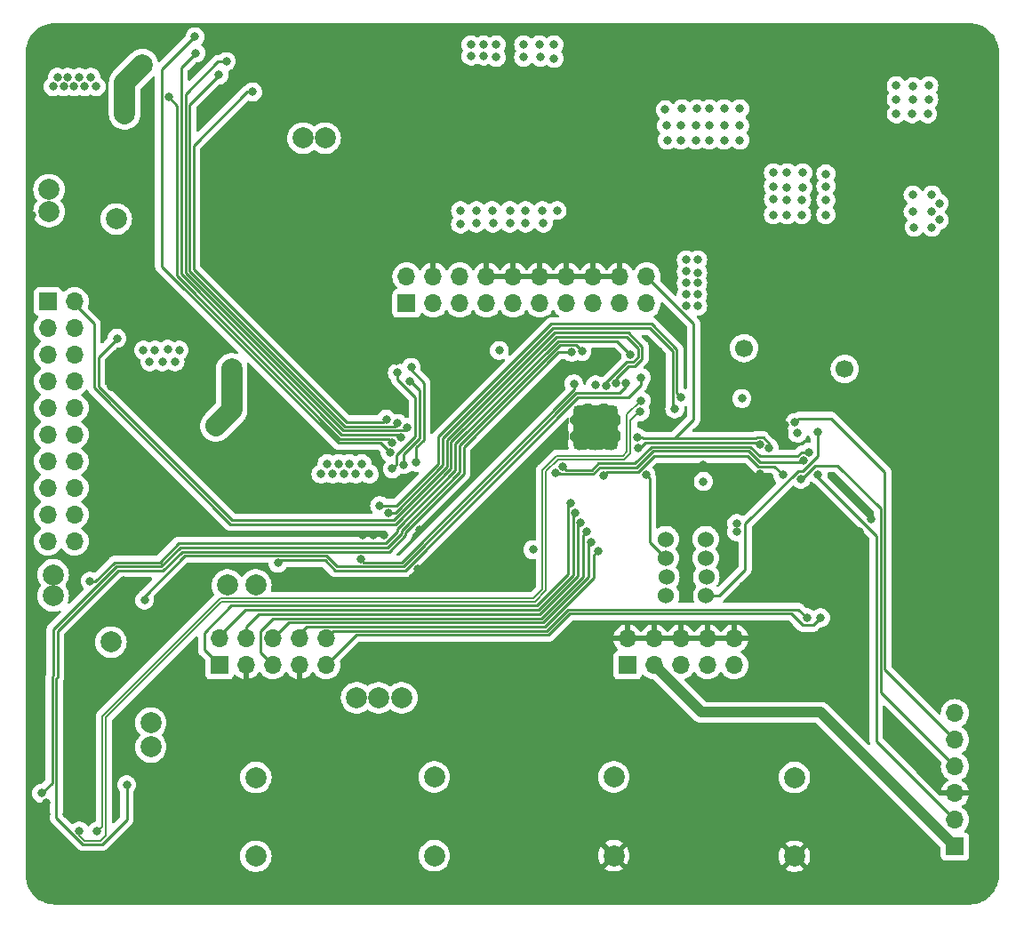
<source format=gbr>
%TF.GenerationSoftware,KiCad,Pcbnew,7.0.1*%
%TF.CreationDate,2024-06-21T04:11:25+03:00*%
%TF.ProjectId,_____ GDI,1f3b3042-3020-4474-9449-2e6b69636164,rev?*%
%TF.SameCoordinates,Original*%
%TF.FileFunction,Copper,L4,Bot*%
%TF.FilePolarity,Positive*%
%FSLAX46Y46*%
G04 Gerber Fmt 4.6, Leading zero omitted, Abs format (unit mm)*
G04 Created by KiCad (PCBNEW 7.0.1) date 2024-06-21 04:11:25*
%MOMM*%
%LPD*%
G01*
G04 APERTURE LIST*
%TA.AperFunction,ComponentPad*%
%ADD10C,1.700000*%
%TD*%
%TA.AperFunction,ComponentPad*%
%ADD11C,1.524000*%
%TD*%
%TA.AperFunction,ComponentPad*%
%ADD12R,1.700000X1.700000*%
%TD*%
%TA.AperFunction,ComponentPad*%
%ADD13O,1.700000X1.700000*%
%TD*%
%TA.AperFunction,ComponentPad*%
%ADD14C,1.300000*%
%TD*%
%TA.AperFunction,SMDPad,CuDef*%
%ADD15R,4.100000X4.100000*%
%TD*%
%TA.AperFunction,ComponentPad*%
%ADD16C,2.000000*%
%TD*%
%TA.AperFunction,ViaPad*%
%ADD17C,0.800000*%
%TD*%
%TA.AperFunction,ViaPad*%
%ADD18C,2.000000*%
%TD*%
%TA.AperFunction,Conductor*%
%ADD19C,1.000000*%
%TD*%
%TA.AperFunction,Conductor*%
%ADD20C,0.250000*%
%TD*%
%TA.AperFunction,Conductor*%
%ADD21C,2.000000*%
%TD*%
%TA.AperFunction,Conductor*%
%ADD22C,0.200000*%
%TD*%
G04 APERTURE END LIST*
D10*
%TO.P,P2,1,Pin_1*%
%TO.N,/Boot0*%
X174800000Y-81600000D03*
%TD*%
D11*
%TO.P,R115,1,1*%
%TO.N,Net-(U8-DBG)*%
X157745001Y-99600000D03*
%TO.P,R115,2,2*%
%TO.N,/DBG*%
X161555001Y-99600000D03*
%TD*%
D12*
%TO.P,J5,1,Pin_1*%
%TO.N,+3.3V*%
X185300000Y-127080000D03*
D13*
%TO.P,J5,2,Pin_2*%
%TO.N,/SWCLK*%
X185300000Y-124540000D03*
%TO.P,J5,3,Pin_3*%
%TO.N,GND*%
X185300000Y-122000000D03*
%TO.P,J5,4,Pin_4*%
%TO.N,/SWDIO*%
X185300000Y-119460000D03*
%TO.P,J5,5,Pin_5*%
%TO.N,/nRESET*%
X185300000Y-116920000D03*
%TO.P,J5,6,Pin_6*%
%TO.N,unconnected-(J5-Pin_6-Pad6)*%
X185300000Y-114380000D03*
%TD*%
D11*
%TO.P,R114,1,1*%
%TO.N,Net-(U8-FLAG2)*%
X157745001Y-97800000D03*
%TO.P,R114,2,2*%
%TO.N,/FLAG_2*%
X161555001Y-97800000D03*
%TD*%
D10*
%TO.P,P1,1,Pin_1*%
%TO.N,/nRESET*%
X165200000Y-79600000D03*
%TD*%
D14*
%TO.P,U8,65,PGND*%
%TO.N,GND*%
X149576000Y-88724000D03*
X151100000Y-88724000D03*
X152624000Y-88724000D03*
X149576000Y-87200000D03*
X151100000Y-87200000D03*
D15*
X151100000Y-87200000D03*
D14*
X152624000Y-87200000D03*
X149576000Y-85676000D03*
X151100000Y-85676000D03*
X152624000Y-85676000D03*
%TD*%
D11*
%TO.P,R113,1,1*%
%TO.N,Net-(U8-FLAG1)*%
X157795000Y-101400000D03*
%TO.P,R113,2,2*%
%TO.N,/FLAG_1*%
X161605000Y-101400000D03*
%TD*%
%TO.P,R112,1,1*%
%TO.N,Net-(U8-IRQ)*%
X157790000Y-103200000D03*
%TO.P,R112,2,2*%
%TO.N,/IRQ*%
X161600000Y-103200000D03*
%TD*%
D16*
%TO.P,C97,1*%
%TO.N,Vdrive*%
X118700000Y-128000000D03*
%TO.P,C97,2*%
%TO.N,/Vdrive_shunt*%
X118700000Y-120500000D03*
%TD*%
%TO.P,C88,1*%
%TO.N,/+Batt_filtered*%
X170000000Y-120500000D03*
%TO.P,C88,2*%
%TO.N,GND*%
X170000000Y-128000000D03*
%TD*%
%TO.P,C81,1*%
%TO.N,+BATT*%
X152800000Y-120450000D03*
%TO.P,C81,2*%
%TO.N,GND*%
X152800000Y-127950000D03*
%TD*%
D12*
%TO.P,J2,1,Pin_1*%
%TO.N,unconnected-(J2-Pin_1-Pad1)*%
X133060000Y-75340000D03*
D13*
%TO.P,J2,2,Pin_2*%
%TO.N,/UART_RX*%
X133060000Y-72800000D03*
%TO.P,J2,3,Pin_3*%
%TO.N,unconnected-(J2-Pin_3-Pad3)*%
X135600000Y-75340000D03*
%TO.P,J2,4,Pin_4*%
%TO.N,GND*%
X135600000Y-72800000D03*
%TO.P,J2,5,Pin_5*%
%TO.N,unconnected-(J2-Pin_5-Pad5)*%
X138140000Y-75340000D03*
%TO.P,J2,6,Pin_6*%
%TO.N,/UART_TX*%
X138140000Y-72800000D03*
%TO.P,J2,7,Pin_7*%
%TO.N,unconnected-(J2-Pin_7-Pad7)*%
X140680000Y-75340000D03*
%TO.P,J2,8,Pin_8*%
%TO.N,GND*%
X140680000Y-72800000D03*
%TO.P,J2,9,Pin_9*%
%TO.N,unconnected-(J2-Pin_9-Pad9)*%
X143220000Y-75340000D03*
%TO.P,J2,10,Pin_10*%
%TO.N,GND*%
X143220000Y-72800000D03*
%TO.P,J2,11,Pin_11*%
%TO.N,unconnected-(J2-Pin_11-Pad11)*%
X145760000Y-75340000D03*
%TO.P,J2,12,Pin_12*%
%TO.N,GND*%
X145760000Y-72800000D03*
%TO.P,J2,13,Pin_13*%
%TO.N,unconnected-(J2-Pin_13-Pad13)*%
X148300000Y-75340000D03*
%TO.P,J2,14,Pin_14*%
%TO.N,GND*%
X148300000Y-72800000D03*
%TO.P,J2,15,Pin_15*%
%TO.N,unconnected-(J2-Pin_15-Pad15)*%
X150840000Y-75340000D03*
%TO.P,J2,16,Pin_16*%
%TO.N,GND*%
X150840000Y-72800000D03*
%TO.P,J2,17,Pin_17*%
%TO.N,unconnected-(J2-Pin_17-Pad17)*%
X153380000Y-75340000D03*
%TO.P,J2,18,Pin_18*%
%TO.N,GND*%
X153380000Y-72800000D03*
%TO.P,J2,19,Pin_19*%
%TO.N,unconnected-(J2-Pin_19-Pad19)*%
X155920000Y-75340000D03*
%TO.P,J2,20,Pin_20*%
%TO.N,/OA_2*%
X155920000Y-72800000D03*
%TD*%
D12*
%TO.P,J6,1,Pin_1*%
%TO.N,/START1*%
X115240000Y-109800000D03*
D13*
%TO.P,J6,2,Pin_2*%
%TO.N,/START2*%
X115240000Y-107260000D03*
%TO.P,J6,3,Pin_3*%
%TO.N,GND*%
X117780000Y-109800000D03*
%TO.P,J6,4,Pin_4*%
%TO.N,/START3*%
X117780000Y-107260000D03*
%TO.P,J6,5,Pin_5*%
%TO.N,/START4*%
X120320000Y-109800000D03*
%TO.P,J6,6,Pin_6*%
%TO.N,/START5*%
X120320000Y-107260000D03*
%TO.P,J6,7,Pin_7*%
%TO.N,GND*%
X122860000Y-109800000D03*
%TO.P,J6,8,Pin_8*%
%TO.N,/START6*%
X122860000Y-107260000D03*
%TO.P,J6,9,Pin_9*%
%TO.N,/CAN_H*%
X125400000Y-109800000D03*
%TO.P,J6,10,Pin_10*%
%TO.N,/CAN_L*%
X125400000Y-107260000D03*
%TD*%
D12*
%TO.P,J1,1,Pin_1*%
%TO.N,/L1*%
X98900000Y-75140000D03*
D13*
%TO.P,J1,2,Pin_2*%
X101440000Y-75140000D03*
%TO.P,J1,3,Pin_3*%
%TO.N,/H1*%
X98900000Y-77680000D03*
%TO.P,J1,4,Pin_4*%
X101440000Y-77680000D03*
%TO.P,J1,5,Pin_5*%
%TO.N,/L2*%
X98900000Y-80220000D03*
%TO.P,J1,6,Pin_6*%
X101440000Y-80220000D03*
%TO.P,J1,7,Pin_7*%
%TO.N,/H1*%
X98900000Y-82760000D03*
%TO.P,J1,8,Pin_8*%
X101440000Y-82760000D03*
%TO.P,J1,9,Pin_9*%
%TO.N,/L3*%
X98900000Y-85300000D03*
%TO.P,J1,10,Pin_10*%
X101440000Y-85300000D03*
%TO.P,J1,11,Pin_11*%
%TO.N,/H3*%
X98900000Y-87840000D03*
%TO.P,J1,12,Pin_12*%
X101440000Y-87840000D03*
%TO.P,J1,13,Pin_13*%
%TO.N,/L4*%
X98900000Y-90380000D03*
%TO.P,J1,14,Pin_14*%
X101440000Y-90380000D03*
%TO.P,J1,15,Pin_15*%
%TO.N,/H3*%
X98900000Y-92920000D03*
%TO.P,J1,16,Pin_16*%
X101440000Y-92920000D03*
%TO.P,J1,17,Pin_17*%
%TO.N,/L6PUMP*%
X98900000Y-95460000D03*
%TO.P,J1,18,Pin_18*%
X101440000Y-95460000D03*
%TO.P,J1,19,Pin_19*%
%TO.N,/H5PUMP*%
X98900000Y-98000000D03*
%TO.P,J1,20,Pin_20*%
X101440000Y-98000000D03*
%TD*%
D12*
%TO.P,J7,1,Pin_1*%
%TO.N,+5V*%
X154100000Y-109800000D03*
D13*
%TO.P,J7,2,Pin_2*%
%TO.N,GND*%
X154100000Y-107260000D03*
%TO.P,J7,3,Pin_3*%
%TO.N,+3.3V*%
X156640000Y-109800000D03*
%TO.P,J7,4,Pin_4*%
%TO.N,GND*%
X156640000Y-107260000D03*
%TO.P,J7,5,Pin_5*%
%TO.N,Net-(D4-A1)*%
X159180000Y-109800000D03*
%TO.P,J7,6,Pin_6*%
%TO.N,GND*%
X159180000Y-107260000D03*
%TO.P,J7,7,Pin_7*%
%TO.N,Net-(D4-A1)*%
X161720000Y-109800000D03*
%TO.P,J7,8,Pin_8*%
%TO.N,GND*%
X161720000Y-107260000D03*
%TO.P,J7,9,Pin_9*%
%TO.N,Net-(D4-A1)*%
X164260000Y-109800000D03*
%TO.P,J7,10,Pin_10*%
%TO.N,GND*%
X164260000Y-107260000D03*
%TD*%
D16*
%TO.P,C95,1*%
%TO.N,Vdrive*%
X135700000Y-127950000D03*
%TO.P,C95,2*%
%TO.N,/Vdrive_shunt*%
X135700000Y-120450000D03*
%TD*%
D17*
%TO.N,GND*%
X97400000Y-71400000D03*
X119700000Y-112700000D03*
X143300000Y-94400000D03*
X139900000Y-108300000D03*
X133600000Y-102400000D03*
X117100000Y-93000000D03*
X115000000Y-49900000D03*
X106100000Y-101700000D03*
X134300000Y-96900000D03*
X97400000Y-69800000D03*
X104300000Y-103800000D03*
X183800000Y-86700000D03*
X97400000Y-66900000D03*
X176400000Y-84300000D03*
X176200000Y-97100000D03*
X161300000Y-90700000D03*
X97400000Y-68500000D03*
X132400000Y-69400000D03*
X129900000Y-97400000D03*
X98700000Y-122900000D03*
X131200000Y-69400000D03*
X182900000Y-103600000D03*
X180700000Y-102300000D03*
X116900000Y-51300000D03*
X143300000Y-95600000D03*
X118000000Y-93000000D03*
X127600000Y-77400000D03*
X181800000Y-102300000D03*
X104900000Y-83300000D03*
X105700000Y-61400000D03*
X102600000Y-121800000D03*
X166700000Y-91600000D03*
X167500000Y-73400000D03*
X169100000Y-86900000D03*
X115000000Y-51200000D03*
X116800000Y-112700000D03*
X138800000Y-108300000D03*
X166300000Y-71900000D03*
X105900000Y-83400000D03*
X180700000Y-103600000D03*
X132100000Y-80800000D03*
X105700000Y-62500000D03*
X118200000Y-112700000D03*
X105400000Y-75100000D03*
X121400000Y-112700000D03*
X130900000Y-97400000D03*
X134100000Y-100600000D03*
X126300000Y-77400000D03*
X158800000Y-78300000D03*
X167500000Y-72400000D03*
X128900000Y-97400000D03*
X98700000Y-124000000D03*
X157100000Y-81300000D03*
X130900000Y-80800000D03*
X100700000Y-124000000D03*
X129300000Y-69400000D03*
X157100000Y-79900000D03*
X165100000Y-77700000D03*
X166300000Y-72900000D03*
X165100000Y-102200000D03*
X166200000Y-77700000D03*
X171400000Y-107200000D03*
X106400000Y-61900000D03*
X116200000Y-93000000D03*
X133600000Y-101500000D03*
X114400000Y-63100000D03*
X123000000Y-112700000D03*
X114400000Y-61800000D03*
X173100000Y-99600000D03*
X108800000Y-95000000D03*
X182800000Y-102300000D03*
X181800000Y-103600000D03*
X177300000Y-95900000D03*
X125100000Y-77400000D03*
X133700000Y-69400000D03*
X166300000Y-73900000D03*
X140700000Y-94500000D03*
D18*
%TO.N,+BATT*%
X116000000Y-102160500D03*
X128300000Y-112900000D03*
D17*
X183100000Y-66600000D03*
X111400000Y-79800000D03*
X99400000Y-54700000D03*
X111000000Y-80900000D03*
X110300000Y-79700000D03*
X101900000Y-53800000D03*
X183100000Y-68100000D03*
D18*
X118700000Y-102160000D03*
D17*
X108600000Y-80900000D03*
X100800000Y-53800000D03*
X103500000Y-54700000D03*
X181300000Y-65000000D03*
X103000000Y-53800000D03*
X109800000Y-80900000D03*
X102400000Y-54700000D03*
D18*
X132600000Y-112900000D03*
D17*
X183800000Y-65800000D03*
X181300000Y-66600000D03*
X145100000Y-98800000D03*
D18*
X130400000Y-112900000D03*
D17*
X109100000Y-79800000D03*
X101400000Y-54700000D03*
X151044975Y-83100000D03*
X108000000Y-79800000D03*
X183800000Y-67400000D03*
X183100000Y-65000000D03*
X100400000Y-54700000D03*
X181400000Y-68100000D03*
X99800000Y-53800000D03*
%TO.N,+5V*%
X164500000Y-96300000D03*
X165000000Y-84400000D03*
X164500000Y-97100000D03*
%TO.N,+3.3V*%
X161325500Y-92300000D03*
X170300000Y-87700000D03*
%TO.N,Net-(Q4-S)*%
X112900000Y-49950000D03*
X131483419Y-89526542D03*
D18*
X106200000Y-57300000D03*
X107900000Y-52600000D03*
%TO.N,/H1*%
X99000000Y-66600000D03*
D17*
X115900000Y-52300000D03*
D18*
X99000000Y-64500000D03*
D17*
X133140862Y-87174500D03*
D18*
%TO.N,Net-(Q8-S)*%
X114900000Y-87000000D03*
X116400000Y-81600000D03*
D17*
%TO.N,/H5PUMP*%
X133400000Y-82774500D03*
X132774500Y-90695300D03*
%TO.N,Net-(U8-B_HS1)*%
X113000000Y-51500000D03*
X132518168Y-88124000D03*
%TO.N,Net-(U8-B_HS2)*%
X131125230Y-86374499D03*
X118400000Y-55200000D03*
%TO.N,Net-(U8-B_HS5)*%
X134000000Y-90500000D03*
X133500000Y-81425500D03*
%TO.N,/+Batt_filtered*%
X145700000Y-50700000D03*
X139200000Y-51800000D03*
X145800000Y-51900000D03*
X139200000Y-50700000D03*
X144200000Y-50700000D03*
X144200000Y-51900000D03*
X182800000Y-54600000D03*
X182800000Y-55900000D03*
X179700000Y-54600000D03*
X140400000Y-50700000D03*
X182700000Y-57300000D03*
X179700000Y-57300000D03*
X181300000Y-54700000D03*
X140400000Y-51800000D03*
X181200000Y-57300000D03*
X141600000Y-51900000D03*
X147100000Y-50700000D03*
X141600000Y-50700000D03*
X181300000Y-55900000D03*
X179700000Y-55900000D03*
X147100000Y-52000000D03*
%TO.N,Vdrive*%
X157900000Y-59800000D03*
X157700000Y-56900000D03*
X126000000Y-91600000D03*
X164800000Y-58400000D03*
X159200000Y-58400000D03*
D18*
X104900000Y-107600000D03*
D17*
X157800000Y-58400000D03*
X161900000Y-59800000D03*
X161900000Y-56800000D03*
X159300000Y-56800000D03*
X163300000Y-58400000D03*
X125500000Y-90600000D03*
X127100000Y-91600000D03*
X160600000Y-58400000D03*
X141900000Y-79825500D03*
X128800000Y-90600000D03*
X160600000Y-59800000D03*
X159200000Y-59800000D03*
D18*
X123200000Y-59600000D03*
D17*
X160700000Y-56800000D03*
X128200000Y-91600000D03*
X126600000Y-90600000D03*
X163300000Y-56800000D03*
X164800000Y-59800000D03*
X164800000Y-56800000D03*
X127600000Y-90600000D03*
X129500000Y-91600000D03*
D18*
X125300000Y-59600000D03*
D17*
X161900000Y-58400000D03*
X124900000Y-91600000D03*
D18*
X105403984Y-67301187D03*
D17*
X163300000Y-59800000D03*
%TO.N,/Vdrive_shunt*%
X160800000Y-73400000D03*
X159700000Y-72300000D03*
X159700000Y-75600000D03*
X159700000Y-73400000D03*
X159700000Y-74500000D03*
X160800000Y-75600000D03*
X159700000Y-71200000D03*
X160800000Y-72400000D03*
X160800000Y-71200000D03*
X160800000Y-74500000D03*
%TO.N,/L1*%
X152108035Y-83225500D03*
%TO.N,/L2*%
X105475000Y-78675000D03*
X153000000Y-82900000D03*
D18*
%TO.N,/L3*%
X108700000Y-117600000D03*
X108700000Y-115300000D03*
D17*
X108109787Y-103609787D03*
X153949494Y-82896617D03*
D18*
%TO.N,/L4*%
X99400000Y-101200000D03*
D17*
X102909999Y-101800000D03*
D18*
X99400000Y-103200000D03*
D17*
X154400000Y-80200000D03*
%TO.N,/L6PUMP*%
X155400000Y-82400000D03*
X120800000Y-100074500D03*
%TO.N,/Vdrive_coil*%
X144400000Y-66500000D03*
X170700000Y-66900000D03*
X139700000Y-66500000D03*
X146000000Y-66500000D03*
X169300000Y-64300000D03*
X168000000Y-64200000D03*
X146100000Y-67700000D03*
X142900000Y-66500000D03*
X173000000Y-63000000D03*
X173000000Y-66900000D03*
X169300000Y-66900000D03*
X139700000Y-67700000D03*
X138200000Y-67800000D03*
X173000000Y-65500000D03*
X141200000Y-66500000D03*
X168000000Y-66900000D03*
X144400000Y-67700000D03*
X168000000Y-62900000D03*
X170700000Y-65500000D03*
X141300000Y-67700000D03*
X147400000Y-66500000D03*
X142900000Y-67700000D03*
X169300000Y-65500000D03*
X170800000Y-64300000D03*
X170800000Y-62900000D03*
X168000000Y-65400000D03*
X173000000Y-64200000D03*
X169300000Y-62900000D03*
X138200000Y-66500000D03*
%TO.N,/SWDIO*%
X170600000Y-92100000D03*
%TO.N,/SWCLK*%
X172255500Y-91643793D03*
%TO.N,/nRESET*%
X170045459Y-86681835D03*
%TO.N,Net-(U8-G_HS1)*%
X110400000Y-55700000D03*
X131697456Y-88601480D03*
%TO.N,Net-(U8-G_HS2)*%
X115200000Y-53600000D03*
X132221152Y-86774500D03*
%TO.N,Net-(U8-G_LS3)*%
X106405000Y-121200000D03*
X148765144Y-79999500D03*
%TO.N,Net-(U8-G_LS4)*%
X98300000Y-122000000D03*
X149765805Y-79919693D03*
%TO.N,Net-(U8-G_HS5)*%
X131700000Y-91100000D03*
X132188312Y-81948895D03*
%TO.N,Net-(U8-G_LS6)*%
X149000000Y-83000000D03*
X128700000Y-99700500D03*
%TO.N,/DRVEN*%
X170868375Y-90286220D03*
X147222488Y-91477512D03*
%TO.N,/RESETB*%
X171400000Y-89499500D03*
X147954246Y-90872463D03*
%TO.N,/FLAG_0*%
X168900000Y-91700000D03*
X151849497Y-91716957D03*
%TO.N,/START1*%
X148657275Y-94357275D03*
%TO.N,/START2*%
X149100000Y-95300000D03*
%TO.N,/START3*%
X149600000Y-96226892D03*
%TO.N,/START4*%
X150200000Y-97100000D03*
%TO.N,/START5*%
X150600000Y-98100000D03*
%TO.N,/START6*%
X151300000Y-98900000D03*
%TO.N,/CAN_L*%
X171200000Y-105300000D03*
%TO.N,/CAN_H*%
X172500000Y-105300000D03*
%TO.N,/OA_1*%
X166700000Y-88800000D03*
X155100000Y-89100000D03*
%TO.N,/OA_2*%
X167600777Y-89100259D03*
X155049500Y-88100000D03*
%TO.N,/IRQ*%
X172200000Y-87600000D03*
%TO.N,Net-(U8-VSENSEN2)*%
X155335924Y-85664076D03*
X101900000Y-125600000D03*
%TO.N,Net-(U8-VSENSEP2)*%
X155389059Y-84600000D03*
X103600000Y-125600000D03*
%TO.N,Net-(U8-VSENSEN3)*%
X158600000Y-85400000D03*
X131305176Y-95274500D03*
%TO.N,Net-(U8-VSENSEP3)*%
X159200000Y-84300000D03*
X130500000Y-94600000D03*
%TO.N,Net-(U8-DBG)*%
X155849156Y-91636104D03*
%TD*%
D19*
%TO.N,+3.3V*%
X156640000Y-109800000D02*
X161140000Y-114300000D01*
X172500000Y-114300000D02*
X185280000Y-127080000D01*
X161140000Y-114300000D02*
X172500000Y-114300000D01*
X185280000Y-127080000D02*
X185300000Y-127080000D01*
D20*
%TO.N,Net-(Q4-S)*%
X126552443Y-88649499D02*
X109725000Y-71822055D01*
X109725000Y-71822055D02*
X109725000Y-53075000D01*
X109725000Y-53075000D02*
X112850000Y-49950000D01*
D21*
X106200000Y-54300000D02*
X107900000Y-52600000D01*
D20*
X112850000Y-49950000D02*
X112900000Y-49950000D01*
X130606376Y-88649499D02*
X126552443Y-88649499D01*
D21*
X106200000Y-57300000D02*
X106200000Y-54300000D01*
D20*
X131483419Y-89526542D02*
X130606376Y-88649499D01*
%TO.N,/H1*%
X112000000Y-72399999D02*
X112000000Y-55400000D01*
X127049499Y-87449499D02*
X112000000Y-72399999D01*
X115900000Y-52300000D02*
X115700000Y-52300000D01*
X115100000Y-52300000D02*
X115900000Y-52300000D01*
X132865862Y-87449500D02*
X127049499Y-87449499D01*
X112000000Y-55400000D02*
X115100000Y-52300000D01*
X133140862Y-87174500D02*
X132865862Y-87449500D01*
D21*
%TO.N,Net-(Q8-S)*%
X116400000Y-85500000D02*
X114900000Y-87000000D01*
X116400000Y-81600000D02*
X116400000Y-85500000D01*
D20*
%TO.N,/H5PUMP*%
X132774500Y-89691186D02*
X134300000Y-88165686D01*
X134300000Y-88165686D02*
X134300000Y-83600000D01*
X134300000Y-83600000D02*
X133474500Y-82774500D01*
X133474500Y-82774500D02*
X133400000Y-82774500D01*
X132774500Y-90695300D02*
X132774500Y-89691186D01*
%TO.N,Net-(U8-B_HS1)*%
X126883814Y-87849499D02*
X111600000Y-72565684D01*
X111600000Y-72565684D02*
X111600000Y-52900000D01*
X111600000Y-52900000D02*
X113000000Y-51500000D01*
X132243667Y-87849499D02*
X126883814Y-87849499D01*
X132518168Y-88124000D02*
X132243667Y-87849499D01*
%TO.N,Net-(U8-B_HS2)*%
X117900000Y-55200000D02*
X118400000Y-55200000D01*
X112800000Y-60300000D02*
X117900000Y-55200000D01*
X112800000Y-72068628D02*
X112800000Y-60300000D01*
X130850230Y-86649499D02*
X127380871Y-86649499D01*
X127380871Y-86649499D02*
X112800000Y-72068628D01*
X131125230Y-86374499D02*
X130850230Y-86649499D01*
%TO.N,Net-(U8-B_HS5)*%
X134700000Y-88331372D02*
X134000000Y-89031372D01*
X134700000Y-82900000D02*
X134700000Y-88331372D01*
X133500000Y-81425500D02*
X133500000Y-81700000D01*
X133500000Y-81700000D02*
X134700000Y-82900000D01*
X134000000Y-89031372D02*
X134000000Y-90500000D01*
%TO.N,/L1*%
X152108035Y-82837370D02*
X154045405Y-80900000D01*
X103300000Y-77300000D02*
X101440000Y-75440000D01*
X131997055Y-96400000D02*
X116300001Y-96400000D01*
X137300000Y-91097056D02*
X131997055Y-96400000D01*
X147334314Y-78500000D02*
X137300000Y-88534315D01*
X101440000Y-75440000D02*
X101440000Y-75140000D01*
X154000000Y-78500000D02*
X147334314Y-78500000D01*
X154654595Y-80900000D02*
X155100000Y-80454595D01*
X155100000Y-80454595D02*
X155100000Y-79600000D01*
X116300001Y-96400000D02*
X103300000Y-83400000D01*
X103300000Y-83400000D02*
X103300000Y-77300000D01*
X152108035Y-83225500D02*
X152108035Y-82837370D01*
X137300000Y-88534315D02*
X137300000Y-91097056D01*
X155100000Y-79600000D02*
X154000000Y-78500000D01*
X154045405Y-80900000D02*
X154654595Y-80900000D01*
%TO.N,/L2*%
X116465686Y-96000000D02*
X131831370Y-96000000D01*
X105475000Y-78675000D02*
X103700000Y-80450000D01*
X155500000Y-80620280D02*
X154820281Y-81300000D01*
X154165686Y-78100000D02*
X155500000Y-79434314D01*
X136900000Y-90931370D02*
X136900000Y-88368630D01*
X103700000Y-83234314D02*
X116465686Y-96000000D01*
X154820281Y-81300000D02*
X154211091Y-81300000D01*
X131831370Y-96000000D02*
X136900000Y-90931370D01*
X103700000Y-80450000D02*
X103700000Y-83234314D01*
X153000000Y-82511091D02*
X153000000Y-82900000D01*
X154211091Y-81300000D02*
X153000000Y-82511091D01*
X155500000Y-79434314D02*
X155500000Y-80620280D01*
X136900000Y-88368630D02*
X147168628Y-78100000D01*
X147168628Y-78100000D02*
X154165686Y-78100000D01*
%TO.N,/L3*%
X153334314Y-83900000D02*
X153949494Y-83284820D01*
X108109787Y-103609787D02*
X108109787Y-103221585D01*
X132734314Y-100400000D02*
X149234315Y-83900000D01*
X126445405Y-100400000D02*
X132734314Y-100400000D01*
X153949494Y-83284820D02*
X153949494Y-82896617D01*
X125445405Y-99400000D02*
X126445405Y-100400000D01*
X108109787Y-103221585D02*
X111931372Y-99400000D01*
X149234315Y-83900000D02*
X153334314Y-83900000D01*
X111931372Y-99400000D02*
X125445405Y-99400000D01*
%TO.N,/L4*%
X103434314Y-101800000D02*
X105234314Y-100000000D01*
X105234314Y-100000000D02*
X109534314Y-100000000D01*
X153125000Y-78925000D02*
X154400000Y-80200000D01*
X132162741Y-96800000D02*
X137700000Y-91262742D01*
X109534314Y-100000000D02*
X111334314Y-98200000D01*
X137700000Y-91262742D02*
X137700000Y-88700000D01*
X131054595Y-98200000D02*
X132162741Y-97091854D01*
X111334314Y-98200000D02*
X131054595Y-98200000D01*
X137700000Y-88700000D02*
X147475000Y-78925000D01*
X147475000Y-78925000D02*
X153125000Y-78925000D01*
X102909999Y-101800000D02*
X103434314Y-101800000D01*
X132162741Y-97091854D02*
X132162741Y-96800000D01*
%TO.N,/L6PUMP*%
X132900000Y-100800000D02*
X149400000Y-84300000D01*
X121074500Y-99800000D02*
X125279719Y-99800000D01*
X120800000Y-100074500D02*
X121074500Y-99800000D01*
X126279720Y-100800000D02*
X132900000Y-100800000D01*
X149400000Y-84300000D02*
X154200000Y-84300000D01*
X154200000Y-84300000D02*
X155400000Y-83100000D01*
X155400000Y-83100000D02*
X155400000Y-82400000D01*
X125279719Y-99800000D02*
X126279720Y-100800000D01*
%TO.N,/SWDIO*%
X170600000Y-92100000D02*
X170700000Y-92100000D01*
X172000000Y-90800000D02*
X174100000Y-90800000D01*
X174100000Y-90800000D02*
X178200000Y-94900000D01*
X170700000Y-92100000D02*
X172000000Y-90800000D01*
X178200000Y-94900000D02*
X178200000Y-112360000D01*
X178200000Y-112360000D02*
X185300000Y-119460000D01*
%TO.N,/SWCLK*%
X177800000Y-117040000D02*
X185300000Y-124540000D01*
X172255500Y-91921186D02*
X177800000Y-97465686D01*
X172255500Y-91643793D02*
X172255500Y-91921186D01*
X177800000Y-97465686D02*
X177800000Y-117040000D01*
%TO.N,/nRESET*%
X173500000Y-86300000D02*
X178600000Y-91400000D01*
X178600000Y-91400000D02*
X178600000Y-110220000D01*
X170427294Y-86300000D02*
X173500000Y-86300000D01*
X178600000Y-110220000D02*
X185300000Y-116920000D01*
X170045459Y-86681835D02*
X170427294Y-86300000D01*
%TO.N,Net-(U8-G_HS1)*%
X111200000Y-72731370D02*
X111200000Y-56500000D01*
X111200000Y-56500000D02*
X110400000Y-55700000D01*
X131345475Y-88249499D02*
X126718129Y-88249499D01*
X131697456Y-88601480D02*
X131345475Y-88249499D01*
X126718129Y-88249499D02*
X111200000Y-72731370D01*
%TO.N,Net-(U8-G_HS2)*%
X112400000Y-56400000D02*
X115100000Y-53700000D01*
X112400000Y-72234314D02*
X112400000Y-56400000D01*
X132221152Y-86774500D02*
X131946153Y-87049499D01*
X131946153Y-87049499D02*
X127215185Y-87049499D01*
X127215185Y-87049499D02*
X112400000Y-72234314D01*
%TO.N,Net-(U8-G_LS3)*%
X131385965Y-99000000D02*
X111665686Y-99000000D01*
X99700000Y-124354595D02*
X102220405Y-126875000D01*
X104055330Y-126875000D02*
X106405000Y-124525330D01*
X147531872Y-79999500D02*
X138500000Y-89031372D01*
X99800000Y-106600000D02*
X99800000Y-110965686D01*
X138500000Y-91594114D02*
X132962741Y-97131372D01*
X106405000Y-124525330D02*
X106405000Y-121200000D01*
X99800000Y-110965686D02*
X99700000Y-111065686D01*
X99700000Y-111065686D02*
X99700000Y-124354595D01*
X109865684Y-100800000D02*
X105600000Y-100800000D01*
X138500000Y-89031372D02*
X138500000Y-91594114D01*
X132962741Y-97131372D02*
X132962741Y-97423226D01*
X148765144Y-79999500D02*
X147531872Y-79999500D01*
X132962741Y-97423226D02*
X131385965Y-99000000D01*
X111665686Y-99000000D02*
X109865684Y-100800000D01*
X102220405Y-126875000D02*
X104055330Y-126875000D01*
X105600000Y-100800000D02*
X99800000Y-106600000D01*
%TO.N,Net-(U8-G_LS4)*%
X99400000Y-106400000D02*
X99400000Y-110800001D01*
X138100000Y-91428428D02*
X132562741Y-96965686D01*
X149765805Y-79919693D02*
X149171112Y-79325000D01*
X132562741Y-97257540D02*
X131220280Y-98600000D01*
X99400000Y-110800001D02*
X99300000Y-110900001D01*
X99300000Y-121000000D02*
X98300000Y-122000000D01*
X109699999Y-100400000D02*
X105400000Y-100400000D01*
X147640686Y-79325000D02*
X138100000Y-88865686D01*
X132562741Y-96965686D02*
X132562741Y-97257540D01*
X105400000Y-100400000D02*
X99400000Y-106400000D01*
X111500000Y-98600000D02*
X109699999Y-100400000D01*
X131220280Y-98600000D02*
X111500000Y-98600000D01*
X99300000Y-110900001D02*
X99300000Y-121000000D01*
X138100000Y-88865686D02*
X138100000Y-91428428D01*
X149171112Y-79325000D02*
X147640686Y-79325000D01*
%TO.N,Net-(U8-G_HS5)*%
X133900000Y-84300000D02*
X132188312Y-82588312D01*
X133900000Y-88000000D02*
X133900000Y-84300000D01*
X132188312Y-82588312D02*
X132188312Y-81948895D01*
X131700000Y-91100000D02*
X132100000Y-90700000D01*
X132100000Y-89800000D02*
X133900000Y-88000000D01*
X132100000Y-90700000D02*
X132100000Y-89800000D01*
%TO.N,Net-(U8-G_LS6)*%
X149000000Y-83568628D02*
X149000000Y-83000000D01*
X128999500Y-100000000D02*
X132568628Y-100000000D01*
X128700000Y-99700500D02*
X128999500Y-100000000D01*
X132568628Y-100000000D02*
X149000000Y-83568628D01*
%TO.N,/DRVEN*%
X151470405Y-90975000D02*
X150845405Y-91600000D01*
X170868375Y-90286220D02*
X170663221Y-90491374D01*
X147577083Y-91477512D02*
X147222488Y-91477512D01*
X150845405Y-91600000D02*
X147699571Y-91600000D01*
X154990686Y-90975000D02*
X151470405Y-90975000D01*
X165634314Y-89400000D02*
X156565686Y-89400000D01*
X156565686Y-89400000D02*
X154990686Y-90975000D01*
X166725688Y-90491374D02*
X165634314Y-89400000D01*
X147699571Y-91600000D02*
X147577083Y-91477512D01*
X170663221Y-90491374D02*
X166725688Y-90491374D01*
%TO.N,/RESETB*%
X171400000Y-89499500D02*
X170699794Y-89499500D01*
X170299294Y-89900000D02*
X166700000Y-89900000D01*
X166700000Y-89900000D02*
X165799999Y-89000000D01*
X165799999Y-89000000D02*
X156400001Y-89000000D01*
X170699794Y-89499500D02*
X170299294Y-89900000D01*
X148281783Y-91200000D02*
X147954246Y-90872463D01*
X151304720Y-90575000D02*
X150679720Y-91200000D01*
X150679720Y-91200000D02*
X148281783Y-91200000D01*
X156400001Y-89000000D02*
X154825000Y-90575000D01*
X154825000Y-90575000D02*
X151304720Y-90575000D01*
%TO.N,/FLAG_0*%
X152191454Y-91375000D02*
X155156372Y-91375000D01*
X166560003Y-90891374D02*
X168091374Y-90891374D01*
X165568628Y-89900000D02*
X166560003Y-90891374D01*
X156631372Y-89900000D02*
X165568628Y-89900000D01*
X151849497Y-91716957D02*
X152191454Y-91375000D01*
X168091374Y-90891374D02*
X168900000Y-91700000D01*
X155156372Y-91375000D02*
X156631372Y-89900000D01*
%TO.N,/START1*%
X113800000Y-106700000D02*
X116365000Y-104135000D01*
X115240000Y-109800000D02*
X113800000Y-108360000D01*
X145436570Y-104135000D02*
X148425000Y-101146570D01*
X113800000Y-108360000D02*
X113800000Y-106700000D01*
X148425000Y-94589550D02*
X148657275Y-94357275D01*
X116365000Y-104135000D02*
X145436570Y-104135000D01*
X148425000Y-101146570D02*
X148425000Y-94589550D01*
%TO.N,/START2*%
X115240000Y-106960000D02*
X117665000Y-104535000D01*
X145602256Y-104535000D02*
X148925000Y-101212256D01*
X117665000Y-104535000D02*
X145602256Y-104535000D01*
X148925000Y-101212256D02*
X148925000Y-95475000D01*
X148925000Y-95475000D02*
X149100000Y-95300000D01*
X115240000Y-107260000D02*
X115240000Y-106960000D01*
%TO.N,/START3*%
X117780000Y-106120000D02*
X118965000Y-104935000D01*
X145767942Y-104935000D02*
X149400000Y-101302942D01*
X117780000Y-107260000D02*
X117780000Y-106120000D01*
X149400000Y-96426892D02*
X149600000Y-96226892D01*
X118965000Y-104935000D02*
X145767942Y-104935000D01*
X149400000Y-101302942D02*
X149400000Y-96426892D01*
%TO.N,/START4*%
X120320000Y-109800000D02*
X119100000Y-108580000D01*
X145933628Y-105335000D02*
X149900000Y-101368628D01*
X119100000Y-106600000D02*
X120365000Y-105335000D01*
X120365000Y-105335000D02*
X145933628Y-105335000D01*
X149900000Y-97400000D02*
X150200000Y-97100000D01*
X119100000Y-108580000D02*
X119100000Y-106600000D01*
X149900000Y-101368628D02*
X149900000Y-97400000D01*
%TO.N,/START5*%
X121845000Y-105735000D02*
X146099314Y-105735000D01*
X150400000Y-101434314D02*
X150400000Y-98300000D01*
X120320000Y-107260000D02*
X121845000Y-105735000D01*
X146099314Y-105735000D02*
X150400000Y-101434314D01*
X150400000Y-98300000D02*
X150600000Y-98100000D01*
%TO.N,/START6*%
X150900000Y-99300000D02*
X151300000Y-98900000D01*
X122860000Y-106840000D02*
X123565000Y-106135000D01*
X150900000Y-101499999D02*
X150900000Y-99300000D01*
X123565000Y-106135000D02*
X146264999Y-106135000D01*
X122860000Y-107260000D02*
X122860000Y-106840000D01*
X146264999Y-106135000D02*
X150900000Y-101499999D01*
%TO.N,/CAN_L*%
X171200000Y-105300000D02*
X170400000Y-104500000D01*
X146430684Y-106535000D02*
X126125000Y-106535000D01*
X148465685Y-104500000D02*
X146430684Y-106535000D01*
X126125000Y-106535000D02*
X125400000Y-107260000D01*
X170400000Y-104500000D02*
X148465685Y-104500000D01*
%TO.N,/CAN_H*%
X172500000Y-105300000D02*
X171800000Y-106000000D01*
X128265000Y-106935000D02*
X125400000Y-109800000D01*
X172500000Y-105300000D02*
X172600000Y-105400000D01*
X171800000Y-106000000D02*
X170800000Y-106000000D01*
X148631371Y-104900000D02*
X146596369Y-106935000D01*
X169700000Y-104900000D02*
X148631371Y-104900000D01*
X170800000Y-106000000D02*
X169700000Y-104900000D01*
X146596369Y-106935000D02*
X128265000Y-106935000D01*
%TO.N,/OA_1*%
X155800000Y-88600000D02*
X166500000Y-88600000D01*
X155100000Y-89100000D02*
X155300000Y-89100000D01*
X166500000Y-88600000D02*
X166700000Y-88800000D01*
X155300000Y-89100000D02*
X155800000Y-88600000D01*
%TO.N,/OA_2*%
X158600000Y-88200000D02*
X160400000Y-86400000D01*
X160400000Y-86400000D02*
X160400000Y-77280000D01*
X160400000Y-77280000D02*
X155920000Y-72800000D01*
X155499500Y-88100000D02*
X155599500Y-88200000D01*
X166345405Y-88200000D02*
X166420405Y-88125000D01*
X155049500Y-88100000D02*
X155499500Y-88100000D01*
X155599500Y-88200000D02*
X166345405Y-88200000D01*
X166420405Y-88125000D02*
X167025000Y-88125000D01*
X167025000Y-88125000D02*
X167600777Y-88700777D01*
X167600777Y-88700777D02*
X167600777Y-89100259D01*
X155599500Y-88200000D02*
X158600000Y-88200000D01*
%TO.N,/IRQ*%
X172200000Y-87600000D02*
X172200000Y-89908484D01*
X165300000Y-96322703D02*
X165300000Y-100700000D01*
X170808484Y-91300000D02*
X170322703Y-91300000D01*
X165300000Y-100700000D02*
X162800000Y-103200000D01*
X162800000Y-103200000D02*
X161600000Y-103200000D01*
X172200000Y-89908484D02*
X170808484Y-91300000D01*
X170322703Y-91300000D02*
X165300000Y-96322703D01*
D22*
%TO.N,Net-(U8-VSENSEN2)*%
X146350000Y-91350000D02*
X146350000Y-102691240D01*
X147500000Y-90200000D02*
X146350000Y-91350000D01*
X153800000Y-90200000D02*
X147500000Y-90200000D01*
X145281240Y-103760000D02*
X115440000Y-103760000D01*
X115440000Y-103760000D02*
X104400000Y-114800000D01*
X154400000Y-86500000D02*
X154400000Y-89600000D01*
X155235924Y-85664076D02*
X154400000Y-86500000D01*
X146350000Y-102691240D02*
X145281240Y-103760000D01*
X154400000Y-89600000D02*
X153800000Y-90200000D01*
X103900000Y-126500000D02*
X102400000Y-126500000D01*
X101900000Y-126000000D02*
X101900000Y-125600000D01*
X102400000Y-126500000D02*
X101900000Y-126000000D01*
X104400000Y-126000000D02*
X103900000Y-126500000D01*
X155335924Y-85664076D02*
X155235924Y-85664076D01*
X104400000Y-114800000D02*
X104400000Y-126000000D01*
%TO.N,Net-(U8-VSENSEP2)*%
X155389059Y-84600000D02*
X154050000Y-85939059D01*
X153650000Y-89850000D02*
X147355026Y-89850000D01*
X145136266Y-103410000D02*
X115290000Y-103410000D01*
X154050000Y-85939059D02*
X154050000Y-89450000D01*
X146000000Y-91205026D02*
X146000000Y-102546266D01*
X104050000Y-125150000D02*
X103600000Y-125600000D01*
X104050000Y-114650000D02*
X104050000Y-125150000D01*
X147355026Y-89850000D02*
X146000000Y-91205026D01*
X146000000Y-102546266D02*
X145136266Y-103410000D01*
X115290000Y-103410000D02*
X104050000Y-114650000D01*
X154050000Y-89450000D02*
X153650000Y-89850000D01*
D20*
%TO.N,Net-(U8-VSENSEN3)*%
X136500000Y-88202944D02*
X147002943Y-77700000D01*
X131305176Y-95274500D02*
X131991185Y-95274500D01*
X158400000Y-79865686D02*
X158400000Y-85200000D01*
X158400000Y-85200000D02*
X158600000Y-85400000D01*
X147002943Y-77700000D02*
X156234314Y-77700000D01*
X136500000Y-90765685D02*
X136500000Y-88202944D01*
X158600000Y-85400000D02*
X158500000Y-85100000D01*
X156234314Y-77700000D02*
X158400000Y-79865686D01*
X131991185Y-95274500D02*
X136500000Y-90765685D01*
%TO.N,Net-(U8-VSENSEP3)*%
X132100000Y-94600000D02*
X136100000Y-90600000D01*
X130500000Y-94600000D02*
X132100000Y-94600000D01*
X158800000Y-83900000D02*
X159200000Y-84300000D01*
X159200000Y-84300000D02*
X159000000Y-84200000D01*
X158800000Y-79700000D02*
X158800000Y-83900000D01*
X136100000Y-90600000D02*
X136100000Y-88037258D01*
X136100000Y-88037258D02*
X146837258Y-77300000D01*
X156399999Y-77300000D02*
X158800000Y-79700000D01*
X146837258Y-77300000D02*
X156399999Y-77300000D01*
%TO.N,Net-(U8-DBG)*%
X156200000Y-98054999D02*
X157745001Y-99600000D01*
X156200000Y-91986948D02*
X156200000Y-98054999D01*
X155849156Y-91636104D02*
X156200000Y-91986948D01*
%TD*%
%TA.AperFunction,Conductor*%
%TO.N,GND*%
G36*
X148498885Y-86233633D02*
G01*
X148536485Y-86277656D01*
X148550000Y-86333951D01*
X148550000Y-86651332D01*
X148537000Y-86706604D01*
X148499061Y-86782793D01*
X148440737Y-86987780D01*
X148421073Y-87199999D01*
X148440737Y-87412219D01*
X148499061Y-87617206D01*
X148537000Y-87693396D01*
X148550000Y-87748668D01*
X148550000Y-88175332D01*
X148537000Y-88230604D01*
X148499061Y-88306793D01*
X148440737Y-88511780D01*
X148421073Y-88723999D01*
X148440737Y-88936219D01*
X148484938Y-89091566D01*
X148487561Y-89148285D01*
X148464626Y-89200227D01*
X148420944Y-89236500D01*
X148365672Y-89249500D01*
X147402513Y-89249500D01*
X147386328Y-89248439D01*
X147382402Y-89247922D01*
X147355025Y-89244317D01*
X147258309Y-89257051D01*
X147198263Y-89264956D01*
X147052185Y-89325463D01*
X146926742Y-89421718D01*
X146907520Y-89446770D01*
X146896826Y-89458964D01*
X145608965Y-90746824D01*
X145596773Y-90757517D01*
X145571717Y-90776743D01*
X145488245Y-90885529D01*
X145488243Y-90885530D01*
X145475465Y-90902183D01*
X145414955Y-91048265D01*
X145394317Y-91205025D01*
X145398439Y-91236327D01*
X145399500Y-91252513D01*
X145399500Y-97789916D01*
X145387421Y-97843299D01*
X145353536Y-97886282D01*
X145304447Y-97910490D01*
X145249719Y-97911206D01*
X145194647Y-97899500D01*
X145194646Y-97899500D01*
X145005354Y-97899500D01*
X145005352Y-97899500D01*
X144820197Y-97938855D01*
X144647269Y-98015848D01*
X144494129Y-98127110D01*
X144367466Y-98267783D01*
X144272820Y-98431715D01*
X144214326Y-98611742D01*
X144194540Y-98800000D01*
X144214326Y-98988257D01*
X144272820Y-99168284D01*
X144367466Y-99332216D01*
X144494129Y-99472889D01*
X144647269Y-99584151D01*
X144820197Y-99661144D01*
X145005352Y-99700500D01*
X145005354Y-99700500D01*
X145194646Y-99700500D01*
X145194647Y-99700500D01*
X145249719Y-99688794D01*
X145304447Y-99689510D01*
X145353536Y-99713718D01*
X145387421Y-99756701D01*
X145399500Y-99810084D01*
X145399500Y-102246169D01*
X145390061Y-102293622D01*
X145363181Y-102333850D01*
X144923850Y-102773181D01*
X144883622Y-102800061D01*
X144836169Y-102809500D01*
X120242704Y-102809500D01*
X120188244Y-102796900D01*
X120144851Y-102761662D01*
X120121343Y-102710947D01*
X120122498Y-102655060D01*
X120124063Y-102648881D01*
X120185108Y-102407821D01*
X120205643Y-102160000D01*
X120185108Y-101912179D01*
X120124063Y-101671119D01*
X120024173Y-101443393D01*
X119888164Y-101235215D01*
X119719744Y-101052262D01*
X119679499Y-101020938D01*
X119523514Y-100899529D01*
X119523510Y-100899526D01*
X119523509Y-100899526D01*
X119304810Y-100781172D01*
X119304806Y-100781170D01*
X119304805Y-100781170D01*
X119069615Y-100700429D01*
X118824335Y-100659500D01*
X118575665Y-100659500D01*
X118330384Y-100700429D01*
X118095194Y-100781170D01*
X117876485Y-100899529D01*
X117680259Y-101052259D01*
X117680256Y-101052261D01*
X117680256Y-101052262D01*
X117679796Y-101052762D01*
X117511833Y-101235218D01*
X117453644Y-101324283D01*
X117408853Y-101365516D01*
X117349835Y-101380461D01*
X117290818Y-101365515D01*
X117246028Y-101324283D01*
X117188164Y-101235715D01*
X117019744Y-101052762D01*
X116972317Y-101015848D01*
X116823514Y-100900029D01*
X116823510Y-100900026D01*
X116823509Y-100900026D01*
X116604810Y-100781672D01*
X116604806Y-100781670D01*
X116604805Y-100781670D01*
X116369615Y-100700929D01*
X116124335Y-100660000D01*
X115875665Y-100660000D01*
X115630384Y-100700929D01*
X115395194Y-100781670D01*
X115176485Y-100900029D01*
X114980259Y-101052759D01*
X114980256Y-101052761D01*
X114980256Y-101052762D01*
X114811836Y-101235715D01*
X114789362Y-101270114D01*
X114675825Y-101443895D01*
X114595514Y-101626987D01*
X114575937Y-101671619D01*
X114534119Y-101836755D01*
X114514891Y-101912683D01*
X114494356Y-102160500D01*
X114514891Y-102408316D01*
X114514891Y-102408319D01*
X114514892Y-102408321D01*
X114575937Y-102649381D01*
X114603017Y-102711117D01*
X114675826Y-102877107D01*
X114738441Y-102972947D01*
X114757680Y-103025431D01*
X114751913Y-103081031D01*
X114722313Y-103128449D01*
X103658965Y-114191798D01*
X103646774Y-114202490D01*
X103621720Y-114221715D01*
X103621717Y-114221718D01*
X103621718Y-114221718D01*
X103577896Y-114278828D01*
X103545256Y-114321364D01*
X103525462Y-114347161D01*
X103464956Y-114493237D01*
X103444317Y-114649999D01*
X103448439Y-114681301D01*
X103449500Y-114697487D01*
X103449500Y-124610958D01*
X103436951Y-124665316D01*
X103401842Y-124708671D01*
X103351282Y-124732248D01*
X103320196Y-124738855D01*
X103147269Y-124815848D01*
X102994129Y-124927110D01*
X102867466Y-125067784D01*
X102857387Y-125085242D01*
X102812000Y-125130629D01*
X102750000Y-125147242D01*
X102688000Y-125130629D01*
X102642613Y-125085242D01*
X102632533Y-125067784D01*
X102505870Y-124927110D01*
X102352730Y-124815848D01*
X102179802Y-124738855D01*
X101994648Y-124699500D01*
X101994646Y-124699500D01*
X101805354Y-124699500D01*
X101805352Y-124699500D01*
X101620197Y-124738855D01*
X101447272Y-124815846D01*
X101300445Y-124922522D01*
X101246957Y-124944676D01*
X101189242Y-124940134D01*
X101139879Y-124909884D01*
X100775130Y-124545135D01*
X100361819Y-124131823D01*
X100334939Y-124091595D01*
X100325500Y-124044142D01*
X100325500Y-111351216D01*
X100332186Y-111311049D01*
X100337388Y-111301406D01*
X100336451Y-111301001D01*
X100360017Y-111246539D01*
X100365147Y-111236065D01*
X100386197Y-111197778D01*
X100391179Y-111178370D01*
X100397481Y-111159966D01*
X100405437Y-111141582D01*
X100412269Y-111098438D01*
X100414633Y-111087024D01*
X100425500Y-111044705D01*
X100425500Y-111024670D01*
X100427027Y-111005271D01*
X100427068Y-111005007D01*
X100430160Y-110985490D01*
X100426050Y-110942011D01*
X100425500Y-110930342D01*
X100425500Y-107600000D01*
X103394356Y-107600000D01*
X103414891Y-107847816D01*
X103414891Y-107847819D01*
X103414892Y-107847821D01*
X103475937Y-108088881D01*
X103494446Y-108131077D01*
X103575825Y-108316604D01*
X103575827Y-108316607D01*
X103711836Y-108524785D01*
X103880256Y-108707738D01*
X103929955Y-108746420D01*
X104076485Y-108860470D01*
X104076487Y-108860471D01*
X104076491Y-108860474D01*
X104295190Y-108978828D01*
X104530386Y-109059571D01*
X104775665Y-109100500D01*
X105024335Y-109100500D01*
X105269614Y-109059571D01*
X105504810Y-108978828D01*
X105723509Y-108860474D01*
X105919744Y-108707738D01*
X106088164Y-108524785D01*
X106224173Y-108316607D01*
X106324063Y-108088881D01*
X106385108Y-107847821D01*
X106405643Y-107600000D01*
X106385108Y-107352179D01*
X106324063Y-107111119D01*
X106224173Y-106883393D01*
X106088164Y-106675215D01*
X105919744Y-106492262D01*
X105866231Y-106450611D01*
X105723514Y-106339529D01*
X105723510Y-106339526D01*
X105723509Y-106339526D01*
X105504810Y-106221172D01*
X105504806Y-106221170D01*
X105504805Y-106221170D01*
X105269615Y-106140429D01*
X105024335Y-106099500D01*
X104775665Y-106099500D01*
X104530384Y-106140429D01*
X104295194Y-106221170D01*
X104295190Y-106221171D01*
X104295190Y-106221172D01*
X104293858Y-106221893D01*
X104076485Y-106339529D01*
X103880259Y-106492259D01*
X103880256Y-106492261D01*
X103880256Y-106492262D01*
X103755518Y-106627764D01*
X103711837Y-106675214D01*
X103575825Y-106883395D01*
X103475938Y-107111117D01*
X103414891Y-107352183D01*
X103394356Y-107600000D01*
X100425500Y-107600000D01*
X100425500Y-106910452D01*
X100434939Y-106862999D01*
X100461819Y-106822771D01*
X105822771Y-101461819D01*
X105862999Y-101434939D01*
X105910452Y-101425500D01*
X108721919Y-101425500D01*
X108778214Y-101439015D01*
X108822237Y-101476615D01*
X108844392Y-101530102D01*
X108839850Y-101587818D01*
X108809600Y-101637181D01*
X107725995Y-102720784D01*
X107709897Y-102733681D01*
X107661883Y-102784810D01*
X107659178Y-102787602D01*
X107639661Y-102807119D01*
X107637202Y-102810290D01*
X107629629Y-102819157D01*
X107599725Y-102851003D01*
X107598169Y-102853834D01*
X107562396Y-102894409D01*
X107503915Y-102936899D01*
X107377253Y-103077570D01*
X107282607Y-103241502D01*
X107224113Y-103421529D01*
X107204327Y-103609787D01*
X107224113Y-103798044D01*
X107282607Y-103978071D01*
X107377253Y-104142003D01*
X107503916Y-104282676D01*
X107657056Y-104393938D01*
X107829984Y-104470931D01*
X108015139Y-104510287D01*
X108015141Y-104510287D01*
X108204433Y-104510287D01*
X108204435Y-104510287D01*
X108327870Y-104484049D01*
X108389590Y-104470931D01*
X108562517Y-104393938D01*
X108715658Y-104282675D01*
X108842320Y-104142003D01*
X108936966Y-103978071D01*
X108995461Y-103798043D01*
X109015247Y-103609787D01*
X108995461Y-103421531D01*
X108969640Y-103342066D01*
X108966998Y-103274803D01*
X108999889Y-103216071D01*
X112154143Y-100061819D01*
X112194372Y-100034939D01*
X112241825Y-100025500D01*
X119777740Y-100025500D01*
X119835955Y-100040015D01*
X119880541Y-100080160D01*
X119901060Y-100136536D01*
X119911268Y-100233659D01*
X119914326Y-100262757D01*
X119972820Y-100442784D01*
X120067466Y-100606716D01*
X120194129Y-100747389D01*
X120347269Y-100858651D01*
X120520197Y-100935644D01*
X120705352Y-100975000D01*
X120705354Y-100975000D01*
X120894646Y-100975000D01*
X120894648Y-100975000D01*
X121027807Y-100946696D01*
X121079803Y-100935644D01*
X121252730Y-100858651D01*
X121359374Y-100781170D01*
X121405870Y-100747389D01*
X121438528Y-100711119D01*
X121532533Y-100606716D01*
X121559955Y-100559220D01*
X121601362Y-100487501D01*
X121646749Y-100442113D01*
X121708749Y-100425500D01*
X124969266Y-100425500D01*
X125016719Y-100434939D01*
X125056947Y-100461819D01*
X125778916Y-101183787D01*
X125791816Y-101199888D01*
X125842942Y-101247899D01*
X125845738Y-101250609D01*
X125865249Y-101270120D01*
X125868431Y-101272588D01*
X125877291Y-101280155D01*
X125909138Y-101310062D01*
X125926690Y-101319711D01*
X125942958Y-101330397D01*
X125958784Y-101342673D01*
X125998866Y-101360017D01*
X126009353Y-101365155D01*
X126047627Y-101386197D01*
X126056130Y-101388379D01*
X126067028Y-101391178D01*
X126085433Y-101397478D01*
X126103824Y-101405437D01*
X126146970Y-101412270D01*
X126158388Y-101414635D01*
X126200701Y-101425500D01*
X126220736Y-101425500D01*
X126240135Y-101427027D01*
X126259916Y-101430160D01*
X126303394Y-101426050D01*
X126315064Y-101425500D01*
X132817256Y-101425500D01*
X132837762Y-101427764D01*
X132840665Y-101427672D01*
X132840667Y-101427673D01*
X132907872Y-101425561D01*
X132911768Y-101425500D01*
X132939349Y-101425500D01*
X132939350Y-101425500D01*
X132943319Y-101424998D01*
X132954965Y-101424080D01*
X132998627Y-101422709D01*
X133017859Y-101417120D01*
X133036918Y-101413174D01*
X133044099Y-101412267D01*
X133056792Y-101410664D01*
X133097407Y-101394582D01*
X133108444Y-101390803D01*
X133150390Y-101378618D01*
X133167629Y-101368422D01*
X133185102Y-101359862D01*
X133203732Y-101352486D01*
X133239064Y-101326814D01*
X133248830Y-101320400D01*
X133286418Y-101298171D01*
X133286417Y-101298171D01*
X133286420Y-101298170D01*
X133300585Y-101284004D01*
X133315373Y-101271373D01*
X133331587Y-101259594D01*
X133359438Y-101225926D01*
X133367279Y-101217309D01*
X148338321Y-86246268D01*
X148387682Y-86216020D01*
X148445398Y-86211478D01*
X148498885Y-86233633D01*
G37*
%TD.AperFunction*%
%TA.AperFunction,Conductor*%
G36*
X165305628Y-90534939D02*
G01*
X165345856Y-90561819D01*
X166059199Y-91275161D01*
X166072099Y-91291262D01*
X166123225Y-91339273D01*
X166126022Y-91341984D01*
X166145532Y-91361494D01*
X166148714Y-91363962D01*
X166157574Y-91371529D01*
X166177460Y-91390204D01*
X166189421Y-91401436D01*
X166206973Y-91411085D01*
X166223241Y-91421771D01*
X166239067Y-91434047D01*
X166279149Y-91451391D01*
X166289636Y-91456529D01*
X166327910Y-91477571D01*
X166335233Y-91479451D01*
X166347311Y-91482552D01*
X166365716Y-91488852D01*
X166384107Y-91496811D01*
X166427253Y-91503644D01*
X166438671Y-91506009D01*
X166480984Y-91516874D01*
X166501019Y-91516874D01*
X166520418Y-91518401D01*
X166540199Y-91521534D01*
X166583677Y-91517424D01*
X166595347Y-91516874D01*
X167780921Y-91516874D01*
X167828374Y-91526313D01*
X167868603Y-91553193D01*
X167961039Y-91645630D01*
X167985278Y-91679928D01*
X167996678Y-91720349D01*
X168014326Y-91888257D01*
X168072820Y-92068284D01*
X168167466Y-92232216D01*
X168249075Y-92322852D01*
X168277747Y-92377930D01*
X168276121Y-92440003D01*
X168244606Y-92493505D01*
X165183728Y-95554382D01*
X165134365Y-95584632D01*
X165076650Y-95589174D01*
X165023162Y-95567020D01*
X164952727Y-95515846D01*
X164779802Y-95438855D01*
X164594648Y-95399500D01*
X164594646Y-95399500D01*
X164405354Y-95399500D01*
X164405352Y-95399500D01*
X164220197Y-95438855D01*
X164047269Y-95515848D01*
X163894129Y-95627110D01*
X163767466Y-95767783D01*
X163672820Y-95931715D01*
X163614326Y-96111742D01*
X163594540Y-96299999D01*
X163614326Y-96488257D01*
X163670675Y-96661682D01*
X163676744Y-96700000D01*
X163670675Y-96738318D01*
X163614326Y-96911742D01*
X163594540Y-97100000D01*
X163614326Y-97288257D01*
X163672820Y-97468284D01*
X163767466Y-97632216D01*
X163894129Y-97772889D01*
X164047269Y-97884151D01*
X164220197Y-97961144D01*
X164405352Y-98000500D01*
X164550500Y-98000500D01*
X164612500Y-98017113D01*
X164657887Y-98062500D01*
X164674500Y-98124500D01*
X164674500Y-100389548D01*
X164665061Y-100437001D01*
X164638181Y-100477229D01*
X162819029Y-102296378D01*
X162766911Y-102327488D01*
X162706273Y-102330135D01*
X162651642Y-102303686D01*
X162616109Y-102254478D01*
X162608187Y-102194301D01*
X162629773Y-102137575D01*
X162702534Y-102033662D01*
X162795894Y-101833450D01*
X162853070Y-101620068D01*
X162872323Y-101400000D01*
X162868811Y-101359862D01*
X162857907Y-101235218D01*
X162853070Y-101179932D01*
X162795894Y-100966550D01*
X162702534Y-100766339D01*
X162575826Y-100585380D01*
X162549666Y-100559220D01*
X162519641Y-100510542D01*
X162514656Y-100453567D01*
X162535770Y-100400419D01*
X162652535Y-100233662D01*
X162745895Y-100033450D01*
X162803071Y-99820068D01*
X162822324Y-99600000D01*
X162803071Y-99379932D01*
X162745895Y-99166550D01*
X162652535Y-98966339D01*
X162525827Y-98785380D01*
X162525826Y-98785379D01*
X162519604Y-98776493D01*
X162521074Y-98775463D01*
X162496034Y-98732094D01*
X162496034Y-98667906D01*
X162521074Y-98624536D01*
X162519604Y-98623507D01*
X162525827Y-98614620D01*
X162652535Y-98433662D01*
X162745895Y-98233450D01*
X162803071Y-98020068D01*
X162822324Y-97800000D01*
X162820236Y-97776139D01*
X162812566Y-97688458D01*
X162803071Y-97579932D01*
X162745895Y-97366550D01*
X162652535Y-97166339D01*
X162525827Y-96985380D01*
X162369621Y-96829174D01*
X162188663Y-96702466D01*
X162124922Y-96672743D01*
X161988452Y-96609106D01*
X161775066Y-96551929D01*
X161555001Y-96532676D01*
X161334935Y-96551929D01*
X161121549Y-96609106D01*
X160921339Y-96702466D01*
X160740380Y-96829174D01*
X160584175Y-96985379D01*
X160457467Y-97166338D01*
X160364107Y-97366548D01*
X160306930Y-97579934D01*
X160287677Y-97799999D01*
X160306930Y-98020065D01*
X160364107Y-98233451D01*
X160422526Y-98358731D01*
X160457467Y-98433662D01*
X160526124Y-98531715D01*
X160590398Y-98623507D01*
X160588927Y-98624536D01*
X160613968Y-98667906D01*
X160613968Y-98732094D01*
X160588927Y-98775463D01*
X160590398Y-98776493D01*
X160457467Y-98966338D01*
X160364107Y-99166548D01*
X160306930Y-99379934D01*
X160287677Y-99600000D01*
X160306930Y-99820065D01*
X160364107Y-100033451D01*
X160457467Y-100233662D01*
X160584175Y-100414620D01*
X160610334Y-100440779D01*
X160640359Y-100489456D01*
X160645344Y-100546431D01*
X160624228Y-100599583D01*
X160507466Y-100766337D01*
X160414106Y-100966548D01*
X160356929Y-101179934D01*
X160337676Y-101399999D01*
X160356929Y-101620065D01*
X160414106Y-101833451D01*
X160507466Y-102033662D01*
X160640397Y-102223507D01*
X160638174Y-102225063D01*
X160661467Y-102265406D01*
X160661467Y-102329594D01*
X160634679Y-102375990D01*
X160635397Y-102376493D01*
X160629652Y-102384697D01*
X160629373Y-102385181D01*
X160629174Y-102385379D01*
X160502466Y-102566338D01*
X160409106Y-102766548D01*
X160351929Y-102979934D01*
X160332676Y-103200000D01*
X160351929Y-103420065D01*
X160409107Y-103633454D01*
X160439250Y-103698096D01*
X160450602Y-103758610D01*
X160431448Y-103817125D01*
X160386511Y-103859214D01*
X160326868Y-103874500D01*
X159063132Y-103874500D01*
X159003489Y-103859214D01*
X158958552Y-103817125D01*
X158939398Y-103758610D01*
X158950750Y-103698096D01*
X158980892Y-103633454D01*
X158980891Y-103633454D01*
X158980894Y-103633450D01*
X159038070Y-103420068D01*
X159057323Y-103200000D01*
X159038070Y-102979932D01*
X158980894Y-102766550D01*
X158887534Y-102566339D01*
X158760826Y-102385380D01*
X158760825Y-102385379D01*
X158754603Y-102376493D01*
X158756825Y-102374936D01*
X158733533Y-102334594D01*
X158733533Y-102270406D01*
X158760320Y-102224009D01*
X158759603Y-102223507D01*
X158765347Y-102215302D01*
X158765627Y-102214819D01*
X158765626Y-102214819D01*
X158765826Y-102214620D01*
X158892534Y-102033662D01*
X158985894Y-101833450D01*
X159043070Y-101620068D01*
X159062323Y-101400000D01*
X159058811Y-101359862D01*
X159047907Y-101235218D01*
X159043070Y-101179932D01*
X158985894Y-100966550D01*
X158892534Y-100766339D01*
X158765826Y-100585380D01*
X158739666Y-100559220D01*
X158709641Y-100510542D01*
X158704656Y-100453567D01*
X158725770Y-100400419D01*
X158842535Y-100233662D01*
X158935895Y-100033450D01*
X158993071Y-99820068D01*
X159012324Y-99600000D01*
X158993071Y-99379932D01*
X158935895Y-99166550D01*
X158842535Y-98966339D01*
X158715827Y-98785380D01*
X158715826Y-98785379D01*
X158709604Y-98776493D01*
X158711074Y-98775463D01*
X158686034Y-98732094D01*
X158686034Y-98667906D01*
X158711074Y-98624536D01*
X158709604Y-98623507D01*
X158715827Y-98614620D01*
X158842535Y-98433662D01*
X158935895Y-98233450D01*
X158993071Y-98020068D01*
X159012324Y-97800000D01*
X159010236Y-97776139D01*
X159002566Y-97688458D01*
X158993071Y-97579932D01*
X158935895Y-97366550D01*
X158842535Y-97166339D01*
X158715827Y-96985380D01*
X158559621Y-96829174D01*
X158378663Y-96702466D01*
X158314922Y-96672743D01*
X158178452Y-96609106D01*
X157965066Y-96551929D01*
X157745001Y-96532676D01*
X157524935Y-96551929D01*
X157311549Y-96609106D01*
X157111338Y-96702466D01*
X157020623Y-96765986D01*
X156957610Y-96788146D01*
X156892243Y-96774400D01*
X156843491Y-96728739D01*
X156825500Y-96664411D01*
X156825500Y-92300000D01*
X160420040Y-92300000D01*
X160439826Y-92488257D01*
X160498320Y-92668284D01*
X160592966Y-92832216D01*
X160719629Y-92972889D01*
X160872769Y-93084151D01*
X161045697Y-93161144D01*
X161230852Y-93200500D01*
X161230854Y-93200500D01*
X161420146Y-93200500D01*
X161420148Y-93200500D01*
X161543584Y-93174262D01*
X161605303Y-93161144D01*
X161778230Y-93084151D01*
X161931371Y-92972888D01*
X162058033Y-92832216D01*
X162152679Y-92668284D01*
X162211174Y-92488256D01*
X162230960Y-92300000D01*
X162211174Y-92111744D01*
X162173738Y-91996528D01*
X162152679Y-91931715D01*
X162058033Y-91767783D01*
X161931370Y-91627110D01*
X161778230Y-91515848D01*
X161605302Y-91438855D01*
X161420148Y-91399500D01*
X161420146Y-91399500D01*
X161230854Y-91399500D01*
X161230852Y-91399500D01*
X161045697Y-91438855D01*
X160872769Y-91515848D01*
X160719629Y-91627110D01*
X160592966Y-91767783D01*
X160498320Y-91931715D01*
X160439826Y-92111742D01*
X160420040Y-92300000D01*
X156825500Y-92300000D01*
X156825500Y-92069688D01*
X156827763Y-92049184D01*
X156827522Y-92041526D01*
X156825561Y-91979092D01*
X156825500Y-91975198D01*
X156825500Y-91947605D01*
X156825500Y-91947598D01*
X156824995Y-91943601D01*
X156824080Y-91931971D01*
X156824072Y-91931715D01*
X156822709Y-91888321D01*
X156817120Y-91869085D01*
X156813176Y-91850041D01*
X156810664Y-91830156D01*
X156794582Y-91789539D01*
X156790798Y-91778488D01*
X156778617Y-91736558D01*
X156778614Y-91736553D01*
X156778614Y-91736552D01*
X156770148Y-91722236D01*
X156755726Y-91685530D01*
X156753559Y-91646158D01*
X156754616Y-91636104D01*
X156734830Y-91447848D01*
X156701420Y-91345023D01*
X156676335Y-91267819D01*
X156581689Y-91103888D01*
X156574826Y-91096266D01*
X156532683Y-91049462D01*
X156504011Y-90994385D01*
X156505637Y-90932311D01*
X156537148Y-90878813D01*
X156854146Y-90561816D01*
X156894372Y-90534939D01*
X156941825Y-90525500D01*
X165258175Y-90525500D01*
X165305628Y-90534939D01*
G37*
%TD.AperFunction*%
%TA.AperFunction,Conductor*%
G36*
X152862001Y-79559939D02*
G01*
X152902229Y-79586819D01*
X153461038Y-80145629D01*
X153485277Y-80179926D01*
X153496678Y-80220348D01*
X153514326Y-80388257D01*
X153529649Y-80435415D01*
X153532292Y-80502680D01*
X153499399Y-80561414D01*
X151724243Y-82336569D01*
X151703013Y-82353579D01*
X151692938Y-82359974D01*
X151691115Y-82357102D01*
X151666699Y-82372926D01*
X151607847Y-82378456D01*
X151553121Y-82356111D01*
X151513204Y-82327110D01*
X151497705Y-82315849D01*
X151497704Y-82315848D01*
X151497702Y-82315847D01*
X151324777Y-82238855D01*
X151139623Y-82199500D01*
X151139621Y-82199500D01*
X150950329Y-82199500D01*
X150950327Y-82199500D01*
X150765172Y-82238855D01*
X150592244Y-82315848D01*
X150439104Y-82427110D01*
X150312441Y-82567783D01*
X150217795Y-82731715D01*
X150159301Y-82911742D01*
X150151063Y-82990124D01*
X150130542Y-83046503D01*
X150085956Y-83086648D01*
X150027741Y-83101162D01*
X149969527Y-83086647D01*
X149924941Y-83046501D01*
X149904422Y-82990126D01*
X149885674Y-82811744D01*
X149829382Y-82638495D01*
X149827179Y-82631715D01*
X149732533Y-82467783D01*
X149605870Y-82327110D01*
X149452730Y-82215848D01*
X149279802Y-82138855D01*
X149094648Y-82099500D01*
X149094646Y-82099500D01*
X148905354Y-82099500D01*
X148905352Y-82099500D01*
X148720197Y-82138855D01*
X148547269Y-82215848D01*
X148394129Y-82327110D01*
X148267466Y-82467783D01*
X148172820Y-82631715D01*
X148114326Y-82811742D01*
X148094540Y-82999999D01*
X148114326Y-83188257D01*
X148172821Y-83368287D01*
X148177564Y-83376502D01*
X148193703Y-83427694D01*
X148186696Y-83480910D01*
X148157856Y-83526179D01*
X132345856Y-99338181D01*
X132305628Y-99365061D01*
X132258175Y-99374500D01*
X132195417Y-99374500D01*
X132139122Y-99360985D01*
X132095099Y-99323385D01*
X132072944Y-99269898D01*
X132077486Y-99212182D01*
X132107736Y-99162819D01*
X132623581Y-98646974D01*
X133346526Y-97924029D01*
X133362622Y-97911136D01*
X133364614Y-97909014D01*
X133364618Y-97909012D01*
X133410689Y-97859949D01*
X133413307Y-97857249D01*
X133432861Y-97837697D01*
X133435322Y-97834524D01*
X133442897Y-97825653D01*
X133472803Y-97793808D01*
X133482453Y-97776253D01*
X133493141Y-97759983D01*
X133505412Y-97744164D01*
X133505414Y-97744162D01*
X133522767Y-97704058D01*
X133527898Y-97693588D01*
X133548938Y-97655318D01*
X133553916Y-97635925D01*
X133560222Y-97617508D01*
X133563819Y-97609196D01*
X133568179Y-97599122D01*
X133575013Y-97555971D01*
X133577376Y-97544557D01*
X133588241Y-97502245D01*
X133588241Y-97482210D01*
X133589768Y-97462811D01*
X133595352Y-97427557D01*
X133596122Y-97427679D01*
X133600229Y-97395164D01*
X133629216Y-97349486D01*
X138883789Y-92094914D01*
X138899885Y-92082020D01*
X138901873Y-92079901D01*
X138901877Y-92079900D01*
X138947948Y-92030837D01*
X138950566Y-92028137D01*
X138970120Y-92008585D01*
X138972581Y-92005412D01*
X138980156Y-91996541D01*
X139010062Y-91964696D01*
X139019717Y-91947132D01*
X139030394Y-91930878D01*
X139042673Y-91915050D01*
X139060018Y-91874966D01*
X139065160Y-91864470D01*
X139086197Y-91826206D01*
X139091179Y-91806798D01*
X139097481Y-91788394D01*
X139105437Y-91770010D01*
X139112269Y-91726866D01*
X139114633Y-91715452D01*
X139125500Y-91673133D01*
X139125500Y-91653098D01*
X139127027Y-91633699D01*
X139128070Y-91627112D01*
X139130160Y-91613918D01*
X139126050Y-91570439D01*
X139125500Y-91558770D01*
X139125500Y-89341824D01*
X139134939Y-89294371D01*
X139161819Y-89254143D01*
X147754644Y-80661319D01*
X147794872Y-80634439D01*
X147842325Y-80625000D01*
X148061397Y-80625000D01*
X148111832Y-80635720D01*
X148153545Y-80666026D01*
X148159273Y-80672388D01*
X148312414Y-80783651D01*
X148312415Y-80783651D01*
X148312416Y-80783652D01*
X148485341Y-80860644D01*
X148670496Y-80900000D01*
X148670498Y-80900000D01*
X148859790Y-80900000D01*
X148859792Y-80900000D01*
X148983227Y-80873762D01*
X149044947Y-80860644D01*
X149217874Y-80783651D01*
X149264237Y-80749965D01*
X149324158Y-80726963D01*
X149387554Y-80737004D01*
X149470725Y-80774035D01*
X149486004Y-80780838D01*
X149671157Y-80820193D01*
X149671159Y-80820193D01*
X149860451Y-80820193D01*
X149860453Y-80820193D01*
X150032364Y-80783652D01*
X150045608Y-80780837D01*
X150218535Y-80703844D01*
X150258457Y-80674839D01*
X150371675Y-80592582D01*
X150378561Y-80584935D01*
X150498338Y-80451909D01*
X150592984Y-80287977D01*
X150651479Y-80107949D01*
X150671265Y-79919693D01*
X150651479Y-79731437D01*
X150645428Y-79712816D01*
X150640887Y-79655102D01*
X150663042Y-79601615D01*
X150707065Y-79564015D01*
X150763360Y-79550500D01*
X152814548Y-79550500D01*
X152862001Y-79559939D01*
G37*
%TD.AperFunction*%
%TA.AperFunction,Conductor*%
G36*
X173837001Y-91434939D02*
G01*
X173877229Y-91461819D01*
X177538181Y-95122771D01*
X177565061Y-95162999D01*
X177574500Y-95210452D01*
X177574500Y-96056234D01*
X177560985Y-96112529D01*
X177523385Y-96156552D01*
X177469898Y-96178707D01*
X177412182Y-96174165D01*
X177362819Y-96143915D01*
X175312939Y-94094035D01*
X173172779Y-91953874D01*
X173139884Y-91895133D01*
X173141849Y-91845226D01*
X173139811Y-91845012D01*
X173141173Y-91832051D01*
X173141174Y-91832049D01*
X173160960Y-91643793D01*
X173152411Y-91562461D01*
X173164283Y-91495142D01*
X173210023Y-91444342D01*
X173275733Y-91425500D01*
X173789548Y-91425500D01*
X173837001Y-91434939D01*
G37*
%TD.AperFunction*%
%TA.AperFunction,Conductor*%
G36*
X150699145Y-84934939D02*
G01*
X150739373Y-84961819D01*
X151100000Y-85322446D01*
X151460627Y-84961819D01*
X151500855Y-84934939D01*
X151548308Y-84925500D01*
X152175692Y-84925500D01*
X152223145Y-84934939D01*
X152263373Y-84961819D01*
X152624000Y-85322447D01*
X153413181Y-86111627D01*
X153440061Y-86151855D01*
X153449500Y-86199308D01*
X153449500Y-86676692D01*
X153440061Y-86724145D01*
X153413181Y-86764373D01*
X152977553Y-87199999D01*
X152977553Y-87200001D01*
X153413181Y-87635627D01*
X153440061Y-87675855D01*
X153449500Y-87723308D01*
X153449500Y-88200692D01*
X153440061Y-88248145D01*
X153413181Y-88288373D01*
X152624000Y-89077553D01*
X152624001Y-89077553D01*
X152488374Y-89213181D01*
X152448145Y-89240061D01*
X152400692Y-89249500D01*
X152044309Y-89249500D01*
X151988014Y-89235985D01*
X151943991Y-89198385D01*
X151921836Y-89144898D01*
X151926378Y-89087182D01*
X151956628Y-89037819D01*
X152270446Y-88724001D01*
X152270446Y-88724000D01*
X151862001Y-88315553D01*
X151862000Y-88315553D01*
X151453553Y-88724000D01*
X151453553Y-88724001D01*
X151767372Y-89037819D01*
X151797622Y-89087182D01*
X151802164Y-89144898D01*
X151780009Y-89198385D01*
X151735986Y-89235985D01*
X151679691Y-89249500D01*
X151323308Y-89249500D01*
X151275855Y-89240061D01*
X151235626Y-89213181D01*
X151100000Y-89077553D01*
X150964374Y-89213181D01*
X150924145Y-89240061D01*
X150876692Y-89249500D01*
X150520309Y-89249500D01*
X150464014Y-89235985D01*
X150419991Y-89198385D01*
X150397836Y-89144898D01*
X150402378Y-89087182D01*
X150432628Y-89037819D01*
X150746446Y-88724001D01*
X150746446Y-88724000D01*
X150338001Y-88315553D01*
X150338000Y-88315553D01*
X149929553Y-88724000D01*
X149929553Y-88724001D01*
X150243372Y-89037819D01*
X150273622Y-89087182D01*
X150278164Y-89144898D01*
X150256009Y-89198385D01*
X150211986Y-89235985D01*
X150155691Y-89249500D01*
X149799308Y-89249500D01*
X149751855Y-89240061D01*
X149711626Y-89213181D01*
X149575999Y-89077553D01*
X149576000Y-89077553D01*
X148645447Y-88147000D01*
X148613353Y-88091412D01*
X148613353Y-88027225D01*
X148645448Y-87971637D01*
X148655083Y-87962001D01*
X149167553Y-87962001D01*
X149576000Y-88370446D01*
X149576001Y-88370446D01*
X149984446Y-87962001D01*
X150691553Y-87962001D01*
X151100000Y-88370446D01*
X151100001Y-88370446D01*
X151508446Y-87962001D01*
X152215553Y-87962001D01*
X152624000Y-88370446D01*
X152624001Y-88370446D01*
X153032446Y-87962001D01*
X153032446Y-87962000D01*
X152624001Y-87553553D01*
X152624000Y-87553553D01*
X152215553Y-87962000D01*
X152215553Y-87962001D01*
X151508446Y-87962001D01*
X151508446Y-87962000D01*
X151100001Y-87553553D01*
X151100000Y-87553553D01*
X150691553Y-87962000D01*
X150691553Y-87962001D01*
X149984446Y-87962001D01*
X149984446Y-87962000D01*
X149576001Y-87553553D01*
X149576000Y-87553553D01*
X149167553Y-87962000D01*
X149167553Y-87962001D01*
X148655083Y-87962001D01*
X148655085Y-87961999D01*
X148645447Y-87952361D01*
X148613353Y-87896774D01*
X148613353Y-87832586D01*
X148645447Y-87776999D01*
X149222445Y-87200001D01*
X149929553Y-87200001D01*
X150338000Y-87608446D01*
X150338001Y-87608446D01*
X150746446Y-87200001D01*
X151453553Y-87200001D01*
X151862000Y-87608446D01*
X151862001Y-87608446D01*
X152270446Y-87200001D01*
X152270446Y-87200000D01*
X151862001Y-86791553D01*
X151862000Y-86791553D01*
X151453553Y-87200000D01*
X151453553Y-87200001D01*
X150746446Y-87200001D01*
X150746446Y-87200000D01*
X150338001Y-86791553D01*
X150338000Y-86791553D01*
X149929553Y-87200000D01*
X149929553Y-87200001D01*
X149222445Y-87200001D01*
X149222446Y-87200000D01*
X148645447Y-86623001D01*
X148613353Y-86567414D01*
X148613353Y-86503226D01*
X148645447Y-86447639D01*
X148655085Y-86438001D01*
X149167553Y-86438001D01*
X149576000Y-86846446D01*
X149576001Y-86846446D01*
X149984446Y-86438001D01*
X150691553Y-86438001D01*
X151100000Y-86846446D01*
X151100001Y-86846446D01*
X151508446Y-86438001D01*
X152215553Y-86438001D01*
X152624000Y-86846446D01*
X152624001Y-86846446D01*
X153032446Y-86438001D01*
X153032446Y-86438000D01*
X152624001Y-86029553D01*
X152624000Y-86029553D01*
X152215553Y-86438000D01*
X152215553Y-86438001D01*
X151508446Y-86438001D01*
X151508446Y-86438000D01*
X151100001Y-86029553D01*
X151100000Y-86029553D01*
X150691553Y-86438000D01*
X150691553Y-86438001D01*
X149984446Y-86438001D01*
X149984446Y-86438000D01*
X149576001Y-86029553D01*
X149576000Y-86029553D01*
X149167553Y-86438000D01*
X149167553Y-86438001D01*
X148655085Y-86438001D01*
X148655086Y-86438000D01*
X148645447Y-86428361D01*
X148613353Y-86372774D01*
X148613353Y-86308586D01*
X148645447Y-86252999D01*
X149222446Y-85676001D01*
X149929553Y-85676001D01*
X150338000Y-86084446D01*
X150338001Y-86084446D01*
X150746446Y-85676001D01*
X151453553Y-85676001D01*
X151862000Y-86084446D01*
X151862001Y-86084446D01*
X152270446Y-85676001D01*
X152270446Y-85676000D01*
X151862001Y-85267553D01*
X151862000Y-85267553D01*
X151453553Y-85676000D01*
X151453553Y-85676001D01*
X150746446Y-85676001D01*
X150746446Y-85676000D01*
X150338001Y-85267553D01*
X150338000Y-85267553D01*
X149929553Y-85676000D01*
X149929553Y-85676001D01*
X149222446Y-85676001D01*
X149576000Y-85322447D01*
X149936627Y-84961819D01*
X149976855Y-84934939D01*
X150024308Y-84925500D01*
X150651692Y-84925500D01*
X150699145Y-84934939D01*
G37*
%TD.AperFunction*%
%TA.AperFunction,Conductor*%
G36*
X155971315Y-78334939D02*
G01*
X156011543Y-78361819D01*
X157738181Y-80088457D01*
X157765061Y-80128685D01*
X157774500Y-80176138D01*
X157774500Y-85006910D01*
X157768431Y-85045225D01*
X157759443Y-85072889D01*
X157714326Y-85211742D01*
X157694540Y-85399999D01*
X157714326Y-85588257D01*
X157772820Y-85768284D01*
X157867466Y-85932216D01*
X157994129Y-86072889D01*
X158147269Y-86184151D01*
X158320197Y-86261144D01*
X158505352Y-86300500D01*
X158505354Y-86300500D01*
X158694646Y-86300500D01*
X158694648Y-86300500D01*
X158819320Y-86274000D01*
X158879803Y-86261144D01*
X159052730Y-86184151D01*
X159099735Y-86150000D01*
X159205870Y-86072889D01*
X159332533Y-85932216D01*
X159427179Y-85768284D01*
X159436324Y-85740138D01*
X159485674Y-85588256D01*
X159505460Y-85400000D01*
X159489747Y-85250501D01*
X159495137Y-85199225D01*
X159520919Y-85154571D01*
X159562630Y-85124266D01*
X159600068Y-85107597D01*
X159660231Y-85097261D01*
X159718036Y-85116884D01*
X159759474Y-85161712D01*
X159774500Y-85220879D01*
X159774500Y-86089547D01*
X159765061Y-86137000D01*
X159738181Y-86177228D01*
X158377228Y-87538181D01*
X158337000Y-87565061D01*
X158289547Y-87574500D01*
X155885031Y-87574500D01*
X155844872Y-87567817D01*
X155835219Y-87562609D01*
X155834813Y-87563548D01*
X155780347Y-87539978D01*
X155769857Y-87534839D01*
X155768005Y-87533821D01*
X155753605Y-87525904D01*
X155721193Y-87500215D01*
X155720549Y-87499500D01*
X155655371Y-87427112D01*
X155655370Y-87427111D01*
X155655369Y-87427110D01*
X155502230Y-87315848D01*
X155329302Y-87238855D01*
X155144148Y-87199500D01*
X155144146Y-87199500D01*
X155124500Y-87199500D01*
X155062500Y-87182887D01*
X155017113Y-87137500D01*
X155000500Y-87075500D01*
X155000500Y-86800097D01*
X155009939Y-86752645D01*
X155036816Y-86712418D01*
X155148341Y-86600892D01*
X155188567Y-86574015D01*
X155236020Y-86564576D01*
X155430572Y-86564576D01*
X155559130Y-86537250D01*
X155615727Y-86525220D01*
X155788654Y-86448227D01*
X155816467Y-86428020D01*
X155941794Y-86336965D01*
X156068457Y-86196292D01*
X156163103Y-86032360D01*
X156171598Y-86006215D01*
X156221598Y-85852332D01*
X156241384Y-85664076D01*
X156221598Y-85475820D01*
X156171764Y-85322447D01*
X156163103Y-85295791D01*
X156130923Y-85240054D01*
X156114310Y-85178054D01*
X156130923Y-85116054D01*
X156138936Y-85102176D01*
X156216238Y-84968284D01*
X156274733Y-84788256D01*
X156294519Y-84600000D01*
X156274733Y-84411744D01*
X156216238Y-84231716D01*
X156216238Y-84231715D01*
X156121592Y-84067783D01*
X155994929Y-83927110D01*
X155841790Y-83815849D01*
X155817680Y-83805114D01*
X155770737Y-83768602D01*
X155746193Y-83714431D01*
X155749695Y-83655063D01*
X155780436Y-83604154D01*
X155783786Y-83600804D01*
X155799881Y-83587909D01*
X155801871Y-83585789D01*
X155801877Y-83585786D01*
X155847948Y-83536723D01*
X155850566Y-83534023D01*
X155870120Y-83514471D01*
X155872581Y-83511298D01*
X155880156Y-83502427D01*
X155910062Y-83470582D01*
X155919717Y-83453018D01*
X155930394Y-83436764D01*
X155942673Y-83420936D01*
X155960018Y-83380852D01*
X155965160Y-83370356D01*
X155986197Y-83332092D01*
X155991179Y-83312684D01*
X155997481Y-83294280D01*
X156005437Y-83275896D01*
X156012269Y-83232752D01*
X156014633Y-83221338D01*
X156025500Y-83179019D01*
X156025500Y-83158984D01*
X156027027Y-83139585D01*
X156027078Y-83139261D01*
X156030160Y-83119804D01*
X156028961Y-83107122D01*
X156034682Y-83056519D01*
X156060259Y-83012483D01*
X156132533Y-82932216D01*
X156132596Y-82932108D01*
X156227179Y-82768284D01*
X156244315Y-82715545D01*
X156285674Y-82588256D01*
X156305460Y-82400000D01*
X156285674Y-82211744D01*
X156253416Y-82112466D01*
X156227179Y-82031715D01*
X156132533Y-81867783D01*
X156005870Y-81727110D01*
X155852730Y-81615848D01*
X155696698Y-81546377D01*
X155649754Y-81509865D01*
X155625210Y-81455695D01*
X155628712Y-81396327D01*
X155659452Y-81345418D01*
X155883789Y-81121080D01*
X155899886Y-81108185D01*
X155901874Y-81106067D01*
X155901877Y-81106066D01*
X155947931Y-81057022D01*
X155950581Y-81054288D01*
X155970121Y-81034750D01*
X155972577Y-81031582D01*
X155980155Y-81022707D01*
X156010062Y-80990862D01*
X156019711Y-80973306D01*
X156030394Y-80957043D01*
X156042674Y-80941215D01*
X156060024Y-80901119D01*
X156065150Y-80890655D01*
X156086197Y-80852372D01*
X156091178Y-80832970D01*
X156097478Y-80814567D01*
X156105438Y-80796175D01*
X156112269Y-80753037D01*
X156114639Y-80741597D01*
X156125500Y-80699299D01*
X156125500Y-80679263D01*
X156127027Y-80659864D01*
X156127865Y-80654573D01*
X156130160Y-80640083D01*
X156126050Y-80596604D01*
X156125500Y-80584935D01*
X156125500Y-79517058D01*
X156127764Y-79496551D01*
X156125561Y-79426441D01*
X156125500Y-79422546D01*
X156125500Y-79394967D01*
X156124997Y-79390986D01*
X156124080Y-79379333D01*
X156123617Y-79364592D01*
X156122709Y-79335687D01*
X156117120Y-79316454D01*
X156113174Y-79297396D01*
X156110664Y-79277520D01*
X156094588Y-79236918D01*
X156090804Y-79225867D01*
X156084881Y-79205482D01*
X156078618Y-79183924D01*
X156068414Y-79166669D01*
X156059861Y-79149209D01*
X156056557Y-79140865D01*
X156052486Y-79130582D01*
X156026808Y-79095239D01*
X156020401Y-79085485D01*
X156018581Y-79082407D01*
X155998170Y-79047894D01*
X155984006Y-79033730D01*
X155971367Y-79018931D01*
X155959595Y-79002727D01*
X155925941Y-78974887D01*
X155917299Y-78967023D01*
X155487458Y-78537181D01*
X155457208Y-78487818D01*
X155452666Y-78430102D01*
X155474821Y-78376615D01*
X155518844Y-78339015D01*
X155575139Y-78325500D01*
X155923862Y-78325500D01*
X155971315Y-78334939D01*
G37*
%TD.AperFunction*%
%TA.AperFunction,Conductor*%
G36*
X157487807Y-75252397D02*
G01*
X159738181Y-77502771D01*
X159765061Y-77542999D01*
X159774500Y-77590452D01*
X159774500Y-83379120D01*
X159759473Y-83438288D01*
X159718035Y-83483115D01*
X159660229Y-83502738D01*
X159600065Y-83492400D01*
X159499065Y-83447432D01*
X159460302Y-83420290D01*
X159434529Y-83380603D01*
X159425500Y-83334152D01*
X159425500Y-79782740D01*
X159427763Y-79762236D01*
X159426795Y-79731437D01*
X159425561Y-79692144D01*
X159425500Y-79688250D01*
X159425500Y-79660657D01*
X159425500Y-79660650D01*
X159424995Y-79656653D01*
X159424080Y-79645023D01*
X159422709Y-79601372D01*
X159417119Y-79582134D01*
X159413174Y-79563082D01*
X159410664Y-79543208D01*
X159400310Y-79517058D01*
X159394578Y-79502581D01*
X159390805Y-79491560D01*
X159378617Y-79449610D01*
X159368421Y-79432369D01*
X159359863Y-79414902D01*
X159352486Y-79396268D01*
X159326798Y-79360912D01*
X159320409Y-79351184D01*
X159298170Y-79313579D01*
X159284005Y-79299414D01*
X159271369Y-79284620D01*
X159259595Y-79268414D01*
X159259594Y-79268413D01*
X159225935Y-79240568D01*
X159217305Y-79232714D01*
X156900801Y-76916211D01*
X156887905Y-76900113D01*
X156836774Y-76852098D01*
X156833977Y-76849387D01*
X156814469Y-76829879D01*
X156811289Y-76827412D01*
X156802423Y-76819839D01*
X156770581Y-76789938D01*
X156753023Y-76780285D01*
X156736763Y-76769604D01*
X156720935Y-76757327D01*
X156680850Y-76739980D01*
X156670366Y-76734844D01*
X156632091Y-76713803D01*
X156627651Y-76711362D01*
X156582403Y-76668685D01*
X156563570Y-76609406D01*
X156575891Y-76548439D01*
X156616263Y-76501127D01*
X156791401Y-76378495D01*
X156958495Y-76211401D01*
X157094035Y-76017830D01*
X157193903Y-75803663D01*
X157255063Y-75575408D01*
X157275659Y-75340000D01*
X157276598Y-75329271D01*
X157301750Y-75264592D01*
X157357716Y-75223556D01*
X157426965Y-75219017D01*
X157487807Y-75252397D01*
G37*
%TD.AperFunction*%
%TA.AperFunction,Conductor*%
G36*
X186680777Y-48640695D02*
G01*
X186983805Y-48657713D01*
X186997606Y-48659268D01*
X187236184Y-48699804D01*
X187293382Y-48709523D01*
X187306939Y-48712617D01*
X187595231Y-48795673D01*
X187608357Y-48800266D01*
X187885533Y-48915076D01*
X187898055Y-48921107D01*
X188160631Y-49066229D01*
X188172404Y-49073626D01*
X188193869Y-49088856D01*
X188417091Y-49247240D01*
X188427959Y-49255908D01*
X188651649Y-49455811D01*
X188661482Y-49465643D01*
X188861398Y-49689350D01*
X188870068Y-49700222D01*
X189043675Y-49944899D01*
X189051073Y-49956673D01*
X189196195Y-50219250D01*
X189202228Y-50231778D01*
X189317035Y-50508948D01*
X189321628Y-50522073D01*
X189404683Y-50810363D01*
X189407777Y-50823920D01*
X189458030Y-51119689D01*
X189459587Y-51133507D01*
X189476610Y-51436623D01*
X189476805Y-51443576D01*
X189476805Y-129804097D01*
X189476610Y-129811053D01*
X189459584Y-130114071D01*
X189458027Y-130127888D01*
X189407767Y-130423664D01*
X189404672Y-130437221D01*
X189321614Y-130725496D01*
X189317022Y-130738620D01*
X189202206Y-131015802D01*
X189196172Y-131028330D01*
X189051053Y-131290898D01*
X189043655Y-131302672D01*
X188870046Y-131547348D01*
X188861377Y-131558219D01*
X188661460Y-131781926D01*
X188651628Y-131791758D01*
X188554107Y-131878908D01*
X188427932Y-131991666D01*
X188417065Y-132000333D01*
X188172388Y-132173944D01*
X188160615Y-132181342D01*
X187898036Y-132326470D01*
X187885508Y-132332503D01*
X187608340Y-132447315D01*
X187595216Y-132451908D01*
X187306929Y-132534970D01*
X187293372Y-132538064D01*
X186997612Y-132588324D01*
X186983795Y-132589882D01*
X186681071Y-132606893D01*
X186674114Y-132607088D01*
X99586176Y-132607088D01*
X99579223Y-132606893D01*
X99276204Y-132589875D01*
X99262386Y-132588318D01*
X98966618Y-132538064D01*
X98953061Y-132534970D01*
X98716527Y-132466826D01*
X98664766Y-132451913D01*
X98651649Y-132447323D01*
X98374476Y-132332514D01*
X98361947Y-132326480D01*
X98099369Y-132181357D01*
X98087596Y-132173959D01*
X97842918Y-132000350D01*
X97832050Y-131991683D01*
X97705155Y-131878282D01*
X97608354Y-131791775D01*
X97598521Y-131781943D01*
X97551532Y-131729362D01*
X97398599Y-131558229D01*
X97389943Y-131547375D01*
X97216330Y-131302688D01*
X97208932Y-131290914D01*
X97063810Y-131028334D01*
X97057777Y-131015805D01*
X96942973Y-130738639D01*
X96938380Y-130725514D01*
X96912901Y-130637073D01*
X96855324Y-130437219D01*
X96852232Y-130423669D01*
X96852231Y-130423664D01*
X96801978Y-130127888D01*
X96800423Y-130114087D01*
X96783390Y-129810758D01*
X96783195Y-129803806D01*
X96783195Y-128000000D01*
X117194356Y-128000000D01*
X117214891Y-128247816D01*
X117214891Y-128247819D01*
X117214892Y-128247821D01*
X117275937Y-128488881D01*
X117320960Y-128591523D01*
X117375825Y-128716604D01*
X117375827Y-128716607D01*
X117511836Y-128924785D01*
X117680256Y-129107738D01*
X117680259Y-129107740D01*
X117876485Y-129260470D01*
X117876487Y-129260471D01*
X117876491Y-129260474D01*
X118095190Y-129378828D01*
X118330386Y-129459571D01*
X118575665Y-129500500D01*
X118824335Y-129500500D01*
X119069614Y-129459571D01*
X119304810Y-129378828D01*
X119523509Y-129260474D01*
X119719744Y-129107738D01*
X119888164Y-128924785D01*
X120024173Y-128716607D01*
X120124063Y-128488881D01*
X120185108Y-128247821D01*
X120205643Y-128000000D01*
X120201500Y-127949999D01*
X134194356Y-127949999D01*
X134214891Y-128197816D01*
X134214891Y-128197819D01*
X134214892Y-128197821D01*
X134275937Y-128438881D01*
X134320960Y-128541523D01*
X134375825Y-128666604D01*
X134375827Y-128666607D01*
X134511836Y-128874785D01*
X134680256Y-129057738D01*
X134745667Y-129108650D01*
X134876485Y-129210470D01*
X134876487Y-129210471D01*
X134876491Y-129210474D01*
X135095190Y-129328828D01*
X135330386Y-129409571D01*
X135575665Y-129450500D01*
X135824335Y-129450500D01*
X136069614Y-129409571D01*
X136304810Y-129328828D01*
X136523509Y-129210474D01*
X136570872Y-129173610D01*
X151929942Y-129173610D01*
X151976766Y-129210055D01*
X152195393Y-129328368D01*
X152430506Y-129409083D01*
X152675707Y-129450000D01*
X152924293Y-129450000D01*
X153169493Y-129409083D01*
X153404606Y-129328368D01*
X153598182Y-129223610D01*
X169129942Y-129223610D01*
X169176766Y-129260055D01*
X169395393Y-129378368D01*
X169630506Y-129459083D01*
X169875707Y-129500000D01*
X170124293Y-129500000D01*
X170369493Y-129459083D01*
X170604606Y-129378368D01*
X170823233Y-129260053D01*
X170870056Y-129223609D01*
X170000000Y-128353553D01*
X169129942Y-129223609D01*
X169129942Y-129223610D01*
X153598182Y-129223610D01*
X153623233Y-129210053D01*
X153670056Y-129173609D01*
X152800000Y-128303553D01*
X151929942Y-129173609D01*
X151929942Y-129173610D01*
X136570872Y-129173610D01*
X136719744Y-129057738D01*
X136888164Y-128874785D01*
X137024173Y-128666607D01*
X137124063Y-128438881D01*
X137185108Y-128197821D01*
X137205643Y-127950000D01*
X151294858Y-127950000D01*
X151315386Y-128197732D01*
X151376413Y-128438721D01*
X151476268Y-128666370D01*
X151576563Y-128819882D01*
X151576564Y-128819882D01*
X152446447Y-127950001D01*
X153153553Y-127950001D01*
X154023434Y-128819882D01*
X154123730Y-128666369D01*
X154223586Y-128438721D01*
X154284613Y-128197732D01*
X154300998Y-128000000D01*
X168494858Y-128000000D01*
X168515386Y-128247732D01*
X168576413Y-128488721D01*
X168676268Y-128716370D01*
X168776563Y-128869882D01*
X168776564Y-128869882D01*
X169646447Y-128000001D01*
X170353553Y-128000001D01*
X171223434Y-128869882D01*
X171323730Y-128716369D01*
X171423586Y-128488721D01*
X171484613Y-128247732D01*
X171505141Y-128000000D01*
X171484613Y-127752267D01*
X171423586Y-127511278D01*
X171323730Y-127283630D01*
X171223434Y-127130116D01*
X170353553Y-128000000D01*
X170353553Y-128000001D01*
X169646447Y-128000001D01*
X169646447Y-127999999D01*
X168776564Y-127130116D01*
X168676266Y-127283634D01*
X168576413Y-127511278D01*
X168515386Y-127752267D01*
X168494858Y-128000000D01*
X154300998Y-128000000D01*
X154305141Y-127950000D01*
X154284613Y-127702267D01*
X154223586Y-127461278D01*
X154123730Y-127233630D01*
X154023434Y-127080116D01*
X153153553Y-127950000D01*
X153153553Y-127950001D01*
X152446447Y-127950001D01*
X152446447Y-127950000D01*
X151576564Y-127080116D01*
X151476266Y-127233634D01*
X151376413Y-127461278D01*
X151315386Y-127702267D01*
X151294858Y-127950000D01*
X137205643Y-127950000D01*
X137185108Y-127702179D01*
X137124063Y-127461119D01*
X137024173Y-127233393D01*
X136888164Y-127025215D01*
X136719744Y-126842262D01*
X136635112Y-126776390D01*
X136570873Y-126726390D01*
X151929942Y-126726390D01*
X152800000Y-127596447D01*
X152800001Y-127596447D01*
X153620057Y-126776390D01*
X169129942Y-126776390D01*
X170000000Y-127646447D01*
X170000001Y-127646447D01*
X170870057Y-126776390D01*
X170870056Y-126776388D01*
X170823235Y-126739947D01*
X170604606Y-126621631D01*
X170369493Y-126540916D01*
X170124293Y-126500000D01*
X169875707Y-126500000D01*
X169630506Y-126540916D01*
X169395393Y-126621631D01*
X169176764Y-126739946D01*
X169129942Y-126776388D01*
X169129942Y-126776390D01*
X153620057Y-126776390D01*
X153670057Y-126726390D01*
X153670056Y-126726388D01*
X153623235Y-126689947D01*
X153404606Y-126571631D01*
X153169493Y-126490916D01*
X152924293Y-126450000D01*
X152675707Y-126450000D01*
X152430506Y-126490916D01*
X152195393Y-126571631D01*
X151976764Y-126689946D01*
X151929942Y-126726388D01*
X151929942Y-126726390D01*
X136570873Y-126726390D01*
X136523514Y-126689529D01*
X136523510Y-126689526D01*
X136523509Y-126689526D01*
X136304810Y-126571172D01*
X136304806Y-126571170D01*
X136304805Y-126571170D01*
X136069615Y-126490429D01*
X135824335Y-126449500D01*
X135575665Y-126449500D01*
X135330384Y-126490429D01*
X135095194Y-126571170D01*
X134876485Y-126689529D01*
X134680259Y-126842259D01*
X134680256Y-126842261D01*
X134680256Y-126842262D01*
X134511836Y-127025215D01*
X134475968Y-127080116D01*
X134375825Y-127233395D01*
X134305066Y-127394712D01*
X134275937Y-127461119D01*
X134263235Y-127511278D01*
X134214891Y-127702183D01*
X134194356Y-127949999D01*
X120201500Y-127949999D01*
X120185108Y-127752179D01*
X120124063Y-127511119D01*
X120024173Y-127283393D01*
X119888164Y-127075215D01*
X119719744Y-126892262D01*
X119655500Y-126842259D01*
X119523514Y-126739529D01*
X119523510Y-126739526D01*
X119523509Y-126739526D01*
X119304810Y-126621172D01*
X119304806Y-126621170D01*
X119304805Y-126621170D01*
X119069615Y-126540429D01*
X118824335Y-126499500D01*
X118575665Y-126499500D01*
X118330384Y-126540429D01*
X118095194Y-126621170D01*
X117876485Y-126739529D01*
X117680259Y-126892259D01*
X117511837Y-127075214D01*
X117375825Y-127283395D01*
X117275938Y-127511117D01*
X117214891Y-127752183D01*
X117194356Y-128000000D01*
X96783195Y-128000000D01*
X96783195Y-122000000D01*
X97394540Y-122000000D01*
X97414326Y-122188257D01*
X97472820Y-122368284D01*
X97567466Y-122532216D01*
X97694129Y-122672889D01*
X97847269Y-122784151D01*
X98020197Y-122861144D01*
X98205352Y-122900500D01*
X98205354Y-122900500D01*
X98394646Y-122900500D01*
X98394648Y-122900500D01*
X98518084Y-122874262D01*
X98579803Y-122861144D01*
X98752730Y-122784151D01*
X98752729Y-122784151D01*
X98877615Y-122693418D01*
X98940771Y-122670118D01*
X99006795Y-122683251D01*
X99056227Y-122728946D01*
X99074500Y-122793736D01*
X99074500Y-124271851D01*
X99072235Y-124292357D01*
X99074439Y-124362468D01*
X99074500Y-124366363D01*
X99074500Y-124393944D01*
X99075003Y-124397929D01*
X99075918Y-124409562D01*
X99077290Y-124453221D01*
X99082879Y-124472455D01*
X99086825Y-124491511D01*
X99089335Y-124511387D01*
X99105414Y-124551999D01*
X99109197Y-124563046D01*
X99121382Y-124604986D01*
X99131580Y-124622230D01*
X99140136Y-124639695D01*
X99147514Y-124658327D01*
X99147515Y-124658328D01*
X99173180Y-124693654D01*
X99179593Y-124703417D01*
X99201826Y-124741011D01*
X99201829Y-124741014D01*
X99201830Y-124741015D01*
X99215995Y-124755180D01*
X99228627Y-124769970D01*
X99240406Y-124786182D01*
X99274058Y-124814021D01*
X99282699Y-124821884D01*
X101719601Y-127258787D01*
X101732501Y-127274888D01*
X101783628Y-127322900D01*
X101786424Y-127325610D01*
X101805934Y-127345120D01*
X101809116Y-127347588D01*
X101817976Y-127355155D01*
X101849823Y-127385062D01*
X101867377Y-127394712D01*
X101883641Y-127405396D01*
X101895377Y-127414499D01*
X101899469Y-127417673D01*
X101924314Y-127428424D01*
X101939557Y-127435021D01*
X101950036Y-127440154D01*
X101988313Y-127461197D01*
X102007711Y-127466177D01*
X102026113Y-127472477D01*
X102044509Y-127480438D01*
X102087666Y-127487273D01*
X102099069Y-127489634D01*
X102141386Y-127500500D01*
X102161421Y-127500500D01*
X102180818Y-127502026D01*
X102200601Y-127505160D01*
X102244079Y-127501050D01*
X102255749Y-127500500D01*
X103972586Y-127500500D01*
X103993092Y-127502764D01*
X103995995Y-127502672D01*
X103995997Y-127502673D01*
X104063202Y-127500561D01*
X104067098Y-127500500D01*
X104094679Y-127500500D01*
X104094680Y-127500500D01*
X104098649Y-127499998D01*
X104110295Y-127499080D01*
X104153957Y-127497709D01*
X104173189Y-127492120D01*
X104192248Y-127488174D01*
X104199421Y-127487268D01*
X104212122Y-127485664D01*
X104252737Y-127469582D01*
X104263774Y-127465803D01*
X104305720Y-127453618D01*
X104322959Y-127443422D01*
X104340432Y-127434862D01*
X104359062Y-127427486D01*
X104394394Y-127401814D01*
X104404160Y-127395400D01*
X104441748Y-127373171D01*
X104441747Y-127373171D01*
X104441750Y-127373170D01*
X104455915Y-127359004D01*
X104470703Y-127346373D01*
X104486917Y-127334594D01*
X104514768Y-127300926D01*
X104522609Y-127292309D01*
X106788789Y-125026130D01*
X106804885Y-125013236D01*
X106806873Y-125011117D01*
X106806877Y-125011116D01*
X106852948Y-124962053D01*
X106855566Y-124959353D01*
X106875120Y-124939801D01*
X106877581Y-124936628D01*
X106885156Y-124927757D01*
X106915062Y-124895912D01*
X106924717Y-124878348D01*
X106935394Y-124862094D01*
X106947673Y-124846266D01*
X106965018Y-124806182D01*
X106970160Y-124795686D01*
X106975385Y-124786182D01*
X106991197Y-124757422D01*
X106996179Y-124738014D01*
X107002481Y-124719610D01*
X107010437Y-124701226D01*
X107017269Y-124658082D01*
X107019633Y-124646668D01*
X107030500Y-124604349D01*
X107030500Y-124584314D01*
X107032027Y-124564915D01*
X107033212Y-124557432D01*
X107035160Y-124545134D01*
X107031050Y-124501655D01*
X107030500Y-124489986D01*
X107030500Y-121898687D01*
X107038736Y-121854249D01*
X107062347Y-121815717D01*
X107137533Y-121732216D01*
X107232179Y-121568284D01*
X107290674Y-121388256D01*
X107310460Y-121200000D01*
X107290674Y-121011744D01*
X107260332Y-120918363D01*
X107232179Y-120831715D01*
X107137533Y-120667783D01*
X107010870Y-120527110D01*
X106973556Y-120500000D01*
X117194356Y-120500000D01*
X117214891Y-120747816D01*
X117214891Y-120747819D01*
X117214892Y-120747821D01*
X117275937Y-120988881D01*
X117285965Y-121011742D01*
X117375825Y-121216604D01*
X117375827Y-121216607D01*
X117511836Y-121424785D01*
X117680256Y-121607738D01*
X117680259Y-121607740D01*
X117876485Y-121760470D01*
X117876487Y-121760471D01*
X117876491Y-121760474D01*
X118095190Y-121878828D01*
X118330386Y-121959571D01*
X118575665Y-122000500D01*
X118824335Y-122000500D01*
X119069614Y-121959571D01*
X119304810Y-121878828D01*
X119523509Y-121760474D01*
X119719744Y-121607738D01*
X119888164Y-121424785D01*
X120024173Y-121216607D01*
X120124063Y-120988881D01*
X120185108Y-120747821D01*
X120205643Y-120500000D01*
X120201500Y-120449999D01*
X134194356Y-120449999D01*
X134214891Y-120697816D01*
X134214891Y-120697819D01*
X134214892Y-120697821D01*
X134275937Y-120938881D01*
X134307897Y-121011742D01*
X134375825Y-121166604D01*
X134375827Y-121166607D01*
X134511836Y-121374785D01*
X134680256Y-121557738D01*
X134745667Y-121608649D01*
X134876485Y-121710470D01*
X134876487Y-121710471D01*
X134876491Y-121710474D01*
X135095190Y-121828828D01*
X135330386Y-121909571D01*
X135575665Y-121950500D01*
X135824335Y-121950500D01*
X136069614Y-121909571D01*
X136304810Y-121828828D01*
X136523509Y-121710474D01*
X136719744Y-121557738D01*
X136888164Y-121374785D01*
X137024173Y-121166607D01*
X137124063Y-120938881D01*
X137185108Y-120697821D01*
X137205643Y-120450000D01*
X151294356Y-120450000D01*
X151314891Y-120697816D01*
X151314891Y-120697819D01*
X151314892Y-120697821D01*
X151375937Y-120938881D01*
X151407897Y-121011742D01*
X151475825Y-121166604D01*
X151475827Y-121166607D01*
X151611836Y-121374785D01*
X151780256Y-121557738D01*
X151845667Y-121608649D01*
X151976485Y-121710470D01*
X151976487Y-121710471D01*
X151976491Y-121710474D01*
X152195190Y-121828828D01*
X152430386Y-121909571D01*
X152675665Y-121950500D01*
X152924335Y-121950500D01*
X153169614Y-121909571D01*
X153404810Y-121828828D01*
X153623509Y-121710474D01*
X153819744Y-121557738D01*
X153988164Y-121374785D01*
X154124173Y-121166607D01*
X154224063Y-120938881D01*
X154285108Y-120697821D01*
X154301500Y-120499999D01*
X168494356Y-120499999D01*
X168514891Y-120747816D01*
X168514891Y-120747819D01*
X168514892Y-120747821D01*
X168575937Y-120988881D01*
X168585965Y-121011742D01*
X168675825Y-121216604D01*
X168675827Y-121216607D01*
X168811836Y-121424785D01*
X168980256Y-121607738D01*
X168980259Y-121607740D01*
X169176485Y-121760470D01*
X169176487Y-121760471D01*
X169176491Y-121760474D01*
X169395190Y-121878828D01*
X169630386Y-121959571D01*
X169875665Y-122000500D01*
X170124335Y-122000500D01*
X170369614Y-121959571D01*
X170604810Y-121878828D01*
X170823509Y-121760474D01*
X171019744Y-121607738D01*
X171188164Y-121424785D01*
X171324173Y-121216607D01*
X171424063Y-120988881D01*
X171485108Y-120747821D01*
X171505643Y-120500000D01*
X171485108Y-120252179D01*
X171424063Y-120011119D01*
X171324173Y-119783393D01*
X171188164Y-119575215D01*
X171019744Y-119392262D01*
X170955500Y-119342259D01*
X170823514Y-119239529D01*
X170823510Y-119239526D01*
X170823509Y-119239526D01*
X170604810Y-119121172D01*
X170604806Y-119121170D01*
X170604805Y-119121170D01*
X170369615Y-119040429D01*
X170124335Y-118999500D01*
X169875665Y-118999500D01*
X169630384Y-119040429D01*
X169395194Y-119121170D01*
X169395190Y-119121171D01*
X169395190Y-119121172D01*
X169307710Y-119168513D01*
X169176485Y-119239529D01*
X168980259Y-119392259D01*
X168811837Y-119575214D01*
X168675825Y-119783395D01*
X168575938Y-120011117D01*
X168514891Y-120252183D01*
X168494356Y-120499999D01*
X154301500Y-120499999D01*
X154305643Y-120450000D01*
X154285108Y-120202179D01*
X154224063Y-119961119D01*
X154124173Y-119733393D01*
X153988164Y-119525215D01*
X153819744Y-119342262D01*
X153797612Y-119325036D01*
X153623514Y-119189529D01*
X153623510Y-119189526D01*
X153623509Y-119189526D01*
X153404810Y-119071172D01*
X153404806Y-119071170D01*
X153404805Y-119071170D01*
X153169615Y-118990429D01*
X152924335Y-118949500D01*
X152675665Y-118949500D01*
X152430384Y-118990429D01*
X152195194Y-119071170D01*
X151976485Y-119189529D01*
X151780259Y-119342259D01*
X151780256Y-119342261D01*
X151780256Y-119342262D01*
X151611836Y-119525215D01*
X151566499Y-119594607D01*
X151475825Y-119733395D01*
X151392367Y-119923662D01*
X151375937Y-119961119D01*
X151314892Y-120202179D01*
X151314891Y-120202183D01*
X151294356Y-120450000D01*
X137205643Y-120450000D01*
X137185108Y-120202179D01*
X137124063Y-119961119D01*
X137024173Y-119733393D01*
X136888164Y-119525215D01*
X136719744Y-119342262D01*
X136697612Y-119325036D01*
X136523514Y-119189529D01*
X136523510Y-119189526D01*
X136523509Y-119189526D01*
X136304810Y-119071172D01*
X136304806Y-119071170D01*
X136304805Y-119071170D01*
X136069615Y-118990429D01*
X135824335Y-118949500D01*
X135575665Y-118949500D01*
X135330384Y-118990429D01*
X135095194Y-119071170D01*
X134876485Y-119189529D01*
X134680259Y-119342259D01*
X134680256Y-119342261D01*
X134680256Y-119342262D01*
X134511836Y-119525215D01*
X134466499Y-119594607D01*
X134375825Y-119733395D01*
X134292367Y-119923662D01*
X134275937Y-119961119D01*
X134214892Y-120202179D01*
X134214891Y-120202183D01*
X134194356Y-120449999D01*
X120201500Y-120449999D01*
X120185108Y-120252179D01*
X120124063Y-120011119D01*
X120024173Y-119783393D01*
X119888164Y-119575215D01*
X119719744Y-119392262D01*
X119655500Y-119342259D01*
X119523514Y-119239529D01*
X119523510Y-119239526D01*
X119523509Y-119239526D01*
X119304810Y-119121172D01*
X119304806Y-119121170D01*
X119304805Y-119121170D01*
X119069615Y-119040429D01*
X118824335Y-118999500D01*
X118575665Y-118999500D01*
X118330384Y-119040429D01*
X118095194Y-119121170D01*
X118095190Y-119121171D01*
X118095190Y-119121172D01*
X118007710Y-119168513D01*
X117876485Y-119239529D01*
X117680259Y-119392259D01*
X117511837Y-119575214D01*
X117375825Y-119783395D01*
X117275938Y-120011117D01*
X117214891Y-120252183D01*
X117194356Y-120500000D01*
X106973556Y-120500000D01*
X106857730Y-120415848D01*
X106684802Y-120338855D01*
X106499648Y-120299500D01*
X106499646Y-120299500D01*
X106310354Y-120299500D01*
X106310352Y-120299500D01*
X106125197Y-120338855D01*
X105952269Y-120415848D01*
X105799129Y-120527110D01*
X105672466Y-120667783D01*
X105577820Y-120831715D01*
X105519326Y-121011742D01*
X105499540Y-121200000D01*
X105519326Y-121388257D01*
X105577820Y-121568284D01*
X105672464Y-121732213D01*
X105672467Y-121732216D01*
X105747652Y-121815717D01*
X105771264Y-121854249D01*
X105779500Y-121898687D01*
X105779500Y-124214877D01*
X105770061Y-124262330D01*
X105743181Y-124302558D01*
X105212181Y-124833558D01*
X105162818Y-124863808D01*
X105105102Y-124868350D01*
X105051615Y-124846195D01*
X105014015Y-124802172D01*
X105000500Y-124745877D01*
X105000500Y-117600000D01*
X107194356Y-117600000D01*
X107214891Y-117847816D01*
X107214891Y-117847819D01*
X107214892Y-117847821D01*
X107275937Y-118088881D01*
X107278198Y-118094035D01*
X107375825Y-118316604D01*
X107375827Y-118316607D01*
X107511836Y-118524785D01*
X107680256Y-118707738D01*
X107680259Y-118707740D01*
X107876485Y-118860470D01*
X107876487Y-118860471D01*
X107876491Y-118860474D01*
X108095190Y-118978828D01*
X108330386Y-119059571D01*
X108575665Y-119100500D01*
X108824335Y-119100500D01*
X109069614Y-119059571D01*
X109304810Y-118978828D01*
X109523509Y-118860474D01*
X109719744Y-118707738D01*
X109888164Y-118524785D01*
X110024173Y-118316607D01*
X110124063Y-118088881D01*
X110185108Y-117847821D01*
X110205643Y-117600000D01*
X110185108Y-117352179D01*
X110124063Y-117111119D01*
X110024173Y-116883393D01*
X109888164Y-116675215D01*
X109758148Y-116533980D01*
X109729174Y-116480440D01*
X109729174Y-116419560D01*
X109758148Y-116366019D01*
X109888164Y-116224785D01*
X110024173Y-116016607D01*
X110124063Y-115788881D01*
X110185108Y-115547821D01*
X110205643Y-115300000D01*
X110185108Y-115052179D01*
X110124063Y-114811119D01*
X110024173Y-114583393D01*
X109888164Y-114375215D01*
X109719744Y-114192262D01*
X109658498Y-114144592D01*
X109523514Y-114039529D01*
X109523510Y-114039526D01*
X109523509Y-114039526D01*
X109304810Y-113921172D01*
X109304806Y-113921170D01*
X109304805Y-113921170D01*
X109069615Y-113840429D01*
X108824335Y-113799500D01*
X108575665Y-113799500D01*
X108330384Y-113840429D01*
X108095194Y-113921170D01*
X107876485Y-114039529D01*
X107680259Y-114192259D01*
X107680256Y-114192261D01*
X107680256Y-114192262D01*
X107511836Y-114375215D01*
X107508710Y-114380000D01*
X107375825Y-114583395D01*
X107285780Y-114788678D01*
X107275937Y-114811119D01*
X107215764Y-115048735D01*
X107214891Y-115052183D01*
X107194356Y-115300000D01*
X107214891Y-115547816D01*
X107214891Y-115547819D01*
X107214892Y-115547821D01*
X107275937Y-115788881D01*
X107316566Y-115881505D01*
X107375825Y-116016604D01*
X107375827Y-116016607D01*
X107511836Y-116224785D01*
X107626190Y-116349007D01*
X107641849Y-116366017D01*
X107670825Y-116419560D01*
X107670825Y-116480440D01*
X107641848Y-116533983D01*
X107511836Y-116675215D01*
X107505710Y-116684592D01*
X107375825Y-116883395D01*
X107326693Y-116995407D01*
X107275937Y-117111119D01*
X107235340Y-117271434D01*
X107214891Y-117352183D01*
X107194356Y-117600000D01*
X105000500Y-117600000D01*
X105000500Y-115100097D01*
X105009939Y-115052644D01*
X105036819Y-115012416D01*
X107149236Y-112899999D01*
X126794356Y-112899999D01*
X126814891Y-113147816D01*
X126814891Y-113147819D01*
X126814892Y-113147821D01*
X126875937Y-113388881D01*
X126901086Y-113446215D01*
X126975825Y-113616604D01*
X126975827Y-113616607D01*
X127111836Y-113824785D01*
X127280256Y-114007738D01*
X127280259Y-114007740D01*
X127476485Y-114160470D01*
X127476487Y-114160471D01*
X127476491Y-114160474D01*
X127695190Y-114278828D01*
X127930386Y-114359571D01*
X128175665Y-114400500D01*
X128424335Y-114400500D01*
X128669614Y-114359571D01*
X128904810Y-114278828D01*
X129123509Y-114160474D01*
X129273839Y-114043466D01*
X129322883Y-114020322D01*
X129377117Y-114020322D01*
X129426160Y-114043466D01*
X129576491Y-114160474D01*
X129795190Y-114278828D01*
X130030386Y-114359571D01*
X130275665Y-114400500D01*
X130524335Y-114400500D01*
X130769614Y-114359571D01*
X131004810Y-114278828D01*
X131223509Y-114160474D01*
X131419744Y-114007738D01*
X131419748Y-114007733D01*
X131423837Y-114004551D01*
X131472883Y-113981405D01*
X131527117Y-113981405D01*
X131576163Y-114004551D01*
X131580251Y-114007733D01*
X131580256Y-114007738D01*
X131776491Y-114160474D01*
X131995190Y-114278828D01*
X132230386Y-114359571D01*
X132475665Y-114400500D01*
X132724335Y-114400500D01*
X132969614Y-114359571D01*
X133204810Y-114278828D01*
X133423509Y-114160474D01*
X133619744Y-114007738D01*
X133788164Y-113824785D01*
X133924173Y-113616607D01*
X134024063Y-113388881D01*
X134085108Y-113147821D01*
X134105643Y-112900000D01*
X134085108Y-112652179D01*
X134024063Y-112411119D01*
X133924173Y-112183393D01*
X133788164Y-111975215D01*
X133619744Y-111792262D01*
X133573838Y-111756532D01*
X133423514Y-111639529D01*
X133423510Y-111639526D01*
X133423509Y-111639526D01*
X133204810Y-111521172D01*
X133204806Y-111521170D01*
X133204805Y-111521170D01*
X132969615Y-111440429D01*
X132724335Y-111399500D01*
X132475665Y-111399500D01*
X132230384Y-111440429D01*
X131995194Y-111521170D01*
X131995190Y-111521171D01*
X131995190Y-111521172D01*
X131899130Y-111573157D01*
X131776489Y-111639527D01*
X131576161Y-111795448D01*
X131527115Y-111818593D01*
X131472882Y-111818593D01*
X131423837Y-111795447D01*
X131223514Y-111639529D01*
X131223510Y-111639526D01*
X131223509Y-111639526D01*
X131004810Y-111521172D01*
X131004806Y-111521170D01*
X131004805Y-111521170D01*
X130769615Y-111440429D01*
X130524335Y-111399500D01*
X130275665Y-111399500D01*
X130030384Y-111440429D01*
X129795194Y-111521170D01*
X129795190Y-111521171D01*
X129795190Y-111521172D01*
X129699130Y-111573157D01*
X129576489Y-111639527D01*
X129426162Y-111756532D01*
X129377116Y-111779677D01*
X129322884Y-111779677D01*
X129273838Y-111756532D01*
X129123510Y-111639527D01*
X129123509Y-111639526D01*
X128904810Y-111521172D01*
X128904806Y-111521170D01*
X128904805Y-111521170D01*
X128669615Y-111440429D01*
X128424335Y-111399500D01*
X128175665Y-111399500D01*
X127930384Y-111440429D01*
X127695194Y-111521170D01*
X127695190Y-111521171D01*
X127695190Y-111521172D01*
X127607710Y-111568513D01*
X127476485Y-111639529D01*
X127280259Y-111792259D01*
X127111837Y-111975214D01*
X126975825Y-112183395D01*
X126875938Y-112411117D01*
X126814891Y-112652183D01*
X126794356Y-112899999D01*
X107149236Y-112899999D01*
X112962819Y-107086416D01*
X113012182Y-107056166D01*
X113069898Y-107051624D01*
X113123385Y-107073779D01*
X113160985Y-107117802D01*
X113174500Y-107174097D01*
X113174500Y-108277256D01*
X113172235Y-108297762D01*
X113174439Y-108367873D01*
X113174500Y-108371768D01*
X113174500Y-108399349D01*
X113175003Y-108403334D01*
X113175918Y-108414967D01*
X113177290Y-108458626D01*
X113182879Y-108477860D01*
X113186825Y-108496916D01*
X113189335Y-108516792D01*
X113205414Y-108557404D01*
X113209197Y-108568451D01*
X113221382Y-108610391D01*
X113231580Y-108627635D01*
X113240136Y-108645100D01*
X113247514Y-108663732D01*
X113247515Y-108663733D01*
X113273180Y-108699059D01*
X113279593Y-108708822D01*
X113301826Y-108746416D01*
X113301829Y-108746419D01*
X113301830Y-108746420D01*
X113315995Y-108760585D01*
X113328627Y-108775375D01*
X113340406Y-108791587D01*
X113374058Y-108819426D01*
X113382699Y-108827289D01*
X113853181Y-109297771D01*
X113880061Y-109337999D01*
X113889500Y-109385452D01*
X113889500Y-110697869D01*
X113895909Y-110757484D01*
X113903813Y-110778675D01*
X113946204Y-110892331D01*
X114032454Y-111007546D01*
X114147669Y-111093796D01*
X114282517Y-111144091D01*
X114342127Y-111150500D01*
X116137872Y-111150499D01*
X116197483Y-111144091D01*
X116332331Y-111093796D01*
X116447546Y-111007546D01*
X116533796Y-110892331D01*
X116583003Y-110760398D01*
X116617981Y-110710021D01*
X116672826Y-110682568D01*
X116734119Y-110684757D01*
X116786865Y-110716053D01*
X116908918Y-110838106D01*
X117102423Y-110973600D01*
X117316507Y-111073430D01*
X117529999Y-111130635D01*
X117530000Y-111130636D01*
X117530000Y-109674000D01*
X117546613Y-109612000D01*
X117592000Y-109566613D01*
X117654000Y-109550000D01*
X117906000Y-109550000D01*
X117968000Y-109566613D01*
X118013387Y-109612000D01*
X118030000Y-109674000D01*
X118030000Y-111130635D01*
X118243492Y-111073430D01*
X118457576Y-110973600D01*
X118651081Y-110838106D01*
X118818109Y-110671078D01*
X118948119Y-110485405D01*
X118992437Y-110446539D01*
X119049694Y-110432528D01*
X119106951Y-110446539D01*
X119151267Y-110485402D01*
X119281505Y-110671401D01*
X119448599Y-110838495D01*
X119642170Y-110974035D01*
X119856337Y-111073903D01*
X120084592Y-111135063D01*
X120320000Y-111155659D01*
X120555408Y-111135063D01*
X120783663Y-111073903D01*
X120997830Y-110974035D01*
X121191401Y-110838495D01*
X121358495Y-110671401D01*
X121488732Y-110485402D01*
X121533048Y-110446539D01*
X121590305Y-110432528D01*
X121647562Y-110446539D01*
X121691880Y-110485404D01*
X121821893Y-110671081D01*
X121988918Y-110838106D01*
X122182423Y-110973600D01*
X122396507Y-111073430D01*
X122609999Y-111130635D01*
X122610000Y-111130636D01*
X122610000Y-109674000D01*
X122626613Y-109612000D01*
X122672000Y-109566613D01*
X122734000Y-109550000D01*
X122986000Y-109550000D01*
X123048000Y-109566613D01*
X123093387Y-109612000D01*
X123110000Y-109674000D01*
X123110000Y-111130635D01*
X123323492Y-111073430D01*
X123537576Y-110973600D01*
X123731081Y-110838106D01*
X123898109Y-110671078D01*
X124028119Y-110485405D01*
X124072437Y-110446539D01*
X124129694Y-110432528D01*
X124186951Y-110446539D01*
X124231267Y-110485402D01*
X124361505Y-110671401D01*
X124528599Y-110838495D01*
X124722170Y-110974035D01*
X124936337Y-111073903D01*
X125164592Y-111135063D01*
X125400000Y-111155659D01*
X125635408Y-111135063D01*
X125863663Y-111073903D01*
X126077830Y-110974035D01*
X126271401Y-110838495D01*
X126438495Y-110671401D01*
X126574035Y-110477830D01*
X126673903Y-110263663D01*
X126735063Y-110035408D01*
X126755659Y-109800000D01*
X126735063Y-109564592D01*
X126708143Y-109464126D01*
X126708143Y-109399939D01*
X126740235Y-109344353D01*
X128487771Y-107596819D01*
X128528000Y-107569939D01*
X128575453Y-107560500D01*
X146513628Y-107560500D01*
X146534131Y-107562763D01*
X146537034Y-107562671D01*
X146537036Y-107562672D01*
X146604223Y-107560561D01*
X146608118Y-107560500D01*
X146635713Y-107560500D01*
X146635719Y-107560500D01*
X146639712Y-107559995D01*
X146651339Y-107559080D01*
X146694996Y-107557709D01*
X146714228Y-107552120D01*
X146733287Y-107548174D01*
X146739565Y-107547381D01*
X146753161Y-107545664D01*
X146793776Y-107529582D01*
X146804813Y-107525803D01*
X146846759Y-107513618D01*
X146863998Y-107503422D01*
X146881471Y-107494862D01*
X146900101Y-107487486D01*
X146935433Y-107461814D01*
X146945199Y-107455400D01*
X146982787Y-107433171D01*
X146982786Y-107433171D01*
X146982789Y-107433170D01*
X146996954Y-107419004D01*
X147011742Y-107406373D01*
X147027956Y-107394594D01*
X147055807Y-107360926D01*
X147063648Y-107352309D01*
X147405958Y-107010000D01*
X152769364Y-107010000D01*
X153850000Y-107010000D01*
X154350000Y-107010000D01*
X156390000Y-107010000D01*
X156890000Y-107010000D01*
X158930000Y-107010000D01*
X159430000Y-107010000D01*
X161470000Y-107010000D01*
X161970000Y-107010000D01*
X164010000Y-107010000D01*
X164010000Y-105929364D01*
X164510000Y-105929364D01*
X164510000Y-107010000D01*
X165590636Y-107010000D01*
X165590635Y-107009999D01*
X165533430Y-106796507D01*
X165433599Y-106582421D01*
X165298109Y-106388921D01*
X165131081Y-106221893D01*
X164937576Y-106086399D01*
X164723492Y-105986569D01*
X164510000Y-105929364D01*
X164010000Y-105929364D01*
X164009999Y-105929364D01*
X163796507Y-105986569D01*
X163582421Y-106086400D01*
X163388921Y-106221890D01*
X163221893Y-106388918D01*
X163091575Y-106575032D01*
X163047257Y-106613897D01*
X162990000Y-106627908D01*
X162932743Y-106613897D01*
X162888425Y-106575032D01*
X162758106Y-106388918D01*
X162591081Y-106221893D01*
X162397576Y-106086399D01*
X162183492Y-105986569D01*
X161970000Y-105929364D01*
X161970000Y-107010000D01*
X161470000Y-107010000D01*
X161470000Y-105929364D01*
X161469999Y-105929364D01*
X161256507Y-105986569D01*
X161042421Y-106086400D01*
X160848921Y-106221890D01*
X160681893Y-106388918D01*
X160551575Y-106575032D01*
X160507257Y-106613897D01*
X160450000Y-106627908D01*
X160392743Y-106613897D01*
X160348425Y-106575032D01*
X160218106Y-106388918D01*
X160051081Y-106221893D01*
X159857576Y-106086399D01*
X159643492Y-105986569D01*
X159430000Y-105929364D01*
X159430000Y-107010000D01*
X158930000Y-107010000D01*
X158930000Y-105929364D01*
X158929999Y-105929364D01*
X158716507Y-105986569D01*
X158502421Y-106086400D01*
X158308921Y-106221890D01*
X158141893Y-106388918D01*
X158011575Y-106575032D01*
X157967257Y-106613897D01*
X157910000Y-106627908D01*
X157852743Y-106613897D01*
X157808425Y-106575032D01*
X157678106Y-106388918D01*
X157511081Y-106221893D01*
X157317576Y-106086399D01*
X157103492Y-105986569D01*
X156890000Y-105929364D01*
X156890000Y-107010000D01*
X156390000Y-107010000D01*
X156390000Y-105929364D01*
X156389999Y-105929364D01*
X156176507Y-105986569D01*
X155962421Y-106086400D01*
X155768921Y-106221890D01*
X155601893Y-106388918D01*
X155471575Y-106575032D01*
X155427257Y-106613897D01*
X155370000Y-106627908D01*
X155312743Y-106613897D01*
X155268425Y-106575032D01*
X155138106Y-106388918D01*
X154971081Y-106221893D01*
X154777576Y-106086399D01*
X154563492Y-105986569D01*
X154350000Y-105929364D01*
X154350000Y-107010000D01*
X153850000Y-107010000D01*
X153850000Y-105929364D01*
X153849999Y-105929364D01*
X153636507Y-105986569D01*
X153422421Y-106086400D01*
X153228921Y-106221890D01*
X153061890Y-106388921D01*
X152926400Y-106582421D01*
X152826569Y-106796507D01*
X152769364Y-107009999D01*
X152769364Y-107010000D01*
X147405958Y-107010000D01*
X148854142Y-105561819D01*
X148894371Y-105534939D01*
X148941824Y-105525500D01*
X169389548Y-105525500D01*
X169437001Y-105534939D01*
X169477228Y-105561818D01*
X169888297Y-105972888D01*
X170299196Y-106383787D01*
X170312096Y-106399888D01*
X170363223Y-106447900D01*
X170366019Y-106450610D01*
X170385529Y-106470120D01*
X170388711Y-106472588D01*
X170397571Y-106480155D01*
X170429418Y-106510062D01*
X170446972Y-106519712D01*
X170463236Y-106530396D01*
X170474972Y-106539499D01*
X170479064Y-106542673D01*
X170503909Y-106553424D01*
X170519152Y-106560021D01*
X170529631Y-106565154D01*
X170567908Y-106586197D01*
X170587306Y-106591177D01*
X170605708Y-106597477D01*
X170624104Y-106605438D01*
X170667261Y-106612273D01*
X170678664Y-106614634D01*
X170720981Y-106625500D01*
X170741016Y-106625500D01*
X170760413Y-106627026D01*
X170780196Y-106630160D01*
X170823674Y-106626050D01*
X170835344Y-106625500D01*
X171717256Y-106625500D01*
X171737762Y-106627764D01*
X171740665Y-106627672D01*
X171740667Y-106627673D01*
X171807872Y-106625561D01*
X171811768Y-106625500D01*
X171839349Y-106625500D01*
X171839350Y-106625500D01*
X171843319Y-106624998D01*
X171854965Y-106624080D01*
X171898627Y-106622709D01*
X171917859Y-106617120D01*
X171936918Y-106613174D01*
X171944091Y-106612268D01*
X171956792Y-106610664D01*
X171997407Y-106594582D01*
X172008444Y-106590803D01*
X172050390Y-106578618D01*
X172067629Y-106568422D01*
X172085102Y-106559862D01*
X172103732Y-106552486D01*
X172139064Y-106526814D01*
X172148830Y-106520400D01*
X172186418Y-106498171D01*
X172186417Y-106498171D01*
X172186420Y-106498170D01*
X172200585Y-106484004D01*
X172215373Y-106471373D01*
X172231587Y-106459594D01*
X172259438Y-106425926D01*
X172267269Y-106417319D01*
X172447773Y-106236816D01*
X172488000Y-106209939D01*
X172535452Y-106200500D01*
X172594648Y-106200500D01*
X172718083Y-106174262D01*
X172779803Y-106161144D01*
X172952730Y-106084151D01*
X172983820Y-106061563D01*
X173105870Y-105972889D01*
X173160609Y-105912096D01*
X173232533Y-105832216D01*
X173327179Y-105668284D01*
X173385674Y-105488256D01*
X173405460Y-105300000D01*
X173385674Y-105111744D01*
X173327179Y-104931716D01*
X173327179Y-104931715D01*
X173232533Y-104767783D01*
X173105870Y-104627110D01*
X172952730Y-104515848D01*
X172779802Y-104438855D01*
X172594648Y-104399500D01*
X172594646Y-104399500D01*
X172405354Y-104399500D01*
X172405352Y-104399500D01*
X172220197Y-104438855D01*
X172047272Y-104515846D01*
X171922884Y-104606219D01*
X171875779Y-104627190D01*
X171824218Y-104627190D01*
X171777114Y-104606218D01*
X171652730Y-104515848D01*
X171479802Y-104438855D01*
X171294648Y-104399500D01*
X171294646Y-104399500D01*
X171235453Y-104399500D01*
X171188000Y-104390061D01*
X171147772Y-104363181D01*
X170900802Y-104116211D01*
X170887906Y-104100113D01*
X170836775Y-104052098D01*
X170833978Y-104049387D01*
X170814470Y-104029879D01*
X170811290Y-104027412D01*
X170802424Y-104019839D01*
X170770582Y-103989938D01*
X170753024Y-103980285D01*
X170736764Y-103969604D01*
X170720936Y-103957327D01*
X170680851Y-103939980D01*
X170670361Y-103934841D01*
X170632091Y-103913802D01*
X170612691Y-103908821D01*
X170594284Y-103902519D01*
X170575897Y-103894562D01*
X170532758Y-103887729D01*
X170521324Y-103885361D01*
X170479019Y-103874500D01*
X170458984Y-103874500D01*
X170439586Y-103872973D01*
X170432162Y-103871797D01*
X170419805Y-103869840D01*
X170419804Y-103869840D01*
X170386751Y-103872964D01*
X170376325Y-103873950D01*
X170364656Y-103874500D01*
X163317316Y-103874500D01*
X163250875Y-103855197D01*
X163205119Y-103803299D01*
X163194293Y-103734963D01*
X163221769Y-103671463D01*
X163232516Y-103658470D01*
X163259438Y-103625926D01*
X163267279Y-103617309D01*
X165683789Y-101200800D01*
X165699885Y-101187906D01*
X165701873Y-101185787D01*
X165701877Y-101185786D01*
X165747948Y-101136723D01*
X165750566Y-101134023D01*
X165770120Y-101114471D01*
X165772581Y-101111298D01*
X165780156Y-101102427D01*
X165810062Y-101070582D01*
X165819712Y-101053027D01*
X165830400Y-101036757D01*
X165842671Y-101020938D01*
X165842673Y-101020936D01*
X165860026Y-100980832D01*
X165865157Y-100970362D01*
X165867254Y-100966548D01*
X165886197Y-100932092D01*
X165891175Y-100912699D01*
X165897481Y-100894282D01*
X165902117Y-100883570D01*
X165905438Y-100875896D01*
X165912272Y-100832745D01*
X165914635Y-100821331D01*
X165925500Y-100779019D01*
X165925500Y-100758984D01*
X165927027Y-100739585D01*
X165930160Y-100719804D01*
X165926050Y-100676325D01*
X165925500Y-100664656D01*
X165925500Y-96633155D01*
X165934939Y-96585702D01*
X165961819Y-96545474D01*
X166880183Y-95627110D01*
X169778677Y-92728614D01*
X169836358Y-92695980D01*
X169902610Y-92697715D01*
X169958506Y-92733325D01*
X169994129Y-92772889D01*
X170147269Y-92884151D01*
X170320197Y-92961144D01*
X170505352Y-93000500D01*
X170505354Y-93000500D01*
X170694646Y-93000500D01*
X170694648Y-93000500D01*
X170824551Y-92972888D01*
X170879803Y-92961144D01*
X171052730Y-92884151D01*
X171205871Y-92772888D01*
X171332533Y-92632216D01*
X171427179Y-92468284D01*
X171456774Y-92377199D01*
X171487024Y-92327837D01*
X171536387Y-92297587D01*
X171594103Y-92293045D01*
X171647590Y-92315200D01*
X171802767Y-92427943D01*
X171829855Y-92440003D01*
X171916785Y-92478707D01*
X171954028Y-92504304D01*
X177138181Y-97688458D01*
X177165061Y-97728686D01*
X177174500Y-97776139D01*
X177174500Y-116957256D01*
X177172235Y-116977762D01*
X177174439Y-117047873D01*
X177174500Y-117051768D01*
X177174500Y-117079349D01*
X177175003Y-117083334D01*
X177175918Y-117094967D01*
X177177290Y-117138626D01*
X177182879Y-117157860D01*
X177186825Y-117176916D01*
X177189335Y-117196792D01*
X177205414Y-117237404D01*
X177209197Y-117248452D01*
X177216073Y-117272118D01*
X177217293Y-117336796D01*
X177185774Y-117393287D01*
X177130094Y-117426217D01*
X177065406Y-117426623D01*
X177009316Y-117394396D01*
X173217567Y-113602647D01*
X173215412Y-113600438D01*
X173155059Y-113536947D01*
X173106640Y-113503246D01*
X173099118Y-113497575D01*
X173053405Y-113460300D01*
X173026440Y-113446215D01*
X173013019Y-113438084D01*
X172988049Y-113420705D01*
X172988048Y-113420704D01*
X172988046Y-113420703D01*
X172933845Y-113397443D01*
X172925336Y-113393402D01*
X172873053Y-113366092D01*
X172867126Y-113364396D01*
X172843798Y-113357721D01*
X172829020Y-113352459D01*
X172801058Y-113340460D01*
X172743272Y-113328583D01*
X172734128Y-113326338D01*
X172677421Y-113310113D01*
X172647075Y-113307802D01*
X172631534Y-113305622D01*
X172601742Y-113299500D01*
X172601741Y-113299500D01*
X172542758Y-113299500D01*
X172533344Y-113299142D01*
X172524198Y-113298445D01*
X172474524Y-113294663D01*
X172474523Y-113294663D01*
X172444349Y-113298506D01*
X172428683Y-113299500D01*
X161605783Y-113299500D01*
X161558330Y-113290061D01*
X161518102Y-113263181D01*
X159547224Y-111292304D01*
X159515130Y-111236716D01*
X159515130Y-111172529D01*
X159547225Y-111116941D01*
X159602811Y-111084849D01*
X159643663Y-111073903D01*
X159857830Y-110974035D01*
X160051401Y-110838495D01*
X160218495Y-110671401D01*
X160348426Y-110485839D01*
X160392743Y-110446975D01*
X160450000Y-110432964D01*
X160507257Y-110446975D01*
X160551573Y-110485839D01*
X160681505Y-110671401D01*
X160848599Y-110838495D01*
X161042170Y-110974035D01*
X161256337Y-111073903D01*
X161484592Y-111135063D01*
X161720000Y-111155659D01*
X161955408Y-111135063D01*
X162183663Y-111073903D01*
X162397830Y-110974035D01*
X162591401Y-110838495D01*
X162758495Y-110671401D01*
X162888426Y-110485839D01*
X162932743Y-110446975D01*
X162990000Y-110432964D01*
X163047257Y-110446975D01*
X163091573Y-110485839D01*
X163221505Y-110671401D01*
X163388599Y-110838495D01*
X163582170Y-110974035D01*
X163796337Y-111073903D01*
X164024592Y-111135063D01*
X164260000Y-111155659D01*
X164495408Y-111135063D01*
X164723663Y-111073903D01*
X164937830Y-110974035D01*
X165131401Y-110838495D01*
X165298495Y-110671401D01*
X165434035Y-110477830D01*
X165533903Y-110263663D01*
X165595063Y-110035408D01*
X165615659Y-109800000D01*
X165595063Y-109564592D01*
X165533903Y-109336337D01*
X165434035Y-109122171D01*
X165298495Y-108928599D01*
X165131401Y-108761505D01*
X164945402Y-108631267D01*
X164906539Y-108586951D01*
X164892528Y-108529694D01*
X164906539Y-108472437D01*
X164945405Y-108428119D01*
X165131078Y-108298109D01*
X165298106Y-108131081D01*
X165433600Y-107937576D01*
X165533430Y-107723492D01*
X165590636Y-107510000D01*
X152769364Y-107510000D01*
X152826569Y-107723492D01*
X152926399Y-107937576D01*
X153061893Y-108131081D01*
X153183946Y-108253134D01*
X153215242Y-108305880D01*
X153217431Y-108367173D01*
X153189978Y-108422018D01*
X153139599Y-108456997D01*
X153007669Y-108506204D01*
X152892454Y-108592454D01*
X152806204Y-108707668D01*
X152755909Y-108842516D01*
X152749500Y-108902130D01*
X152749500Y-110697869D01*
X152755909Y-110757484D01*
X152763813Y-110778675D01*
X152806204Y-110892331D01*
X152892454Y-111007546D01*
X153007669Y-111093796D01*
X153142517Y-111144091D01*
X153202127Y-111150500D01*
X154997872Y-111150499D01*
X155057483Y-111144091D01*
X155192331Y-111093796D01*
X155307546Y-111007546D01*
X155393796Y-110892331D01*
X155442810Y-110760916D01*
X155477789Y-110710537D01*
X155532634Y-110683084D01*
X155593927Y-110685273D01*
X155646673Y-110716569D01*
X155768599Y-110838495D01*
X155962170Y-110974035D01*
X156176337Y-111073903D01*
X156404592Y-111135063D01*
X156530096Y-111146043D01*
X156571692Y-111157189D01*
X156606969Y-111181890D01*
X160422431Y-114997351D01*
X160424624Y-114999600D01*
X160484942Y-115063054D01*
X160533362Y-115096755D01*
X160540871Y-115102416D01*
X160586593Y-115139698D01*
X160613562Y-115153785D01*
X160626982Y-115161916D01*
X160651949Y-115179294D01*
X160706163Y-115202559D01*
X160714663Y-115206595D01*
X160766950Y-115233908D01*
X160766951Y-115233909D01*
X160796196Y-115242277D01*
X160810986Y-115247543D01*
X160818464Y-115250752D01*
X160838942Y-115259540D01*
X160896737Y-115271416D01*
X160905854Y-115273654D01*
X160962582Y-115289887D01*
X160992916Y-115292196D01*
X161008453Y-115294374D01*
X161038259Y-115300500D01*
X161097242Y-115300500D01*
X161106656Y-115300858D01*
X161165476Y-115305337D01*
X161195651Y-115301493D01*
X161211317Y-115300500D01*
X172034217Y-115300500D01*
X172081670Y-115309939D01*
X172121898Y-115336819D01*
X183913181Y-127128102D01*
X183940061Y-127168330D01*
X183949500Y-127215783D01*
X183949500Y-127977869D01*
X183955909Y-128037483D01*
X184006204Y-128172331D01*
X184092454Y-128287546D01*
X184207669Y-128373796D01*
X184342517Y-128424091D01*
X184402127Y-128430500D01*
X186197872Y-128430499D01*
X186257483Y-128424091D01*
X186392331Y-128373796D01*
X186507546Y-128287546D01*
X186593796Y-128172331D01*
X186644091Y-128037483D01*
X186650500Y-127977873D01*
X186650499Y-126182128D01*
X186644091Y-126122517D01*
X186593796Y-125987669D01*
X186507546Y-125872454D01*
X186392331Y-125786204D01*
X186330898Y-125763291D01*
X186260916Y-125737189D01*
X186210537Y-125702209D01*
X186183084Y-125647365D01*
X186185273Y-125586072D01*
X186216566Y-125533329D01*
X186338495Y-125411401D01*
X186474035Y-125217830D01*
X186573903Y-125003663D01*
X186635063Y-124775408D01*
X186655659Y-124540000D01*
X186650569Y-124481828D01*
X186635063Y-124304592D01*
X186611024Y-124214877D01*
X186573903Y-124076337D01*
X186474035Y-123862171D01*
X186338495Y-123668599D01*
X186171401Y-123501505D01*
X185985402Y-123371267D01*
X185946539Y-123326951D01*
X185932528Y-123269694D01*
X185946539Y-123212437D01*
X185985405Y-123168119D01*
X186171078Y-123038109D01*
X186338106Y-122871081D01*
X186473600Y-122677576D01*
X186573430Y-122463492D01*
X186630636Y-122250000D01*
X183945952Y-122250000D01*
X183898499Y-122240561D01*
X183858271Y-122213681D01*
X181655709Y-120011119D01*
X178461819Y-116817228D01*
X178434939Y-116777000D01*
X178425500Y-116729547D01*
X178425500Y-113769452D01*
X178439015Y-113713157D01*
X178476615Y-113669134D01*
X178530102Y-113646979D01*
X178587818Y-113651521D01*
X178637181Y-113681771D01*
X183959761Y-119004352D01*
X183991855Y-119059939D01*
X183991855Y-119124125D01*
X183964936Y-119224591D01*
X183944340Y-119460000D01*
X183964936Y-119695407D01*
X184009709Y-119862502D01*
X184026097Y-119923663D01*
X184125965Y-120137830D01*
X184261505Y-120331401D01*
X184428599Y-120498495D01*
X184614597Y-120628732D01*
X184653460Y-120673048D01*
X184667471Y-120730305D01*
X184653461Y-120787561D01*
X184614595Y-120831880D01*
X184428919Y-120961892D01*
X184261890Y-121128921D01*
X184126400Y-121322421D01*
X184026569Y-121536507D01*
X183969364Y-121749999D01*
X183969364Y-121750000D01*
X186630636Y-121750000D01*
X186630635Y-121749999D01*
X186573430Y-121536507D01*
X186473599Y-121322421D01*
X186338109Y-121128921D01*
X186171081Y-120961893D01*
X185985404Y-120831880D01*
X185946539Y-120787562D01*
X185932528Y-120730305D01*
X185946539Y-120673048D01*
X185985402Y-120628732D01*
X186171401Y-120498495D01*
X186338495Y-120331401D01*
X186474035Y-120137830D01*
X186573903Y-119923663D01*
X186635063Y-119695408D01*
X186655659Y-119460000D01*
X186635063Y-119224592D01*
X186573903Y-118996337D01*
X186474035Y-118782171D01*
X186338495Y-118588599D01*
X186171401Y-118421505D01*
X185985839Y-118291573D01*
X185946975Y-118247257D01*
X185932964Y-118190000D01*
X185946975Y-118132743D01*
X185985839Y-118088426D01*
X186171401Y-117958495D01*
X186338495Y-117791401D01*
X186474035Y-117597830D01*
X186573903Y-117383663D01*
X186635063Y-117155408D01*
X186655659Y-116920000D01*
X186635063Y-116684592D01*
X186573903Y-116456337D01*
X186474035Y-116242171D01*
X186338495Y-116048599D01*
X186171401Y-115881505D01*
X185985839Y-115751573D01*
X185946975Y-115707257D01*
X185932964Y-115650000D01*
X185946975Y-115592743D01*
X185985839Y-115548426D01*
X186171401Y-115418495D01*
X186338495Y-115251401D01*
X186474035Y-115057830D01*
X186573903Y-114843663D01*
X186635063Y-114615408D01*
X186655659Y-114380000D01*
X186646807Y-114278829D01*
X186635063Y-114144592D01*
X186607967Y-114043468D01*
X186573903Y-113916337D01*
X186474035Y-113702171D01*
X186338495Y-113508599D01*
X186171401Y-113341505D01*
X185977830Y-113205965D01*
X185763663Y-113106097D01*
X185702501Y-113089709D01*
X185535407Y-113044936D01*
X185300000Y-113024340D01*
X185064592Y-113044936D01*
X184836336Y-113106097D01*
X184622170Y-113205965D01*
X184428598Y-113341505D01*
X184261505Y-113508598D01*
X184125965Y-113702170D01*
X184026097Y-113916336D01*
X183964936Y-114144592D01*
X183943401Y-114390728D01*
X183918249Y-114455407D01*
X183862283Y-114496442D01*
X183793034Y-114500981D01*
X183732192Y-114467601D01*
X179261819Y-109997228D01*
X179234939Y-109957000D01*
X179225500Y-109909547D01*
X179225500Y-91482741D01*
X179227763Y-91462237D01*
X179227028Y-91438856D01*
X179225561Y-91392145D01*
X179225500Y-91388251D01*
X179225500Y-91360657D01*
X179225500Y-91360650D01*
X179224995Y-91356653D01*
X179224080Y-91345023D01*
X179222709Y-91301373D01*
X179217120Y-91282140D01*
X179213174Y-91263082D01*
X179210664Y-91243208D01*
X179206114Y-91231716D01*
X179194585Y-91202597D01*
X179190804Y-91191552D01*
X179178619Y-91149613D01*
X179178618Y-91149612D01*
X179178618Y-91149610D01*
X179168417Y-91132361D01*
X179159860Y-91114895D01*
X179152486Y-91096268D01*
X179126813Y-91060932D01*
X179120402Y-91051172D01*
X179118609Y-91048141D01*
X179098170Y-91013579D01*
X179084006Y-90999414D01*
X179071369Y-90984620D01*
X179059595Y-90968414D01*
X179052151Y-90962256D01*
X179025935Y-90940568D01*
X179017305Y-90932714D01*
X174000802Y-85916211D01*
X173987906Y-85900113D01*
X173936775Y-85852098D01*
X173933978Y-85849387D01*
X173914470Y-85829879D01*
X173911290Y-85827412D01*
X173902424Y-85819839D01*
X173870582Y-85789938D01*
X173853024Y-85780285D01*
X173836764Y-85769604D01*
X173820936Y-85757327D01*
X173780851Y-85739980D01*
X173770361Y-85734841D01*
X173732091Y-85713802D01*
X173712691Y-85708821D01*
X173694284Y-85702519D01*
X173675897Y-85694562D01*
X173632758Y-85687729D01*
X173621324Y-85685361D01*
X173579019Y-85674500D01*
X173558984Y-85674500D01*
X173539586Y-85672973D01*
X173532162Y-85671797D01*
X173519805Y-85669840D01*
X173519804Y-85669840D01*
X173493484Y-85672328D01*
X173476325Y-85673950D01*
X173464656Y-85674500D01*
X170510034Y-85674500D01*
X170489530Y-85672236D01*
X170419438Y-85674439D01*
X170415544Y-85674500D01*
X170387942Y-85674500D01*
X170383947Y-85675004D01*
X170372323Y-85675918D01*
X170328662Y-85677290D01*
X170309422Y-85682880D01*
X170290375Y-85686825D01*
X170270503Y-85689335D01*
X170229893Y-85705413D01*
X170218848Y-85709194D01*
X170176905Y-85721380D01*
X170159663Y-85731578D01*
X170142191Y-85740138D01*
X170123560Y-85747514D01*
X170109606Y-85757653D01*
X170075039Y-85775266D01*
X170036721Y-85781335D01*
X169950811Y-85781335D01*
X169765656Y-85820690D01*
X169592728Y-85897683D01*
X169439588Y-86008945D01*
X169312925Y-86149618D01*
X169218279Y-86313550D01*
X169159785Y-86493577D01*
X169139999Y-86681835D01*
X169159785Y-86870092D01*
X169218279Y-87050119D01*
X169312923Y-87214048D01*
X169312926Y-87214051D01*
X169410612Y-87322542D01*
X169439751Y-87379731D01*
X169436392Y-87443830D01*
X169414326Y-87511740D01*
X169394540Y-87700000D01*
X169414326Y-87888257D01*
X169472820Y-88068284D01*
X169567466Y-88232216D01*
X169694129Y-88372889D01*
X169847269Y-88484151D01*
X170020197Y-88561144D01*
X170205352Y-88600500D01*
X170205354Y-88600500D01*
X170394646Y-88600500D01*
X170394648Y-88600500D01*
X170547350Y-88568042D01*
X170579803Y-88561144D01*
X170752730Y-88484151D01*
X170828266Y-88429271D01*
X170905870Y-88372889D01*
X170916408Y-88361186D01*
X171032533Y-88232216D01*
X171127179Y-88068284D01*
X171150365Y-87996924D01*
X171179701Y-87948484D01*
X171227516Y-87918139D01*
X171283837Y-87912220D01*
X171336916Y-87931960D01*
X171375683Y-87973242D01*
X171467464Y-88132213D01*
X171467467Y-88132216D01*
X171542652Y-88215717D01*
X171566264Y-88254249D01*
X171574500Y-88298687D01*
X171574500Y-88475000D01*
X171557887Y-88537000D01*
X171512500Y-88582387D01*
X171450500Y-88599000D01*
X171305352Y-88599000D01*
X171120197Y-88638355D01*
X170947272Y-88715347D01*
X170794127Y-88826613D01*
X170788638Y-88832710D01*
X170748701Y-88862206D01*
X170700394Y-88873672D01*
X170695926Y-88873812D01*
X170691899Y-88873939D01*
X170688012Y-88874000D01*
X170660444Y-88874000D01*
X170656465Y-88874502D01*
X170644835Y-88875417D01*
X170601166Y-88876789D01*
X170581922Y-88882380D01*
X170562878Y-88886324D01*
X170543002Y-88888835D01*
X170502394Y-88904913D01*
X170491348Y-88908694D01*
X170479964Y-88912003D01*
X170449401Y-88920883D01*
X170432159Y-88931079D01*
X170414698Y-88939633D01*
X170396061Y-88947012D01*
X170360725Y-88972685D01*
X170350968Y-88979095D01*
X170313374Y-89001329D01*
X170299207Y-89015496D01*
X170284418Y-89028126D01*
X170268207Y-89039904D01*
X170240366Y-89073558D01*
X170232505Y-89082197D01*
X170076519Y-89238183D01*
X170036294Y-89265061D01*
X169988841Y-89274500D01*
X168625640Y-89274500D01*
X168559930Y-89255658D01*
X168514190Y-89204859D01*
X168502319Y-89137540D01*
X168506237Y-89100259D01*
X168503904Y-89078062D01*
X168486451Y-88912003D01*
X168432462Y-88745843D01*
X168427956Y-88731974D01*
X168333310Y-88568042D01*
X168206647Y-88427369D01*
X168156134Y-88390670D01*
X168128699Y-88363235D01*
X168127586Y-88361703D01*
X168121174Y-88351941D01*
X168098946Y-88314356D01*
X168084783Y-88300193D01*
X168072144Y-88285394D01*
X168060372Y-88269190D01*
X168026718Y-88241350D01*
X168018076Y-88233486D01*
X167525802Y-87741211D01*
X167512906Y-87725113D01*
X167461775Y-87677098D01*
X167458978Y-87674387D01*
X167439470Y-87654879D01*
X167436290Y-87652412D01*
X167427424Y-87644839D01*
X167395582Y-87614938D01*
X167378024Y-87605285D01*
X167361764Y-87594604D01*
X167345936Y-87582327D01*
X167305851Y-87564980D01*
X167295361Y-87559841D01*
X167257091Y-87538802D01*
X167237691Y-87533821D01*
X167219284Y-87527519D01*
X167200897Y-87519562D01*
X167157758Y-87512729D01*
X167146324Y-87510361D01*
X167104019Y-87499500D01*
X167083984Y-87499500D01*
X167064586Y-87497973D01*
X167057162Y-87496797D01*
X167044805Y-87494840D01*
X167044804Y-87494840D01*
X167019468Y-87497235D01*
X167001325Y-87498950D01*
X166989656Y-87499500D01*
X166503149Y-87499500D01*
X166482642Y-87497235D01*
X166412532Y-87499439D01*
X166408637Y-87499500D01*
X166381055Y-87499500D01*
X166377070Y-87500003D01*
X166365438Y-87500918D01*
X166321774Y-87502290D01*
X166302534Y-87507880D01*
X166283486Y-87511825D01*
X166263614Y-87514335D01*
X166223004Y-87530413D01*
X166211959Y-87534194D01*
X166170015Y-87546381D01*
X166152770Y-87556579D01*
X166135370Y-87565109D01*
X166133716Y-87565765D01*
X166088000Y-87574500D01*
X160409453Y-87574500D01*
X160353158Y-87560985D01*
X160309135Y-87523385D01*
X160286980Y-87469898D01*
X160291522Y-87412182D01*
X160321772Y-87362819D01*
X160436773Y-87247818D01*
X160783789Y-86900800D01*
X160799885Y-86887906D01*
X160801873Y-86885787D01*
X160801877Y-86885786D01*
X160847948Y-86836723D01*
X160850566Y-86834023D01*
X160870120Y-86814471D01*
X160872581Y-86811298D01*
X160880156Y-86802427D01*
X160910062Y-86770582D01*
X160919717Y-86753018D01*
X160930394Y-86736764D01*
X160942673Y-86720936D01*
X160960018Y-86680852D01*
X160965160Y-86670356D01*
X160967574Y-86665965D01*
X160986197Y-86632092D01*
X160991179Y-86612684D01*
X160997481Y-86594280D01*
X161005437Y-86575896D01*
X161012269Y-86532752D01*
X161014633Y-86521338D01*
X161025500Y-86479019D01*
X161025500Y-86458984D01*
X161027027Y-86439585D01*
X161027278Y-86438000D01*
X161030160Y-86419804D01*
X161026050Y-86376325D01*
X161025500Y-86364656D01*
X161025500Y-84400000D01*
X164094540Y-84400000D01*
X164114326Y-84588257D01*
X164172820Y-84768284D01*
X164267466Y-84932216D01*
X164394129Y-85072889D01*
X164547269Y-85184151D01*
X164720197Y-85261144D01*
X164905352Y-85300500D01*
X164905354Y-85300500D01*
X165094646Y-85300500D01*
X165094648Y-85300500D01*
X165241502Y-85269285D01*
X165279803Y-85261144D01*
X165452730Y-85184151D01*
X165535159Y-85124263D01*
X165605870Y-85072889D01*
X165642943Y-85031716D01*
X165732533Y-84932216D01*
X165827179Y-84768284D01*
X165885674Y-84588256D01*
X165905460Y-84400000D01*
X165885674Y-84211744D01*
X165855332Y-84118363D01*
X165827179Y-84031715D01*
X165732533Y-83867783D01*
X165605870Y-83727110D01*
X165452730Y-83615848D01*
X165279802Y-83538855D01*
X165094648Y-83499500D01*
X165094646Y-83499500D01*
X164905354Y-83499500D01*
X164905352Y-83499500D01*
X164720197Y-83538855D01*
X164547269Y-83615848D01*
X164394129Y-83727110D01*
X164267466Y-83867783D01*
X164172820Y-84031715D01*
X164114326Y-84211742D01*
X164094540Y-84400000D01*
X161025500Y-84400000D01*
X161025500Y-81599999D01*
X173444340Y-81599999D01*
X173464936Y-81835407D01*
X173495345Y-81948895D01*
X173526097Y-82063663D01*
X173625965Y-82277830D01*
X173761505Y-82471401D01*
X173928599Y-82638495D01*
X174122170Y-82774035D01*
X174336337Y-82873903D01*
X174564592Y-82935063D01*
X174800000Y-82955659D01*
X175035408Y-82935063D01*
X175263663Y-82873903D01*
X175477830Y-82774035D01*
X175671401Y-82638495D01*
X175838495Y-82471401D01*
X175974035Y-82277830D01*
X176073903Y-82063663D01*
X176135063Y-81835408D01*
X176155659Y-81600000D01*
X176151044Y-81547257D01*
X176135063Y-81364592D01*
X176111326Y-81276005D01*
X176073903Y-81136337D01*
X175974035Y-80922171D01*
X175838495Y-80728599D01*
X175671401Y-80561505D01*
X175477830Y-80425965D01*
X175263663Y-80326097D01*
X175202502Y-80309709D01*
X175035407Y-80264936D01*
X174800000Y-80244340D01*
X174564592Y-80264936D01*
X174336336Y-80326097D01*
X174122170Y-80425965D01*
X173928598Y-80561505D01*
X173761505Y-80728598D01*
X173625965Y-80922170D01*
X173526097Y-81136336D01*
X173464936Y-81364592D01*
X173444340Y-81599999D01*
X161025500Y-81599999D01*
X161025500Y-79599999D01*
X163844340Y-79599999D01*
X163864936Y-79835407D01*
X163899628Y-79964878D01*
X163926097Y-80063663D01*
X164025965Y-80277830D01*
X164161505Y-80471401D01*
X164328599Y-80638495D01*
X164522170Y-80774035D01*
X164736337Y-80873903D01*
X164964592Y-80935063D01*
X165200000Y-80955659D01*
X165435408Y-80935063D01*
X165663663Y-80873903D01*
X165877830Y-80774035D01*
X166071401Y-80638495D01*
X166238495Y-80471401D01*
X166374035Y-80277830D01*
X166473903Y-80063663D01*
X166535063Y-79835408D01*
X166555659Y-79600000D01*
X166553515Y-79575500D01*
X166535063Y-79364592D01*
X166519653Y-79307080D01*
X166473903Y-79136337D01*
X166374035Y-78922171D01*
X166238495Y-78728599D01*
X166071401Y-78561505D01*
X165877830Y-78425965D01*
X165663663Y-78326097D01*
X165591328Y-78306715D01*
X165435407Y-78264936D01*
X165200000Y-78244340D01*
X164964592Y-78264936D01*
X164736336Y-78326097D01*
X164522170Y-78425965D01*
X164328598Y-78561505D01*
X164161505Y-78728598D01*
X164025965Y-78922170D01*
X163926097Y-79136336D01*
X163864936Y-79364592D01*
X163844340Y-79599999D01*
X161025500Y-79599999D01*
X161025500Y-77362744D01*
X161027764Y-77342236D01*
X161025561Y-77272113D01*
X161025500Y-77268219D01*
X161025500Y-77240654D01*
X161025500Y-77240650D01*
X161024997Y-77236670D01*
X161024081Y-77225028D01*
X161023338Y-77201373D01*
X161022710Y-77181373D01*
X161017118Y-77162126D01*
X161013174Y-77143085D01*
X161010664Y-77123208D01*
X160994579Y-77082583D01*
X160990808Y-77071568D01*
X160978618Y-77029610D01*
X160968414Y-77012355D01*
X160959861Y-76994895D01*
X160952486Y-76976269D01*
X160952486Y-76976268D01*
X160926808Y-76940925D01*
X160920401Y-76931171D01*
X160909997Y-76913579D01*
X160898170Y-76893580D01*
X160884006Y-76879416D01*
X160871367Y-76864617D01*
X160859595Y-76848413D01*
X160825941Y-76820573D01*
X160817299Y-76812709D01*
X160716771Y-76712181D01*
X160686521Y-76662818D01*
X160681979Y-76605102D01*
X160704134Y-76551615D01*
X160748157Y-76514015D01*
X160804452Y-76500500D01*
X160894648Y-76500500D01*
X161051043Y-76467257D01*
X161079803Y-76461144D01*
X161252730Y-76384151D01*
X161349237Y-76314035D01*
X161405870Y-76272889D01*
X161532533Y-76132216D01*
X161627179Y-75968284D01*
X161627179Y-75968283D01*
X161685674Y-75788256D01*
X161705460Y-75600000D01*
X161685674Y-75411744D01*
X161627179Y-75231716D01*
X161627179Y-75231715D01*
X161558061Y-75112000D01*
X161541448Y-75050000D01*
X161558061Y-74988000D01*
X161627179Y-74868284D01*
X161627282Y-74867967D01*
X161685674Y-74688256D01*
X161705460Y-74500000D01*
X161685674Y-74311744D01*
X161627179Y-74131716D01*
X161627179Y-74131715D01*
X161558061Y-74012000D01*
X161541448Y-73950000D01*
X161558061Y-73888000D01*
X161617909Y-73784341D01*
X161627179Y-73768284D01*
X161685674Y-73588256D01*
X161705460Y-73400000D01*
X161685674Y-73211744D01*
X161627179Y-73031716D01*
X161586927Y-72961999D01*
X161570315Y-72900000D01*
X161586928Y-72838000D01*
X161590267Y-72832216D01*
X161627179Y-72768284D01*
X161685674Y-72588256D01*
X161705460Y-72400000D01*
X161685674Y-72211744D01*
X161627179Y-72031716D01*
X161627179Y-72031715D01*
X161569444Y-71931716D01*
X161532533Y-71867784D01*
X161532531Y-71867782D01*
X161529193Y-71862000D01*
X161512580Y-71800000D01*
X161529193Y-71738000D01*
X161532531Y-71732217D01*
X161532533Y-71732216D01*
X161627179Y-71568284D01*
X161685674Y-71388256D01*
X161705460Y-71200000D01*
X161685674Y-71011744D01*
X161627179Y-70831716D01*
X161627179Y-70831715D01*
X161532533Y-70667783D01*
X161405870Y-70527110D01*
X161252730Y-70415848D01*
X161079802Y-70338855D01*
X160894648Y-70299500D01*
X160894646Y-70299500D01*
X160705354Y-70299500D01*
X160705352Y-70299500D01*
X160520197Y-70338855D01*
X160347273Y-70415846D01*
X160331633Y-70427209D01*
X160322883Y-70433566D01*
X160275781Y-70454537D01*
X160224219Y-70454537D01*
X160177116Y-70433566D01*
X160152730Y-70415849D01*
X160152726Y-70415846D01*
X159979802Y-70338855D01*
X159794648Y-70299500D01*
X159794646Y-70299500D01*
X159605354Y-70299500D01*
X159605352Y-70299500D01*
X159420197Y-70338855D01*
X159247269Y-70415848D01*
X159094129Y-70527110D01*
X158967466Y-70667783D01*
X158872820Y-70831715D01*
X158814326Y-71011742D01*
X158794540Y-71199999D01*
X158814326Y-71388257D01*
X158872820Y-71568284D01*
X158941938Y-71688000D01*
X158958551Y-71750000D01*
X158941938Y-71812000D01*
X158872820Y-71931715D01*
X158814326Y-72111742D01*
X158794540Y-72300000D01*
X158814326Y-72488257D01*
X158872820Y-72668284D01*
X158941939Y-72788000D01*
X158958552Y-72850000D01*
X158941939Y-72912000D01*
X158872820Y-73031715D01*
X158814326Y-73211742D01*
X158814325Y-73211744D01*
X158814326Y-73211744D01*
X158794540Y-73400000D01*
X158799431Y-73446539D01*
X158814326Y-73588257D01*
X158872819Y-73768281D01*
X158872821Y-73768284D01*
X158941940Y-73888001D01*
X158958552Y-73949999D01*
X158941939Y-74011999D01*
X158872820Y-74131715D01*
X158814326Y-74311742D01*
X158794138Y-74503826D01*
X158768196Y-74567632D01*
X158712209Y-74607752D01*
X158643451Y-74611806D01*
X158583136Y-74578545D01*
X157260237Y-73255646D01*
X157228143Y-73200058D01*
X157228143Y-73135872D01*
X157255063Y-73035408D01*
X157275659Y-72800000D01*
X157255063Y-72564592D01*
X157193903Y-72336337D01*
X157094035Y-72122171D01*
X156958495Y-71928599D01*
X156791401Y-71761505D01*
X156597830Y-71625965D01*
X156383663Y-71526097D01*
X156322502Y-71509709D01*
X156155407Y-71464936D01*
X155920000Y-71444340D01*
X155684592Y-71464936D01*
X155456336Y-71526097D01*
X155242170Y-71625965D01*
X155048598Y-71761505D01*
X154881508Y-71928595D01*
X154881505Y-71928598D01*
X154881505Y-71928599D01*
X154846321Y-71978847D01*
X154751269Y-72114596D01*
X154706951Y-72153461D01*
X154649694Y-72167472D01*
X154592437Y-72153461D01*
X154548119Y-72114595D01*
X154418109Y-71928921D01*
X154251081Y-71761893D01*
X154057576Y-71626399D01*
X153843492Y-71526569D01*
X153630000Y-71469364D01*
X153630000Y-72926000D01*
X153613387Y-72988000D01*
X153568000Y-73033387D01*
X153506000Y-73050000D01*
X140554000Y-73050000D01*
X140492000Y-73033387D01*
X140446613Y-72988000D01*
X140430000Y-72926000D01*
X140430000Y-72550000D01*
X140930000Y-72550000D01*
X142970000Y-72550000D01*
X143470000Y-72550000D01*
X145510000Y-72550000D01*
X146010000Y-72550000D01*
X148050000Y-72550000D01*
X148550000Y-72550000D01*
X150590000Y-72550000D01*
X151090000Y-72550000D01*
X153130000Y-72550000D01*
X153130000Y-71469364D01*
X152916507Y-71526569D01*
X152702421Y-71626400D01*
X152508921Y-71761890D01*
X152341893Y-71928918D01*
X152211575Y-72115032D01*
X152167257Y-72153897D01*
X152110000Y-72167908D01*
X152052743Y-72153897D01*
X152008425Y-72115032D01*
X151878106Y-71928918D01*
X151711081Y-71761893D01*
X151517576Y-71626399D01*
X151303492Y-71526569D01*
X151090000Y-71469364D01*
X151090000Y-72550000D01*
X150590000Y-72550000D01*
X150590000Y-71469364D01*
X150376507Y-71526569D01*
X150162421Y-71626400D01*
X149968921Y-71761890D01*
X149801893Y-71928918D01*
X149671575Y-72115032D01*
X149627257Y-72153897D01*
X149570000Y-72167908D01*
X149512743Y-72153897D01*
X149468425Y-72115032D01*
X149338106Y-71928918D01*
X149171081Y-71761893D01*
X148977576Y-71626399D01*
X148763492Y-71526569D01*
X148550000Y-71469364D01*
X148550000Y-72550000D01*
X148050000Y-72550000D01*
X148050000Y-71469364D01*
X147836507Y-71526569D01*
X147622421Y-71626400D01*
X147428921Y-71761890D01*
X147261893Y-71928918D01*
X147131575Y-72115032D01*
X147087257Y-72153897D01*
X147030000Y-72167908D01*
X146972743Y-72153897D01*
X146928425Y-72115032D01*
X146798106Y-71928918D01*
X146631081Y-71761893D01*
X146437576Y-71626399D01*
X146223492Y-71526569D01*
X146010000Y-71469364D01*
X146010000Y-72550000D01*
X145510000Y-72550000D01*
X145510000Y-71469364D01*
X145509999Y-71469364D01*
X145296507Y-71526569D01*
X145082421Y-71626400D01*
X144888921Y-71761890D01*
X144721893Y-71928918D01*
X144591575Y-72115032D01*
X144547257Y-72153897D01*
X144490000Y-72167908D01*
X144432743Y-72153897D01*
X144388425Y-72115032D01*
X144258106Y-71928918D01*
X144091081Y-71761893D01*
X143897576Y-71626399D01*
X143683492Y-71526569D01*
X143470000Y-71469364D01*
X143470000Y-72550000D01*
X142970000Y-72550000D01*
X142970000Y-71469364D01*
X142969999Y-71469364D01*
X142756507Y-71526569D01*
X142542421Y-71626400D01*
X142348921Y-71761890D01*
X142181893Y-71928918D01*
X142051575Y-72115032D01*
X142007257Y-72153897D01*
X141950000Y-72167908D01*
X141892743Y-72153897D01*
X141848425Y-72115032D01*
X141718106Y-71928918D01*
X141551081Y-71761893D01*
X141357576Y-71626399D01*
X141143492Y-71526569D01*
X140930000Y-71469364D01*
X140930000Y-72550000D01*
X140430000Y-72550000D01*
X140430000Y-71469364D01*
X140429999Y-71469364D01*
X140216507Y-71526569D01*
X140002421Y-71626400D01*
X139808921Y-71761890D01*
X139641893Y-71928918D01*
X139511880Y-72114596D01*
X139467562Y-72153461D01*
X139410305Y-72167472D01*
X139353048Y-72153461D01*
X139308730Y-72114595D01*
X139306734Y-72111744D01*
X139178495Y-71928599D01*
X139011401Y-71761505D01*
X138817830Y-71625965D01*
X138603663Y-71526097D01*
X138542502Y-71509709D01*
X138375407Y-71464936D01*
X138140000Y-71444340D01*
X137904592Y-71464936D01*
X137676336Y-71526097D01*
X137462170Y-71625965D01*
X137268598Y-71761505D01*
X137101508Y-71928595D01*
X137101505Y-71928598D01*
X137101505Y-71928599D01*
X137066321Y-71978847D01*
X136971269Y-72114596D01*
X136926951Y-72153461D01*
X136869694Y-72167472D01*
X136812437Y-72153461D01*
X136768119Y-72114595D01*
X136638109Y-71928921D01*
X136471081Y-71761893D01*
X136277576Y-71626399D01*
X136063492Y-71526569D01*
X135850000Y-71469364D01*
X135850000Y-72926000D01*
X135833387Y-72988000D01*
X135788000Y-73033387D01*
X135726000Y-73050000D01*
X135474000Y-73050000D01*
X135412000Y-73033387D01*
X135366613Y-72988000D01*
X135350000Y-72926000D01*
X135350000Y-71469364D01*
X135349999Y-71469364D01*
X135136507Y-71526569D01*
X134922421Y-71626400D01*
X134728921Y-71761890D01*
X134561893Y-71928918D01*
X134431880Y-72114596D01*
X134387562Y-72153461D01*
X134330305Y-72167472D01*
X134273048Y-72153461D01*
X134228730Y-72114595D01*
X134226734Y-72111744D01*
X134098495Y-71928599D01*
X133931401Y-71761505D01*
X133737830Y-71625965D01*
X133523663Y-71526097D01*
X133462502Y-71509709D01*
X133295407Y-71464936D01*
X133060000Y-71444340D01*
X132824592Y-71464936D01*
X132596336Y-71526097D01*
X132382170Y-71625965D01*
X132188598Y-71761505D01*
X132021505Y-71928598D01*
X131885965Y-72122170D01*
X131786097Y-72336336D01*
X131724936Y-72564592D01*
X131704340Y-72799999D01*
X131724936Y-73035407D01*
X131751855Y-73135870D01*
X131786097Y-73263663D01*
X131885965Y-73477830D01*
X132021505Y-73671401D01*
X132021508Y-73671404D01*
X132143430Y-73793326D01*
X132174726Y-73846072D01*
X132176915Y-73907365D01*
X132149462Y-73962209D01*
X132099083Y-73997189D01*
X131967669Y-74046204D01*
X131852454Y-74132454D01*
X131766204Y-74247668D01*
X131715909Y-74382516D01*
X131709500Y-74442130D01*
X131709500Y-76237869D01*
X131715909Y-76297484D01*
X131719990Y-76308425D01*
X131766204Y-76432331D01*
X131852454Y-76547546D01*
X131967669Y-76633796D01*
X132102517Y-76684091D01*
X132162127Y-76690500D01*
X133957872Y-76690499D01*
X134017483Y-76684091D01*
X134152331Y-76633796D01*
X134267546Y-76547546D01*
X134353796Y-76432331D01*
X134402810Y-76300916D01*
X134437789Y-76250537D01*
X134492634Y-76223084D01*
X134553927Y-76225273D01*
X134606673Y-76256569D01*
X134728599Y-76378495D01*
X134922170Y-76514035D01*
X135136337Y-76613903D01*
X135364592Y-76675063D01*
X135600000Y-76695659D01*
X135835408Y-76675063D01*
X136063663Y-76613903D01*
X136277830Y-76514035D01*
X136471401Y-76378495D01*
X136638495Y-76211401D01*
X136768426Y-76025839D01*
X136812743Y-75986975D01*
X136870000Y-75972964D01*
X136927257Y-75986975D01*
X136971573Y-76025839D01*
X137101505Y-76211401D01*
X137268599Y-76378495D01*
X137462170Y-76514035D01*
X137676337Y-76613903D01*
X137904592Y-76675063D01*
X138140000Y-76695659D01*
X138375408Y-76675063D01*
X138603663Y-76613903D01*
X138817830Y-76514035D01*
X139011401Y-76378495D01*
X139178495Y-76211401D01*
X139308426Y-76025839D01*
X139352743Y-75986975D01*
X139410000Y-75972964D01*
X139467257Y-75986975D01*
X139511573Y-76025839D01*
X139641505Y-76211401D01*
X139808599Y-76378495D01*
X140002170Y-76514035D01*
X140216337Y-76613903D01*
X140444592Y-76675063D01*
X140680000Y-76695659D01*
X140915408Y-76675063D01*
X141143663Y-76613903D01*
X141357830Y-76514035D01*
X141551401Y-76378495D01*
X141718495Y-76211401D01*
X141848426Y-76025839D01*
X141892743Y-75986975D01*
X141950000Y-75972964D01*
X142007257Y-75986975D01*
X142051573Y-76025839D01*
X142181505Y-76211401D01*
X142348599Y-76378495D01*
X142542170Y-76514035D01*
X142756337Y-76613903D01*
X142984592Y-76675063D01*
X143220000Y-76695659D01*
X143455408Y-76675063D01*
X143683663Y-76613903D01*
X143897830Y-76514035D01*
X144091401Y-76378495D01*
X144258495Y-76211401D01*
X144388426Y-76025839D01*
X144432743Y-75986975D01*
X144490000Y-75972964D01*
X144547257Y-75986975D01*
X144591573Y-76025839D01*
X144721505Y-76211401D01*
X144888599Y-76378495D01*
X145082170Y-76514035D01*
X145296337Y-76613903D01*
X145524592Y-76675063D01*
X145760000Y-76695659D01*
X145995408Y-76675063D01*
X146223663Y-76613903D01*
X146437830Y-76514035D01*
X146631401Y-76378495D01*
X146798495Y-76211401D01*
X146928426Y-76025839D01*
X146972743Y-75986975D01*
X147030000Y-75972964D01*
X147087257Y-75986975D01*
X147131573Y-76025839D01*
X147261505Y-76211401D01*
X147428599Y-76378495D01*
X147529184Y-76448926D01*
X147569511Y-76496142D01*
X147581891Y-76556990D01*
X147563219Y-76616210D01*
X147518177Y-76658953D01*
X147458061Y-76674500D01*
X146920002Y-76674500D01*
X146899495Y-76672235D01*
X146829385Y-76674439D01*
X146825490Y-76674500D01*
X146797908Y-76674500D01*
X146793923Y-76675003D01*
X146782291Y-76675918D01*
X146738627Y-76677290D01*
X146719387Y-76682880D01*
X146700339Y-76686825D01*
X146680467Y-76689335D01*
X146639857Y-76705413D01*
X146628812Y-76709194D01*
X146586868Y-76721381D01*
X146569623Y-76731579D01*
X146552162Y-76740133D01*
X146533525Y-76747512D01*
X146498189Y-76773185D01*
X146488432Y-76779595D01*
X146450838Y-76801829D01*
X146436671Y-76815996D01*
X146421882Y-76828626D01*
X146405671Y-76840404D01*
X146377830Y-76874058D01*
X146369969Y-76882697D01*
X142932746Y-80319919D01*
X142875902Y-80352342D01*
X142810470Y-80351314D01*
X142754673Y-80317122D01*
X142724051Y-80259287D01*
X142727134Y-80193919D01*
X142727176Y-80193788D01*
X142727179Y-80193784D01*
X142785674Y-80013756D01*
X142805460Y-79825500D01*
X142785674Y-79637244D01*
X142727179Y-79457216D01*
X142727179Y-79457215D01*
X142632533Y-79293283D01*
X142505870Y-79152610D01*
X142352730Y-79041348D01*
X142179802Y-78964355D01*
X141994648Y-78925000D01*
X141994646Y-78925000D01*
X141805354Y-78925000D01*
X141805352Y-78925000D01*
X141620197Y-78964355D01*
X141447269Y-79041348D01*
X141294129Y-79152610D01*
X141167466Y-79293283D01*
X141072820Y-79457215D01*
X141014326Y-79637242D01*
X140994540Y-79825499D01*
X141014326Y-80013757D01*
X141072820Y-80193784D01*
X141167466Y-80357716D01*
X141294129Y-80498389D01*
X141447269Y-80609651D01*
X141620197Y-80686644D01*
X141805352Y-80726000D01*
X141805354Y-80726000D01*
X141994646Y-80726000D01*
X141994648Y-80726000D01*
X142154454Y-80692032D01*
X142179803Y-80686644D01*
X142264778Y-80648810D01*
X142332043Y-80639236D01*
X142394255Y-80666545D01*
X142432738Y-80722538D01*
X142435939Y-80790404D01*
X142402896Y-80849770D01*
X135716208Y-87536457D01*
X135700110Y-87549354D01*
X135652096Y-87600483D01*
X135649391Y-87603275D01*
X135629874Y-87622792D01*
X135627415Y-87625963D01*
X135619842Y-87634830D01*
X135589935Y-87666678D01*
X135580285Y-87684232D01*
X135569609Y-87700486D01*
X135547730Y-87728695D01*
X135544247Y-87725994D01*
X135521130Y-87754488D01*
X135458074Y-87776973D01*
X135392518Y-87763402D01*
X135343571Y-87717730D01*
X135325500Y-87653270D01*
X135325500Y-82982740D01*
X135327763Y-82962236D01*
X135327556Y-82955659D01*
X135325561Y-82892144D01*
X135325500Y-82888250D01*
X135325500Y-82860657D01*
X135325500Y-82860650D01*
X135324995Y-82856653D01*
X135324080Y-82845023D01*
X135322709Y-82801373D01*
X135317120Y-82782140D01*
X135313174Y-82763082D01*
X135310664Y-82743208D01*
X135306114Y-82731716D01*
X135294585Y-82702597D01*
X135290804Y-82691552D01*
X135278619Y-82649613D01*
X135278618Y-82649612D01*
X135278618Y-82649610D01*
X135268417Y-82632361D01*
X135259860Y-82614895D01*
X135252486Y-82596268D01*
X135226813Y-82560932D01*
X135220402Y-82551172D01*
X135198169Y-82513578D01*
X135184006Y-82499415D01*
X135171369Y-82484620D01*
X135159595Y-82468414D01*
X135159594Y-82468413D01*
X135125935Y-82440568D01*
X135117305Y-82432714D01*
X134417989Y-81733398D01*
X134385096Y-81674663D01*
X134386969Y-81626997D01*
X134384311Y-81626718D01*
X134385672Y-81613759D01*
X134385674Y-81613756D01*
X134405460Y-81425500D01*
X134385674Y-81237244D01*
X134352887Y-81136336D01*
X134327179Y-81057215D01*
X134232533Y-80893283D01*
X134105870Y-80752610D01*
X133952730Y-80641348D01*
X133779802Y-80564355D01*
X133594648Y-80525000D01*
X133594646Y-80525000D01*
X133405354Y-80525000D01*
X133405352Y-80525000D01*
X133220197Y-80564355D01*
X133047269Y-80641348D01*
X132894129Y-80752610D01*
X132767466Y-80893284D01*
X132672761Y-81057318D01*
X132631084Y-81100476D01*
X132574024Y-81119016D01*
X132514939Y-81108598D01*
X132468112Y-81087749D01*
X132282960Y-81048395D01*
X132282958Y-81048395D01*
X132093666Y-81048395D01*
X132093664Y-81048395D01*
X131908509Y-81087750D01*
X131735581Y-81164743D01*
X131582441Y-81276005D01*
X131455778Y-81416678D01*
X131361132Y-81580610D01*
X131302638Y-81760637D01*
X131282852Y-81948895D01*
X131302638Y-82137152D01*
X131361132Y-82317179D01*
X131455776Y-82481108D01*
X131472260Y-82499415D01*
X131532510Y-82566329D01*
X131555409Y-82603048D01*
X131564297Y-82645403D01*
X131565602Y-82686938D01*
X131571191Y-82706172D01*
X131575137Y-82725228D01*
X131577647Y-82745104D01*
X131593726Y-82785716D01*
X131597509Y-82796763D01*
X131609694Y-82838703D01*
X131619892Y-82855947D01*
X131628448Y-82873412D01*
X131635826Y-82892044D01*
X131635827Y-82892045D01*
X131661492Y-82927371D01*
X131667905Y-82937134D01*
X131690138Y-82974728D01*
X131690141Y-82974731D01*
X131690142Y-82974732D01*
X131704307Y-82988897D01*
X131716939Y-83003687D01*
X131728718Y-83019899D01*
X131762370Y-83047738D01*
X131771011Y-83055601D01*
X133238181Y-84522772D01*
X133265061Y-84563000D01*
X133274500Y-84610453D01*
X133274500Y-86150000D01*
X133257887Y-86212000D01*
X133212500Y-86257387D01*
X133150500Y-86274000D01*
X133037450Y-86274000D01*
X132987015Y-86263280D01*
X132945300Y-86232972D01*
X132930036Y-86216020D01*
X132889864Y-86171404D01*
X132827022Y-86101610D01*
X132673882Y-85990348D01*
X132500954Y-85913355D01*
X132315800Y-85874000D01*
X132315798Y-85874000D01*
X132126506Y-85874000D01*
X132064528Y-85887173D01*
X131991569Y-85902681D01*
X131940006Y-85902680D01*
X131892901Y-85881706D01*
X131858401Y-85843388D01*
X131857763Y-85842283D01*
X131857759Y-85842279D01*
X131857759Y-85842278D01*
X131731100Y-85701609D01*
X131577960Y-85590347D01*
X131405032Y-85513354D01*
X131219878Y-85473999D01*
X131219876Y-85473999D01*
X131030584Y-85473999D01*
X131030582Y-85473999D01*
X130845427Y-85513354D01*
X130672499Y-85590347D01*
X130519359Y-85701609D01*
X130392696Y-85842282D01*
X130323579Y-85961999D01*
X130278192Y-86007386D01*
X130216192Y-86023999D01*
X127691324Y-86023999D01*
X127643871Y-86014560D01*
X127603643Y-85987680D01*
X113461819Y-71845856D01*
X113434939Y-71805628D01*
X113425500Y-71758175D01*
X113425500Y-67800000D01*
X137294540Y-67800000D01*
X137300896Y-67860474D01*
X137314326Y-67988257D01*
X137372820Y-68168284D01*
X137467466Y-68332216D01*
X137594129Y-68472889D01*
X137747269Y-68584151D01*
X137920197Y-68661144D01*
X138105352Y-68700500D01*
X138105354Y-68700500D01*
X138294646Y-68700500D01*
X138294648Y-68700500D01*
X138418084Y-68674262D01*
X138479803Y-68661144D01*
X138652730Y-68584151D01*
X138805871Y-68472888D01*
X138902872Y-68365157D01*
X138960841Y-68328934D01*
X139029200Y-68328935D01*
X139087171Y-68365160D01*
X139094130Y-68372890D01*
X139247269Y-68484151D01*
X139420197Y-68561144D01*
X139605352Y-68600500D01*
X139605354Y-68600500D01*
X139794646Y-68600500D01*
X139794648Y-68600500D01*
X139941102Y-68569370D01*
X139979803Y-68561144D01*
X140152730Y-68484151D01*
X140174569Y-68468284D01*
X140305870Y-68372889D01*
X140342492Y-68332216D01*
X140407850Y-68259628D01*
X140465821Y-68223405D01*
X140534179Y-68223405D01*
X140592150Y-68259629D01*
X140694129Y-68372889D01*
X140847269Y-68484151D01*
X141020197Y-68561144D01*
X141205352Y-68600500D01*
X141205354Y-68600500D01*
X141394646Y-68600500D01*
X141394648Y-68600500D01*
X141541102Y-68569370D01*
X141579803Y-68561144D01*
X141752730Y-68484151D01*
X141774569Y-68468284D01*
X141905870Y-68372889D01*
X141942492Y-68332216D01*
X142007850Y-68259628D01*
X142065821Y-68223405D01*
X142134179Y-68223405D01*
X142192150Y-68259629D01*
X142294129Y-68372889D01*
X142447269Y-68484151D01*
X142620197Y-68561144D01*
X142805352Y-68600500D01*
X142805354Y-68600500D01*
X142994646Y-68600500D01*
X142994648Y-68600500D01*
X143141102Y-68569370D01*
X143179803Y-68561144D01*
X143352730Y-68484151D01*
X143374569Y-68468284D01*
X143505870Y-68372889D01*
X143557850Y-68315160D01*
X143615821Y-68278936D01*
X143684179Y-68278936D01*
X143742150Y-68315160D01*
X143794129Y-68372889D01*
X143947269Y-68484151D01*
X144120197Y-68561144D01*
X144305352Y-68600500D01*
X144305354Y-68600500D01*
X144494646Y-68600500D01*
X144494648Y-68600500D01*
X144641102Y-68569370D01*
X144679803Y-68561144D01*
X144852730Y-68484151D01*
X144874569Y-68468284D01*
X145005870Y-68372889D01*
X145042492Y-68332216D01*
X145132533Y-68232216D01*
X145142612Y-68214757D01*
X145187999Y-68169370D01*
X145250000Y-68152757D01*
X145312001Y-68169370D01*
X145357388Y-68214758D01*
X145367468Y-68232217D01*
X145494129Y-68372889D01*
X145647269Y-68484151D01*
X145820197Y-68561144D01*
X146005352Y-68600500D01*
X146005354Y-68600500D01*
X146194646Y-68600500D01*
X146194648Y-68600500D01*
X146341102Y-68569370D01*
X146379803Y-68561144D01*
X146552730Y-68484151D01*
X146574569Y-68468284D01*
X146705870Y-68372889D01*
X146832533Y-68232216D01*
X146927179Y-68068284D01*
X146950000Y-67998048D01*
X146985674Y-67888256D01*
X147005460Y-67700000D01*
X146985674Y-67511744D01*
X146985672Y-67511740D01*
X146984311Y-67498782D01*
X146988184Y-67498374D01*
X146986133Y-67459449D01*
X147015267Y-67402243D01*
X147069102Y-67367272D01*
X147133210Y-67363910D01*
X147208894Y-67379997D01*
X147305353Y-67400500D01*
X147305354Y-67400500D01*
X147494646Y-67400500D01*
X147494648Y-67400500D01*
X147618083Y-67374262D01*
X147679803Y-67361144D01*
X147852730Y-67284151D01*
X147952393Y-67211742D01*
X148005870Y-67172889D01*
X148026480Y-67150000D01*
X148132533Y-67032216D01*
X148208868Y-66899999D01*
X167094540Y-66899999D01*
X167114326Y-67088257D01*
X167172820Y-67268284D01*
X167267466Y-67432216D01*
X167394129Y-67572889D01*
X167547269Y-67684151D01*
X167720197Y-67761144D01*
X167905352Y-67800500D01*
X167905354Y-67800500D01*
X168094646Y-67800500D01*
X168094648Y-67800500D01*
X168218084Y-67774262D01*
X168279803Y-67761144D01*
X168349193Y-67730248D01*
X168452727Y-67684153D01*
X168452730Y-67684151D01*
X168577117Y-67593778D01*
X168624219Y-67572808D01*
X168675781Y-67572808D01*
X168722882Y-67593778D01*
X168796469Y-67647242D01*
X168847272Y-67684153D01*
X169020197Y-67761144D01*
X169205352Y-67800500D01*
X169205354Y-67800500D01*
X169394646Y-67800500D01*
X169394648Y-67800500D01*
X169518084Y-67774262D01*
X169579803Y-67761144D01*
X169752730Y-67684151D01*
X169905871Y-67572888D01*
X169907848Y-67570691D01*
X169915327Y-67566018D01*
X169916415Y-67565228D01*
X169916470Y-67565304D01*
X169965820Y-67534466D01*
X170034180Y-67534466D01*
X170083529Y-67565304D01*
X170083585Y-67565228D01*
X170084672Y-67566018D01*
X170092152Y-67570692D01*
X170094131Y-67572890D01*
X170247269Y-67684151D01*
X170420197Y-67761144D01*
X170605352Y-67800500D01*
X170605354Y-67800500D01*
X170794646Y-67800500D01*
X170794648Y-67800500D01*
X170918084Y-67774262D01*
X170979803Y-67761144D01*
X171152730Y-67684151D01*
X171277116Y-67593780D01*
X171305870Y-67572889D01*
X171310468Y-67567783D01*
X171432533Y-67432216D01*
X171527179Y-67268284D01*
X171585674Y-67088256D01*
X171605460Y-66900000D01*
X171605460Y-66899999D01*
X172094540Y-66899999D01*
X172114326Y-67088257D01*
X172172820Y-67268284D01*
X172267466Y-67432216D01*
X172394129Y-67572889D01*
X172547269Y-67684151D01*
X172720197Y-67761144D01*
X172905352Y-67800500D01*
X172905354Y-67800500D01*
X173094646Y-67800500D01*
X173094648Y-67800500D01*
X173218084Y-67774262D01*
X173279803Y-67761144D01*
X173452730Y-67684151D01*
X173577116Y-67593780D01*
X173605870Y-67572889D01*
X173610468Y-67567783D01*
X173732533Y-67432216D01*
X173827179Y-67268284D01*
X173885674Y-67088256D01*
X173905460Y-66900000D01*
X173885674Y-66711744D01*
X173849366Y-66600000D01*
X180394540Y-66600000D01*
X180414326Y-66788257D01*
X180472820Y-66968284D01*
X180567466Y-67132216D01*
X180694129Y-67272889D01*
X180727113Y-67296853D01*
X180769199Y-67350720D01*
X180776344Y-67418703D01*
X180746378Y-67480143D01*
X180667466Y-67567783D01*
X180572820Y-67731715D01*
X180514326Y-67911742D01*
X180494540Y-68099999D01*
X180514326Y-68288257D01*
X180572820Y-68468284D01*
X180667466Y-68632216D01*
X180794129Y-68772889D01*
X180947269Y-68884151D01*
X181120197Y-68961144D01*
X181305352Y-69000500D01*
X181305354Y-69000500D01*
X181494646Y-69000500D01*
X181494648Y-69000500D01*
X181618084Y-68974262D01*
X181679803Y-68961144D01*
X181852730Y-68884151D01*
X181852729Y-68884151D01*
X182005870Y-68772889D01*
X182016794Y-68760757D01*
X182132533Y-68632216D01*
X182142612Y-68614757D01*
X182187999Y-68569370D01*
X182250000Y-68552757D01*
X182312001Y-68569370D01*
X182357388Y-68614758D01*
X182367468Y-68632217D01*
X182494129Y-68772889D01*
X182647269Y-68884151D01*
X182820197Y-68961144D01*
X183005352Y-69000500D01*
X183005354Y-69000500D01*
X183194646Y-69000500D01*
X183194648Y-69000500D01*
X183318084Y-68974262D01*
X183379803Y-68961144D01*
X183552730Y-68884151D01*
X183552729Y-68884151D01*
X183705870Y-68772889D01*
X183832533Y-68632216D01*
X183927179Y-68468284D01*
X183950000Y-68398048D01*
X183966031Y-68348710D01*
X184000990Y-68294879D01*
X184058181Y-68265739D01*
X184079803Y-68261144D01*
X184252730Y-68184151D01*
X184295940Y-68152757D01*
X184405870Y-68072889D01*
X184532533Y-67932216D01*
X184627179Y-67768284D01*
X184646851Y-67707740D01*
X184685674Y-67588256D01*
X184705460Y-67400000D01*
X184685674Y-67211744D01*
X184649366Y-67099999D01*
X184627179Y-67031715D01*
X184532533Y-66867783D01*
X184405871Y-66727112D01*
X184368992Y-66700318D01*
X184331393Y-66656295D01*
X184317877Y-66600000D01*
X184331393Y-66543705D01*
X184368993Y-66499681D01*
X184405871Y-66472888D01*
X184532533Y-66332216D01*
X184627179Y-66168284D01*
X184685674Y-65988256D01*
X184705460Y-65800000D01*
X184685674Y-65611744D01*
X184649366Y-65500000D01*
X184627179Y-65431715D01*
X184532533Y-65267783D01*
X184405870Y-65127110D01*
X184252732Y-65015849D01*
X184117253Y-64955530D01*
X184079803Y-64938856D01*
X184079801Y-64938855D01*
X184067898Y-64933556D01*
X184068374Y-64932486D01*
X184038199Y-64919049D01*
X184003701Y-64880732D01*
X183987771Y-64831700D01*
X183985674Y-64811744D01*
X183939061Y-64668284D01*
X183927179Y-64631715D01*
X183832533Y-64467783D01*
X183705870Y-64327110D01*
X183552730Y-64215848D01*
X183379802Y-64138855D01*
X183194648Y-64099500D01*
X183194646Y-64099500D01*
X183005354Y-64099500D01*
X183005352Y-64099500D01*
X182820197Y-64138855D01*
X182647269Y-64215848D01*
X182494129Y-64327110D01*
X182367466Y-64467784D01*
X182307387Y-64571844D01*
X182262000Y-64617231D01*
X182200000Y-64633844D01*
X182138000Y-64617231D01*
X182092613Y-64571844D01*
X182032533Y-64467784D01*
X181905870Y-64327110D01*
X181752730Y-64215848D01*
X181579802Y-64138855D01*
X181394648Y-64099500D01*
X181394646Y-64099500D01*
X181205354Y-64099500D01*
X181205352Y-64099500D01*
X181020197Y-64138855D01*
X180847269Y-64215848D01*
X180694129Y-64327110D01*
X180567466Y-64467783D01*
X180472820Y-64631715D01*
X180414326Y-64811742D01*
X180394540Y-64999999D01*
X180414326Y-65188257D01*
X180472820Y-65368284D01*
X180567466Y-65532216D01*
X180694129Y-65672888D01*
X180731006Y-65699681D01*
X180768605Y-65743703D01*
X180782121Y-65799997D01*
X180768607Y-65856292D01*
X180731009Y-65900315D01*
X180694130Y-65927110D01*
X180567466Y-66067783D01*
X180472820Y-66231715D01*
X180414326Y-66411742D01*
X180394540Y-66600000D01*
X173849366Y-66600000D01*
X173844216Y-66584151D01*
X173827179Y-66531715D01*
X173732533Y-66367783D01*
X173656168Y-66282971D01*
X173628001Y-66229997D01*
X173628002Y-66170000D01*
X173656168Y-66117027D01*
X173732533Y-66032216D01*
X173827179Y-65868284D01*
X173885674Y-65688256D01*
X173905460Y-65500000D01*
X173885674Y-65311744D01*
X173853181Y-65211742D01*
X173827179Y-65131715D01*
X173732533Y-64967784D01*
X173701189Y-64932973D01*
X173673021Y-64879999D01*
X173673021Y-64820001D01*
X173701189Y-64767027D01*
X173718482Y-64747821D01*
X173732533Y-64732216D01*
X173827179Y-64568284D01*
X173885674Y-64388256D01*
X173905460Y-64200000D01*
X173885674Y-64011744D01*
X173827179Y-63831716D01*
X173827179Y-63831715D01*
X173729193Y-63661999D01*
X173712580Y-63599999D01*
X173729193Y-63537998D01*
X173732528Y-63532221D01*
X173732533Y-63532216D01*
X173827179Y-63368284D01*
X173885674Y-63188256D01*
X173905460Y-63000000D01*
X173885674Y-62811744D01*
X173827179Y-62631716D01*
X173827179Y-62631715D01*
X173732533Y-62467783D01*
X173605870Y-62327110D01*
X173452730Y-62215848D01*
X173279802Y-62138855D01*
X173094648Y-62099500D01*
X173094646Y-62099500D01*
X172905354Y-62099500D01*
X172905352Y-62099500D01*
X172720197Y-62138855D01*
X172547269Y-62215848D01*
X172394129Y-62327110D01*
X172267466Y-62467783D01*
X172172820Y-62631715D01*
X172114326Y-62811742D01*
X172094540Y-62999999D01*
X172114326Y-63188257D01*
X172172820Y-63368284D01*
X172270805Y-63537999D01*
X172287418Y-63599999D01*
X172270806Y-63661998D01*
X172172820Y-63831716D01*
X172114326Y-64011742D01*
X172094540Y-64200000D01*
X172114326Y-64388257D01*
X172172820Y-64568284D01*
X172267466Y-64732216D01*
X172298811Y-64767028D01*
X172326978Y-64820002D01*
X172326978Y-64879998D01*
X172298811Y-64932972D01*
X172267466Y-64967783D01*
X172172820Y-65131715D01*
X172114326Y-65311742D01*
X172094540Y-65500000D01*
X172114326Y-65688257D01*
X172172820Y-65868284D01*
X172267466Y-66032216D01*
X172343831Y-66117027D01*
X172371998Y-66170000D01*
X172371998Y-66229997D01*
X172343832Y-66282970D01*
X172267466Y-66367783D01*
X172172820Y-66531715D01*
X172114326Y-66711742D01*
X172094540Y-66899999D01*
X171605460Y-66899999D01*
X171585674Y-66711744D01*
X171544216Y-66584151D01*
X171527179Y-66531715D01*
X171432533Y-66367783D01*
X171356168Y-66282971D01*
X171328001Y-66229997D01*
X171328002Y-66170000D01*
X171356168Y-66117027D01*
X171432533Y-66032216D01*
X171527179Y-65868284D01*
X171585674Y-65688256D01*
X171605460Y-65500000D01*
X171585674Y-65311744D01*
X171553181Y-65211742D01*
X171527179Y-65131715D01*
X171468957Y-65030872D01*
X171453023Y-64981833D01*
X171458413Y-64930552D01*
X171484194Y-64885900D01*
X171532533Y-64832216D01*
X171627179Y-64668284D01*
X171685674Y-64488256D01*
X171705460Y-64300000D01*
X171685674Y-64111744D01*
X171627179Y-63931716D01*
X171627179Y-63931715D01*
X171532533Y-63767784D01*
X171456168Y-63682972D01*
X171428001Y-63629998D01*
X171428001Y-63570002D01*
X171456168Y-63517028D01*
X171501188Y-63467028D01*
X171532533Y-63432216D01*
X171627179Y-63268284D01*
X171685674Y-63088256D01*
X171705460Y-62900000D01*
X171685674Y-62711744D01*
X171627179Y-62531716D01*
X171627179Y-62531715D01*
X171532533Y-62367783D01*
X171405870Y-62227110D01*
X171252730Y-62115848D01*
X171079802Y-62038855D01*
X170894648Y-61999500D01*
X170894646Y-61999500D01*
X170705354Y-61999500D01*
X170705352Y-61999500D01*
X170520197Y-62038855D01*
X170347269Y-62115848D01*
X170194129Y-62227110D01*
X170142150Y-62284840D01*
X170084179Y-62321064D01*
X170015821Y-62321064D01*
X169957850Y-62284840D01*
X169905870Y-62227110D01*
X169752730Y-62115848D01*
X169579802Y-62038855D01*
X169394648Y-61999500D01*
X169394646Y-61999500D01*
X169205354Y-61999500D01*
X169205352Y-61999500D01*
X169020197Y-62038855D01*
X168847269Y-62115848D01*
X168722885Y-62206218D01*
X168675781Y-62227190D01*
X168624219Y-62227190D01*
X168577115Y-62206218D01*
X168452730Y-62115848D01*
X168279802Y-62038855D01*
X168094648Y-61999500D01*
X168094646Y-61999500D01*
X167905354Y-61999500D01*
X167905352Y-61999500D01*
X167720197Y-62038855D01*
X167547269Y-62115848D01*
X167394129Y-62227110D01*
X167267466Y-62367783D01*
X167172820Y-62531715D01*
X167114326Y-62711742D01*
X167094540Y-62900000D01*
X167114326Y-63088257D01*
X167172820Y-63268284D01*
X167267466Y-63432216D01*
X167298811Y-63467028D01*
X167326978Y-63520002D01*
X167326978Y-63579998D01*
X167298811Y-63632972D01*
X167267466Y-63667783D01*
X167172820Y-63831715D01*
X167114326Y-64011742D01*
X167094540Y-64200000D01*
X167114326Y-64388257D01*
X167172820Y-64568284D01*
X167270805Y-64737999D01*
X167287418Y-64799999D01*
X167270806Y-64861998D01*
X167172820Y-65031716D01*
X167114326Y-65211742D01*
X167094540Y-65400000D01*
X167114326Y-65588257D01*
X167172820Y-65768284D01*
X167267466Y-65932216D01*
X167307425Y-65976594D01*
X167388853Y-66067029D01*
X167417020Y-66120000D01*
X167417020Y-66179997D01*
X167388853Y-66232971D01*
X167267466Y-66367783D01*
X167172820Y-66531715D01*
X167114326Y-66711742D01*
X167094540Y-66899999D01*
X148208868Y-66899999D01*
X148227179Y-66868284D01*
X148285674Y-66688256D01*
X148305460Y-66500000D01*
X148285674Y-66311744D01*
X148247237Y-66193449D01*
X148227179Y-66131715D01*
X148132533Y-65967783D01*
X148005870Y-65827110D01*
X147852730Y-65715848D01*
X147679802Y-65638855D01*
X147494648Y-65599500D01*
X147494646Y-65599500D01*
X147305354Y-65599500D01*
X147305352Y-65599500D01*
X147120197Y-65638855D01*
X146947269Y-65715848D01*
X146794128Y-65827112D01*
X146792148Y-65829311D01*
X146784670Y-65833983D01*
X146783585Y-65834772D01*
X146783529Y-65834696D01*
X146734178Y-65865534D01*
X146665822Y-65865534D01*
X146616470Y-65834696D01*
X146616415Y-65834772D01*
X146615329Y-65833983D01*
X146607852Y-65829311D01*
X146605871Y-65827112D01*
X146452730Y-65715848D01*
X146279802Y-65638855D01*
X146094648Y-65599500D01*
X146094646Y-65599500D01*
X145905354Y-65599500D01*
X145905352Y-65599500D01*
X145720197Y-65638855D01*
X145547269Y-65715848D01*
X145394129Y-65827110D01*
X145292150Y-65940370D01*
X145234179Y-65976594D01*
X145165821Y-65976594D01*
X145107850Y-65940370D01*
X145005870Y-65827110D01*
X144852730Y-65715848D01*
X144679802Y-65638855D01*
X144494648Y-65599500D01*
X144494646Y-65599500D01*
X144305354Y-65599500D01*
X144305352Y-65599500D01*
X144120197Y-65638855D01*
X143947269Y-65715848D01*
X143794129Y-65827110D01*
X143742150Y-65884840D01*
X143684179Y-65921064D01*
X143615821Y-65921064D01*
X143557850Y-65884840D01*
X143505870Y-65827110D01*
X143352730Y-65715848D01*
X143179802Y-65638855D01*
X142994648Y-65599500D01*
X142994646Y-65599500D01*
X142805354Y-65599500D01*
X142805352Y-65599500D01*
X142620197Y-65638855D01*
X142447269Y-65715848D01*
X142294129Y-65827110D01*
X142167466Y-65967784D01*
X142157387Y-65985242D01*
X142112000Y-66030629D01*
X142050000Y-66047242D01*
X141988000Y-66030629D01*
X141942613Y-65985242D01*
X141932533Y-65967784D01*
X141805870Y-65827110D01*
X141652730Y-65715848D01*
X141479802Y-65638855D01*
X141294648Y-65599500D01*
X141294646Y-65599500D01*
X141105354Y-65599500D01*
X141105352Y-65599500D01*
X140920197Y-65638855D01*
X140747269Y-65715848D01*
X140594129Y-65827110D01*
X140542150Y-65884840D01*
X140484179Y-65921064D01*
X140415821Y-65921064D01*
X140357850Y-65884840D01*
X140305870Y-65827110D01*
X140152730Y-65715848D01*
X139979802Y-65638855D01*
X139794648Y-65599500D01*
X139794646Y-65599500D01*
X139605354Y-65599500D01*
X139605352Y-65599500D01*
X139420197Y-65638855D01*
X139247269Y-65715848D01*
X139094129Y-65827110D01*
X139042150Y-65884840D01*
X138984179Y-65921064D01*
X138915821Y-65921064D01*
X138857850Y-65884840D01*
X138805870Y-65827110D01*
X138652730Y-65715848D01*
X138479802Y-65638855D01*
X138294648Y-65599500D01*
X138294646Y-65599500D01*
X138105354Y-65599500D01*
X138105352Y-65599500D01*
X137920197Y-65638855D01*
X137747269Y-65715848D01*
X137594129Y-65827110D01*
X137467466Y-65967783D01*
X137372820Y-66131715D01*
X137314326Y-66311742D01*
X137294540Y-66500000D01*
X137314326Y-66688257D01*
X137372820Y-66868284D01*
X137467466Y-67032216D01*
X137498811Y-67067028D01*
X137526978Y-67120002D01*
X137526978Y-67179998D01*
X137498811Y-67232972D01*
X137467466Y-67267783D01*
X137372820Y-67431715D01*
X137314326Y-67611742D01*
X137314325Y-67611744D01*
X137314326Y-67611744D01*
X137294540Y-67800000D01*
X113425500Y-67800000D01*
X113425500Y-60610452D01*
X113434939Y-60562999D01*
X113461819Y-60522771D01*
X114384591Y-59599999D01*
X121694356Y-59599999D01*
X121714891Y-59847816D01*
X121714891Y-59847819D01*
X121714892Y-59847821D01*
X121775937Y-60088881D01*
X121820960Y-60191523D01*
X121875825Y-60316604D01*
X121875827Y-60316607D01*
X122011836Y-60524785D01*
X122180256Y-60707738D01*
X122180259Y-60707740D01*
X122376485Y-60860470D01*
X122376487Y-60860471D01*
X122376491Y-60860474D01*
X122595190Y-60978828D01*
X122830386Y-61059571D01*
X123075665Y-61100500D01*
X123324335Y-61100500D01*
X123569614Y-61059571D01*
X123804810Y-60978828D01*
X124023509Y-60860474D01*
X124173839Y-60743466D01*
X124222883Y-60720322D01*
X124277117Y-60720322D01*
X124326160Y-60743466D01*
X124476491Y-60860474D01*
X124695190Y-60978828D01*
X124930386Y-61059571D01*
X125175665Y-61100500D01*
X125424335Y-61100500D01*
X125669614Y-61059571D01*
X125904810Y-60978828D01*
X126123509Y-60860474D01*
X126319744Y-60707738D01*
X126488164Y-60524785D01*
X126624173Y-60316607D01*
X126724063Y-60088881D01*
X126785108Y-59847821D01*
X126805643Y-59600000D01*
X126785108Y-59352179D01*
X126724063Y-59111119D01*
X126624173Y-58883393D01*
X126488164Y-58675215D01*
X126319744Y-58492262D01*
X126273838Y-58456532D01*
X126123514Y-58339529D01*
X126123510Y-58339526D01*
X126123509Y-58339526D01*
X125904810Y-58221172D01*
X125904806Y-58221170D01*
X125904805Y-58221170D01*
X125669615Y-58140429D01*
X125424335Y-58099500D01*
X125175665Y-58099500D01*
X124930384Y-58140429D01*
X124695194Y-58221170D01*
X124476489Y-58339527D01*
X124326162Y-58456532D01*
X124277116Y-58479677D01*
X124222884Y-58479677D01*
X124173838Y-58456532D01*
X124111150Y-58407740D01*
X124023509Y-58339526D01*
X123804810Y-58221172D01*
X123804806Y-58221170D01*
X123804805Y-58221170D01*
X123569615Y-58140429D01*
X123324335Y-58099500D01*
X123075665Y-58099500D01*
X122830384Y-58140429D01*
X122595194Y-58221170D01*
X122376485Y-58339529D01*
X122180259Y-58492259D01*
X122180256Y-58492261D01*
X122180256Y-58492262D01*
X122011837Y-58675214D01*
X121875825Y-58883395D01*
X121818967Y-59013020D01*
X121775937Y-59111119D01*
X121736264Y-59267783D01*
X121714891Y-59352183D01*
X121694356Y-59599999D01*
X114384591Y-59599999D01*
X115645064Y-58339526D01*
X117084589Y-56900000D01*
X156794540Y-56900000D01*
X156814326Y-57088257D01*
X156872820Y-57268284D01*
X156967466Y-57432216D01*
X157094129Y-57572889D01*
X157127113Y-57596853D01*
X157169199Y-57650720D01*
X157176344Y-57718703D01*
X157146378Y-57780143D01*
X157067466Y-57867783D01*
X156972820Y-58031715D01*
X156914326Y-58211742D01*
X156894540Y-58400000D01*
X156914326Y-58588257D01*
X156972820Y-58768284D01*
X157067466Y-58932216D01*
X157193831Y-59072558D01*
X157221998Y-59125531D01*
X157221998Y-59185527D01*
X157193832Y-59238501D01*
X157167466Y-59267783D01*
X157072820Y-59431715D01*
X157014326Y-59611742D01*
X156994540Y-59799999D01*
X157014326Y-59988257D01*
X157072820Y-60168284D01*
X157167466Y-60332216D01*
X157294129Y-60472889D01*
X157447269Y-60584151D01*
X157620197Y-60661144D01*
X157805352Y-60700500D01*
X157805354Y-60700500D01*
X157994646Y-60700500D01*
X157994648Y-60700500D01*
X158118084Y-60674262D01*
X158179803Y-60661144D01*
X158293658Y-60610452D01*
X158352727Y-60584153D01*
X158381843Y-60562999D01*
X158477117Y-60493778D01*
X158524219Y-60472808D01*
X158575781Y-60472808D01*
X158622882Y-60493778D01*
X158705942Y-60554125D01*
X158747272Y-60584153D01*
X158920197Y-60661144D01*
X159105352Y-60700500D01*
X159105354Y-60700500D01*
X159294646Y-60700500D01*
X159294648Y-60700500D01*
X159418084Y-60674262D01*
X159479803Y-60661144D01*
X159652730Y-60584151D01*
X159805871Y-60472888D01*
X159807848Y-60470691D01*
X159815327Y-60466018D01*
X159816415Y-60465228D01*
X159816470Y-60465304D01*
X159865820Y-60434466D01*
X159934180Y-60434466D01*
X159983529Y-60465304D01*
X159983585Y-60465228D01*
X159984672Y-60466018D01*
X159992152Y-60470692D01*
X159994131Y-60472890D01*
X160147269Y-60584151D01*
X160320197Y-60661144D01*
X160505352Y-60700500D01*
X160505354Y-60700500D01*
X160694646Y-60700500D01*
X160694648Y-60700500D01*
X160818084Y-60674262D01*
X160879803Y-60661144D01*
X160993658Y-60610452D01*
X161052727Y-60584153D01*
X161081843Y-60562999D01*
X161177117Y-60493778D01*
X161224219Y-60472808D01*
X161275781Y-60472808D01*
X161322882Y-60493778D01*
X161405942Y-60554125D01*
X161447272Y-60584153D01*
X161620197Y-60661144D01*
X161805352Y-60700500D01*
X161805354Y-60700500D01*
X161994646Y-60700500D01*
X161994648Y-60700500D01*
X162118084Y-60674262D01*
X162179803Y-60661144D01*
X162352730Y-60584151D01*
X162505871Y-60472888D01*
X162507848Y-60470691D01*
X162515327Y-60466018D01*
X162516415Y-60465228D01*
X162516470Y-60465304D01*
X162565820Y-60434466D01*
X162634180Y-60434466D01*
X162683529Y-60465304D01*
X162683585Y-60465228D01*
X162684672Y-60466018D01*
X162692152Y-60470692D01*
X162694131Y-60472890D01*
X162847269Y-60584151D01*
X163020197Y-60661144D01*
X163205352Y-60700500D01*
X163205354Y-60700500D01*
X163394646Y-60700500D01*
X163394648Y-60700500D01*
X163518084Y-60674262D01*
X163579803Y-60661144D01*
X163752730Y-60584151D01*
X163877116Y-60493780D01*
X163905870Y-60472889D01*
X163957850Y-60415160D01*
X164015821Y-60378936D01*
X164084179Y-60378936D01*
X164142150Y-60415160D01*
X164194129Y-60472889D01*
X164347269Y-60584151D01*
X164520197Y-60661144D01*
X164705352Y-60700500D01*
X164705354Y-60700500D01*
X164894646Y-60700500D01*
X164894648Y-60700500D01*
X165018084Y-60674262D01*
X165079803Y-60661144D01*
X165252730Y-60584151D01*
X165377116Y-60493780D01*
X165405870Y-60472889D01*
X165532533Y-60332216D01*
X165627179Y-60168284D01*
X165652978Y-60088882D01*
X165685674Y-59988256D01*
X165705460Y-59800000D01*
X165685674Y-59611744D01*
X165627179Y-59431716D01*
X165627179Y-59431715D01*
X165532533Y-59267783D01*
X165456168Y-59182971D01*
X165428001Y-59129997D01*
X165428002Y-59070000D01*
X165456168Y-59017027D01*
X165532533Y-58932216D01*
X165627179Y-58768284D01*
X165685674Y-58588256D01*
X165705460Y-58400000D01*
X165685674Y-58211744D01*
X165655332Y-58118363D01*
X165627179Y-58031715D01*
X165532533Y-57867783D01*
X165405872Y-57727112D01*
X165368991Y-57700317D01*
X165331392Y-57656293D01*
X165317877Y-57599997D01*
X165331393Y-57543702D01*
X165368990Y-57499683D01*
X165405871Y-57472888D01*
X165532533Y-57332216D01*
X165551133Y-57299999D01*
X178794540Y-57299999D01*
X178814326Y-57488257D01*
X178872820Y-57668284D01*
X178967466Y-57832216D01*
X179094129Y-57972889D01*
X179247269Y-58084151D01*
X179420197Y-58161144D01*
X179605352Y-58200500D01*
X179605354Y-58200500D01*
X179794646Y-58200500D01*
X179794648Y-58200500D01*
X179918084Y-58174262D01*
X179979803Y-58161144D01*
X180152730Y-58084151D01*
X180305871Y-57972888D01*
X180357849Y-57915160D01*
X180415821Y-57878936D01*
X180484179Y-57878936D01*
X180542150Y-57915160D01*
X180594129Y-57972889D01*
X180747269Y-58084151D01*
X180920197Y-58161144D01*
X181105352Y-58200500D01*
X181105354Y-58200500D01*
X181294646Y-58200500D01*
X181294648Y-58200500D01*
X181418084Y-58174262D01*
X181479803Y-58161144D01*
X181652730Y-58084151D01*
X181805871Y-57972888D01*
X181857849Y-57915160D01*
X181915821Y-57878936D01*
X181984179Y-57878936D01*
X182042150Y-57915160D01*
X182094129Y-57972889D01*
X182247269Y-58084151D01*
X182420197Y-58161144D01*
X182605352Y-58200500D01*
X182605354Y-58200500D01*
X182794646Y-58200500D01*
X182794648Y-58200500D01*
X182918084Y-58174262D01*
X182979803Y-58161144D01*
X183152730Y-58084151D01*
X183305871Y-57972888D01*
X183432533Y-57832216D01*
X183527179Y-57668284D01*
X183585674Y-57488256D01*
X183605460Y-57300000D01*
X183585674Y-57111744D01*
X183555332Y-57018363D01*
X183527179Y-56931715D01*
X183432533Y-56767783D01*
X183406168Y-56738502D01*
X183378001Y-56685528D01*
X183378001Y-56625531D01*
X183406166Y-56572559D01*
X183532533Y-56432216D01*
X183532823Y-56431715D01*
X183627179Y-56268284D01*
X183627342Y-56267783D01*
X183685674Y-56088256D01*
X183705460Y-55900000D01*
X183685674Y-55711744D01*
X183627179Y-55531716D01*
X183627179Y-55531715D01*
X183532533Y-55367784D01*
X183501188Y-55332972D01*
X183473020Y-55279997D01*
X183473021Y-55219999D01*
X183501187Y-55167028D01*
X183532533Y-55132216D01*
X183627179Y-54968284D01*
X183685674Y-54788256D01*
X183705460Y-54600000D01*
X183685674Y-54411744D01*
X183655332Y-54318363D01*
X183627179Y-54231715D01*
X183532533Y-54067783D01*
X183405870Y-53927110D01*
X183252730Y-53815848D01*
X183079802Y-53738855D01*
X182894648Y-53699500D01*
X182894646Y-53699500D01*
X182705354Y-53699500D01*
X182705352Y-53699500D01*
X182520197Y-53738855D01*
X182347269Y-53815848D01*
X182194132Y-53927109D01*
X182194129Y-53927111D01*
X182194129Y-53927112D01*
X182141735Y-53985301D01*
X182097129Y-54034841D01*
X182039157Y-54071065D01*
X181970798Y-54071064D01*
X181912828Y-54034838D01*
X181905871Y-54027112D01*
X181905870Y-54027111D01*
X181905868Y-54027109D01*
X181752730Y-53915848D01*
X181579802Y-53838855D01*
X181394648Y-53799500D01*
X181394646Y-53799500D01*
X181205354Y-53799500D01*
X181205352Y-53799500D01*
X181020197Y-53838855D01*
X180847269Y-53915848D01*
X180694129Y-54027110D01*
X180634631Y-54093191D01*
X180586919Y-54125983D01*
X180529519Y-54133540D01*
X180474945Y-54114214D01*
X180435094Y-54072218D01*
X180432534Y-54067785D01*
X180305870Y-53927110D01*
X180152730Y-53815848D01*
X179979802Y-53738855D01*
X179794648Y-53699500D01*
X179794646Y-53699500D01*
X179605354Y-53699500D01*
X179605352Y-53699500D01*
X179420197Y-53738855D01*
X179247269Y-53815848D01*
X179094129Y-53927110D01*
X178967466Y-54067783D01*
X178872820Y-54231715D01*
X178814326Y-54411742D01*
X178794540Y-54600000D01*
X178814326Y-54788257D01*
X178872820Y-54968284D01*
X178967466Y-55132216D01*
X178998810Y-55167026D01*
X179026977Y-55219999D01*
X179026978Y-55279996D01*
X178998812Y-55332970D01*
X178967466Y-55367783D01*
X178872820Y-55531715D01*
X178814326Y-55711742D01*
X178794540Y-55899999D01*
X178814326Y-56088257D01*
X178872820Y-56268284D01*
X178967466Y-56432216D01*
X179043831Y-56517027D01*
X179071998Y-56570000D01*
X179071998Y-56629997D01*
X179043832Y-56682970D01*
X178967466Y-56767783D01*
X178872820Y-56931715D01*
X178814326Y-57111742D01*
X178794540Y-57299999D01*
X165551133Y-57299999D01*
X165627179Y-57168284D01*
X165685674Y-56988256D01*
X165705460Y-56800000D01*
X165685674Y-56611744D01*
X165628395Y-56435458D01*
X165627179Y-56431715D01*
X165532533Y-56267783D01*
X165405870Y-56127110D01*
X165252730Y-56015848D01*
X165079802Y-55938855D01*
X164894648Y-55899500D01*
X164894646Y-55899500D01*
X164705354Y-55899500D01*
X164705352Y-55899500D01*
X164520197Y-55938855D01*
X164347269Y-56015848D01*
X164194129Y-56127110D01*
X164142150Y-56184840D01*
X164084179Y-56221064D01*
X164015821Y-56221064D01*
X163957850Y-56184840D01*
X163905870Y-56127110D01*
X163752730Y-56015848D01*
X163579802Y-55938855D01*
X163394648Y-55899500D01*
X163394646Y-55899500D01*
X163205354Y-55899500D01*
X163205352Y-55899500D01*
X163020197Y-55938855D01*
X162847269Y-56015848D01*
X162694128Y-56127112D01*
X162692148Y-56129311D01*
X162684670Y-56133983D01*
X162683585Y-56134772D01*
X162683529Y-56134696D01*
X162634178Y-56165534D01*
X162565822Y-56165534D01*
X162516470Y-56134696D01*
X162516415Y-56134772D01*
X162515329Y-56133983D01*
X162507852Y-56129311D01*
X162505871Y-56127112D01*
X162352730Y-56015848D01*
X162179802Y-55938855D01*
X161994648Y-55899500D01*
X161994646Y-55899500D01*
X161805354Y-55899500D01*
X161805352Y-55899500D01*
X161620197Y-55938855D01*
X161447272Y-56015846D01*
X161372885Y-56069892D01*
X161325781Y-56090863D01*
X161274219Y-56090863D01*
X161227115Y-56069892D01*
X161152727Y-56015846D01*
X160979802Y-55938855D01*
X160794648Y-55899500D01*
X160794646Y-55899500D01*
X160605354Y-55899500D01*
X160605352Y-55899500D01*
X160420197Y-55938855D01*
X160247269Y-56015848D01*
X160094128Y-56127112D01*
X160092148Y-56129311D01*
X160084670Y-56133983D01*
X160083585Y-56134772D01*
X160083529Y-56134696D01*
X160034178Y-56165534D01*
X159965822Y-56165534D01*
X159916470Y-56134696D01*
X159916415Y-56134772D01*
X159915329Y-56133983D01*
X159907852Y-56129311D01*
X159905871Y-56127112D01*
X159752730Y-56015848D01*
X159579802Y-55938855D01*
X159394648Y-55899500D01*
X159394646Y-55899500D01*
X159205354Y-55899500D01*
X159205352Y-55899500D01*
X159020197Y-55938855D01*
X158847269Y-56015848D01*
X158694129Y-56127110D01*
X158567465Y-56267784D01*
X158564905Y-56272220D01*
X158525053Y-56314214D01*
X158470479Y-56333539D01*
X158413081Y-56325982D01*
X158365370Y-56293191D01*
X158305870Y-56227111D01*
X158152730Y-56115848D01*
X157979802Y-56038855D01*
X157794648Y-55999500D01*
X157794646Y-55999500D01*
X157605354Y-55999500D01*
X157605352Y-55999500D01*
X157420197Y-56038855D01*
X157247269Y-56115848D01*
X157094129Y-56227110D01*
X156967466Y-56367783D01*
X156872820Y-56531715D01*
X156814326Y-56711742D01*
X156794540Y-56900000D01*
X117084589Y-56900000D01*
X117923799Y-56060790D01*
X117965027Y-56033502D01*
X118013643Y-56024492D01*
X118061910Y-56035193D01*
X118114371Y-56058550D01*
X118120199Y-56061145D01*
X118305352Y-56100500D01*
X118305354Y-56100500D01*
X118494646Y-56100500D01*
X118494648Y-56100500D01*
X118618084Y-56074262D01*
X118679803Y-56061144D01*
X118852730Y-55984151D01*
X118852730Y-55984150D01*
X119005870Y-55872889D01*
X119132533Y-55732216D01*
X119227179Y-55568284D01*
X119254058Y-55485560D01*
X119285674Y-55388256D01*
X119305460Y-55200000D01*
X119285674Y-55011744D01*
X119246897Y-54892400D01*
X119227179Y-54831715D01*
X119132533Y-54667783D01*
X119005870Y-54527110D01*
X118852730Y-54415848D01*
X118679802Y-54338855D01*
X118494648Y-54299500D01*
X118494646Y-54299500D01*
X118305354Y-54299500D01*
X118305352Y-54299500D01*
X118120197Y-54338855D01*
X117947269Y-54415848D01*
X117794128Y-54527111D01*
X117754733Y-54570863D01*
X117708246Y-54603176D01*
X117702608Y-54605409D01*
X117691544Y-54609198D01*
X117649609Y-54621381D01*
X117632369Y-54631578D01*
X117614897Y-54640138D01*
X117596266Y-54647514D01*
X117560938Y-54673181D01*
X117551180Y-54679591D01*
X117513579Y-54701829D01*
X117499410Y-54715998D01*
X117484622Y-54728628D01*
X117468413Y-54740405D01*
X117440572Y-54774058D01*
X117432711Y-54782696D01*
X113237181Y-58978228D01*
X113187818Y-59008478D01*
X113130102Y-59013020D01*
X113076615Y-58990865D01*
X113039015Y-58946842D01*
X113025500Y-58890547D01*
X113025500Y-56710452D01*
X113034939Y-56662999D01*
X113061819Y-56622771D01*
X115147771Y-54536819D01*
X115187999Y-54509939D01*
X115235452Y-54500500D01*
X115294648Y-54500500D01*
X115418084Y-54474262D01*
X115479803Y-54461144D01*
X115652730Y-54384151D01*
X115682917Y-54362219D01*
X115805870Y-54272889D01*
X115842943Y-54231716D01*
X115932533Y-54132216D01*
X116027179Y-53968284D01*
X116085674Y-53788256D01*
X116105460Y-53600000D01*
X116085674Y-53411744D01*
X116058145Y-53327021D01*
X116055761Y-53258705D01*
X116089941Y-53199505D01*
X116150297Y-53167415D01*
X116179803Y-53161144D01*
X116352730Y-53084151D01*
X116422357Y-53033564D01*
X116505870Y-52972889D01*
X116536515Y-52938855D01*
X116632533Y-52832216D01*
X116727179Y-52668284D01*
X116785674Y-52488256D01*
X116805460Y-52300000D01*
X116785674Y-52111744D01*
X116749366Y-51999999D01*
X116727179Y-51931715D01*
X116651133Y-51800000D01*
X138294540Y-51800000D01*
X138314326Y-51988257D01*
X138372820Y-52168284D01*
X138467466Y-52332216D01*
X138594129Y-52472889D01*
X138747269Y-52584151D01*
X138920197Y-52661144D01*
X139105352Y-52700500D01*
X139105354Y-52700500D01*
X139294646Y-52700500D01*
X139294648Y-52700500D01*
X139429759Y-52671781D01*
X139479803Y-52661144D01*
X139652730Y-52584151D01*
X139727116Y-52530105D01*
X139774219Y-52509135D01*
X139825781Y-52509135D01*
X139872883Y-52530105D01*
X139947270Y-52584151D01*
X139947271Y-52584151D01*
X139947272Y-52584152D01*
X140120197Y-52661144D01*
X140305352Y-52700500D01*
X140305354Y-52700500D01*
X140494646Y-52700500D01*
X140494648Y-52700500D01*
X140629759Y-52671781D01*
X140679803Y-52661144D01*
X140852730Y-52584151D01*
X140858296Y-52580106D01*
X140905396Y-52559135D01*
X140956960Y-52559134D01*
X141004063Y-52580106D01*
X141147270Y-52684151D01*
X141147271Y-52684151D01*
X141147272Y-52684152D01*
X141320197Y-52761144D01*
X141505352Y-52800500D01*
X141505354Y-52800500D01*
X141694646Y-52800500D01*
X141694648Y-52800500D01*
X141823940Y-52773018D01*
X141879803Y-52761144D01*
X142052730Y-52684151D01*
X142090593Y-52656642D01*
X142205870Y-52572889D01*
X142258882Y-52514014D01*
X142332533Y-52432216D01*
X142427179Y-52268284D01*
X142485674Y-52088256D01*
X142505460Y-51900000D01*
X143294540Y-51900000D01*
X143314326Y-52088257D01*
X143372820Y-52268284D01*
X143467466Y-52432216D01*
X143594129Y-52572889D01*
X143747269Y-52684151D01*
X143920197Y-52761144D01*
X144105352Y-52800500D01*
X144105354Y-52800500D01*
X144294646Y-52800500D01*
X144294648Y-52800500D01*
X144423940Y-52773018D01*
X144479803Y-52761144D01*
X144652730Y-52684151D01*
X144690593Y-52656642D01*
X144805870Y-52572889D01*
X144855660Y-52517592D01*
X144907850Y-52459628D01*
X144965821Y-52423405D01*
X145034179Y-52423405D01*
X145092150Y-52459629D01*
X145194129Y-52572889D01*
X145347269Y-52684151D01*
X145520197Y-52761144D01*
X145705352Y-52800500D01*
X145705354Y-52800500D01*
X145894646Y-52800500D01*
X145894648Y-52800500D01*
X146023940Y-52773018D01*
X146079803Y-52761144D01*
X146252730Y-52684151D01*
X146314466Y-52639296D01*
X146370093Y-52616821D01*
X146429762Y-52623092D01*
X146479501Y-52656642D01*
X146494130Y-52672889D01*
X146647269Y-52784151D01*
X146820197Y-52861144D01*
X147005352Y-52900500D01*
X147005354Y-52900500D01*
X147194646Y-52900500D01*
X147194648Y-52900500D01*
X147318083Y-52874262D01*
X147379803Y-52861144D01*
X147552730Y-52784151D01*
X147667866Y-52700500D01*
X147705870Y-52672889D01*
X147736117Y-52639297D01*
X147832533Y-52532216D01*
X147927179Y-52368284D01*
X147985674Y-52188256D01*
X148005460Y-52000000D01*
X147985674Y-51811744D01*
X147945901Y-51689335D01*
X147927179Y-51631715D01*
X147832533Y-51467783D01*
X147801188Y-51432971D01*
X147773021Y-51379996D01*
X147773022Y-51319999D01*
X147801189Y-51267026D01*
X147832533Y-51232216D01*
X147927179Y-51068284D01*
X147985674Y-50888256D01*
X148005460Y-50700000D01*
X147985674Y-50511744D01*
X147927179Y-50331716D01*
X147927179Y-50331715D01*
X147832533Y-50167783D01*
X147705870Y-50027110D01*
X147552730Y-49915848D01*
X147379802Y-49838855D01*
X147194648Y-49799500D01*
X147194646Y-49799500D01*
X147005354Y-49799500D01*
X147005352Y-49799500D01*
X146820197Y-49838855D01*
X146647269Y-49915848D01*
X146494128Y-50027112D01*
X146492148Y-50029311D01*
X146484670Y-50033983D01*
X146483585Y-50034772D01*
X146483529Y-50034696D01*
X146434178Y-50065534D01*
X146365822Y-50065534D01*
X146316470Y-50034696D01*
X146316415Y-50034772D01*
X146315329Y-50033983D01*
X146307852Y-50029311D01*
X146305871Y-50027112D01*
X146152730Y-49915848D01*
X145979802Y-49838855D01*
X145794648Y-49799500D01*
X145794646Y-49799500D01*
X145605354Y-49799500D01*
X145605352Y-49799500D01*
X145420197Y-49838855D01*
X145247269Y-49915848D01*
X145094129Y-50027110D01*
X145042150Y-50084840D01*
X144984179Y-50121064D01*
X144915821Y-50121064D01*
X144857850Y-50084840D01*
X144805870Y-50027110D01*
X144652730Y-49915848D01*
X144479802Y-49838855D01*
X144294648Y-49799500D01*
X144294646Y-49799500D01*
X144105354Y-49799500D01*
X144105352Y-49799500D01*
X143920197Y-49838855D01*
X143747269Y-49915848D01*
X143594129Y-50027110D01*
X143467466Y-50167783D01*
X143372820Y-50331715D01*
X143314326Y-50511742D01*
X143294540Y-50700000D01*
X143314326Y-50888257D01*
X143372820Y-51068284D01*
X143470805Y-51237999D01*
X143487418Y-51299999D01*
X143470806Y-51361998D01*
X143372820Y-51531716D01*
X143314326Y-51711742D01*
X143294540Y-51900000D01*
X142505460Y-51900000D01*
X142485674Y-51711744D01*
X142453181Y-51611742D01*
X142427179Y-51531715D01*
X142329193Y-51361999D01*
X142312580Y-51299999D01*
X142329193Y-51237998D01*
X142332528Y-51232221D01*
X142332533Y-51232216D01*
X142427179Y-51068284D01*
X142485674Y-50888256D01*
X142505460Y-50700000D01*
X142485674Y-50511744D01*
X142427179Y-50331716D01*
X142427179Y-50331715D01*
X142332533Y-50167783D01*
X142205870Y-50027110D01*
X142052730Y-49915848D01*
X141879802Y-49838855D01*
X141694648Y-49799500D01*
X141694646Y-49799500D01*
X141505354Y-49799500D01*
X141505352Y-49799500D01*
X141320197Y-49838855D01*
X141147272Y-49915846D01*
X141072885Y-49969892D01*
X141025781Y-49990863D01*
X140974219Y-49990863D01*
X140927115Y-49969892D01*
X140852727Y-49915846D01*
X140679802Y-49838855D01*
X140494648Y-49799500D01*
X140494646Y-49799500D01*
X140305354Y-49799500D01*
X140305352Y-49799500D01*
X140120197Y-49838855D01*
X139947272Y-49915846D01*
X139872885Y-49969892D01*
X139825781Y-49990863D01*
X139774219Y-49990863D01*
X139727115Y-49969892D01*
X139652727Y-49915846D01*
X139479802Y-49838855D01*
X139294648Y-49799500D01*
X139294646Y-49799500D01*
X139105354Y-49799500D01*
X139105352Y-49799500D01*
X138920197Y-49838855D01*
X138747269Y-49915848D01*
X138594129Y-50027110D01*
X138467466Y-50167783D01*
X138372820Y-50331715D01*
X138314326Y-50511742D01*
X138294540Y-50699999D01*
X138314326Y-50888257D01*
X138372820Y-51068284D01*
X138441938Y-51188000D01*
X138458551Y-51250000D01*
X138441938Y-51312000D01*
X138372820Y-51431715D01*
X138314326Y-51611742D01*
X138294540Y-51800000D01*
X116651133Y-51800000D01*
X116632533Y-51767783D01*
X116505870Y-51627110D01*
X116352730Y-51515848D01*
X116179802Y-51438855D01*
X115994648Y-51399500D01*
X115994646Y-51399500D01*
X115805354Y-51399500D01*
X115805352Y-51399500D01*
X115620197Y-51438855D01*
X115447272Y-51515847D01*
X115345176Y-51590024D01*
X115294129Y-51627112D01*
X115288401Y-51633473D01*
X115246688Y-51663780D01*
X115196253Y-51674500D01*
X115182741Y-51674500D01*
X115162237Y-51672236D01*
X115092145Y-51674439D01*
X115088251Y-51674500D01*
X115060648Y-51674500D01*
X115056653Y-51675004D01*
X115045029Y-51675918D01*
X115001368Y-51677290D01*
X114982128Y-51682880D01*
X114963081Y-51686825D01*
X114943209Y-51689335D01*
X114902599Y-51705413D01*
X114891554Y-51709194D01*
X114849610Y-51721381D01*
X114832365Y-51731579D01*
X114814904Y-51740133D01*
X114796267Y-51747512D01*
X114760931Y-51773185D01*
X114751174Y-51779595D01*
X114713580Y-51801829D01*
X114699413Y-51815996D01*
X114684624Y-51828626D01*
X114668413Y-51840404D01*
X114640572Y-51874058D01*
X114632711Y-51882697D01*
X112437181Y-54078228D01*
X112387818Y-54108478D01*
X112330102Y-54113020D01*
X112276615Y-54090865D01*
X112239015Y-54046842D01*
X112225500Y-53990547D01*
X112225500Y-53210452D01*
X112234939Y-53162999D01*
X112261819Y-53122771D01*
X112947772Y-52436819D01*
X112988000Y-52409939D01*
X113035453Y-52400500D01*
X113094648Y-52400500D01*
X113218084Y-52374262D01*
X113279803Y-52361144D01*
X113452730Y-52284151D01*
X113569799Y-52199096D01*
X113605870Y-52172889D01*
X113732533Y-52032216D01*
X113827179Y-51868284D01*
X113836238Y-51840404D01*
X113885674Y-51688256D01*
X113905460Y-51500000D01*
X113885674Y-51311744D01*
X113851857Y-51207666D01*
X113827179Y-51131715D01*
X113732533Y-50967783D01*
X113605870Y-50827110D01*
X113545670Y-50783373D01*
X113503584Y-50729506D01*
X113496439Y-50661522D01*
X113526405Y-50600083D01*
X113632533Y-50482216D01*
X113727179Y-50318284D01*
X113755281Y-50231794D01*
X113785674Y-50138256D01*
X113805460Y-49950000D01*
X113785674Y-49761744D01*
X113727179Y-49581716D01*
X113727179Y-49581715D01*
X113632533Y-49417783D01*
X113505870Y-49277110D01*
X113352730Y-49165848D01*
X113179802Y-49088855D01*
X112994648Y-49049500D01*
X112994646Y-49049500D01*
X112805354Y-49049500D01*
X112805352Y-49049500D01*
X112620197Y-49088855D01*
X112447269Y-49165848D01*
X112294129Y-49277110D01*
X112167466Y-49417783D01*
X112072820Y-49581715D01*
X112014326Y-49761742D01*
X112002551Y-49873777D01*
X111991150Y-49914199D01*
X111966911Y-49948496D01*
X109578280Y-52337127D01*
X109523517Y-52368997D01*
X109460159Y-52369652D01*
X109404748Y-52338920D01*
X109371755Y-52284828D01*
X109347697Y-52204020D01*
X109346350Y-52199128D01*
X109324063Y-52111119D01*
X109314630Y-52089614D01*
X109309345Y-52075195D01*
X109302644Y-52052687D01*
X109262765Y-51971114D01*
X109260619Y-51966482D01*
X109245369Y-51931716D01*
X109224173Y-51883393D01*
X109223718Y-51882697D01*
X109211339Y-51863750D01*
X109203744Y-51850384D01*
X109193429Y-51829285D01*
X109193429Y-51829284D01*
X109140688Y-51755417D01*
X109137796Y-51751184D01*
X109112029Y-51711744D01*
X109088164Y-51675215D01*
X109072259Y-51657938D01*
X109062577Y-51646015D01*
X109053621Y-51633472D01*
X109048932Y-51626904D01*
X108984769Y-51562741D01*
X108981222Y-51559045D01*
X108941456Y-51515848D01*
X108919744Y-51492262D01*
X108901210Y-51477836D01*
X108889692Y-51467664D01*
X108873096Y-51451068D01*
X108799242Y-51398336D01*
X108795135Y-51395273D01*
X108723511Y-51339527D01*
X108702856Y-51328349D01*
X108689821Y-51320212D01*
X108689523Y-51319999D01*
X108670716Y-51306571D01*
X108589166Y-51266703D01*
X108584637Y-51264372D01*
X108504812Y-51221172D01*
X108482598Y-51213546D01*
X108468403Y-51207666D01*
X108447314Y-51197356D01*
X108360335Y-51171462D01*
X108355454Y-51169898D01*
X108269615Y-51140429D01*
X108246453Y-51136564D01*
X108231482Y-51133100D01*
X108208979Y-51126400D01*
X108118909Y-51115172D01*
X108113842Y-51114434D01*
X108024337Y-51099500D01*
X108024335Y-51099500D01*
X108000864Y-51099500D01*
X107985526Y-51098548D01*
X107962219Y-51095642D01*
X107875160Y-51099243D01*
X107871526Y-51099394D01*
X107866404Y-51099500D01*
X107775664Y-51099500D01*
X107752512Y-51103363D01*
X107737231Y-51104948D01*
X107713761Y-51105919D01*
X107624940Y-51124542D01*
X107619906Y-51125490D01*
X107530382Y-51140429D01*
X107508169Y-51148055D01*
X107493360Y-51152133D01*
X107470383Y-51156951D01*
X107385856Y-51189932D01*
X107381049Y-51191694D01*
X107295191Y-51221171D01*
X107274538Y-51232347D01*
X107260604Y-51238806D01*
X107238724Y-51247344D01*
X107160775Y-51293792D01*
X107156321Y-51296323D01*
X107076490Y-51339526D01*
X107057960Y-51353948D01*
X107045281Y-51362611D01*
X107025109Y-51374631D01*
X106955851Y-51433288D01*
X106951877Y-51436515D01*
X106880251Y-51492266D01*
X106818776Y-51559044D01*
X106815229Y-51562741D01*
X105210306Y-53167664D01*
X105198793Y-53177832D01*
X105180254Y-53192262D01*
X105118775Y-53259045D01*
X105115232Y-53262739D01*
X105095093Y-53282878D01*
X105076687Y-53304610D01*
X105073299Y-53308447D01*
X105011833Y-53375218D01*
X104998995Y-53394868D01*
X104989813Y-53407183D01*
X104974636Y-53425102D01*
X104928174Y-53503074D01*
X104925462Y-53507417D01*
X104875826Y-53583392D01*
X104866396Y-53604891D01*
X104859368Y-53618545D01*
X104847343Y-53638726D01*
X104814346Y-53723288D01*
X104812386Y-53728020D01*
X104775936Y-53811120D01*
X104770169Y-53833890D01*
X104765484Y-53848515D01*
X104756951Y-53870385D01*
X104738324Y-53959211D01*
X104737170Y-53964200D01*
X104714891Y-54052180D01*
X104712952Y-54075578D01*
X104710738Y-54090777D01*
X104705919Y-54113762D01*
X104702168Y-54204440D01*
X104701851Y-54209550D01*
X104699500Y-54237934D01*
X104699500Y-54266404D01*
X104699394Y-54271529D01*
X104695642Y-54362219D01*
X104698548Y-54385527D01*
X104699500Y-54400865D01*
X104699500Y-57232810D01*
X104699076Y-57243051D01*
X104694356Y-57300000D01*
X104697026Y-57332216D01*
X104699500Y-57362067D01*
X104714892Y-57547821D01*
X104775937Y-57788881D01*
X104781675Y-57801962D01*
X104875825Y-58016604D01*
X104875827Y-58016607D01*
X105011836Y-58224785D01*
X105180256Y-58407738D01*
X105180259Y-58407740D01*
X105376485Y-58560470D01*
X105376487Y-58560471D01*
X105376491Y-58560474D01*
X105595190Y-58678828D01*
X105830386Y-58759571D01*
X106075665Y-58800500D01*
X106324335Y-58800500D01*
X106569614Y-58759571D01*
X106804810Y-58678828D01*
X107023509Y-58560474D01*
X107219744Y-58407738D01*
X107388164Y-58224785D01*
X107524173Y-58016607D01*
X107624063Y-57788881D01*
X107685108Y-57547821D01*
X107700500Y-57362067D01*
X107705643Y-57300000D01*
X107700923Y-57243048D01*
X107700500Y-57232810D01*
X107700500Y-54972890D01*
X107709939Y-54925437D01*
X107736819Y-54885209D01*
X108887819Y-53734208D01*
X108937182Y-53703958D01*
X108994898Y-53699416D01*
X109048385Y-53721571D01*
X109085985Y-53765594D01*
X109099500Y-53821889D01*
X109099500Y-71739311D01*
X109097235Y-71759817D01*
X109099439Y-71829928D01*
X109099500Y-71833823D01*
X109099500Y-71861404D01*
X109100003Y-71865389D01*
X109100918Y-71877022D01*
X109102290Y-71920681D01*
X109107879Y-71939915D01*
X109111825Y-71958971D01*
X109114335Y-71978847D01*
X109130414Y-72019459D01*
X109134197Y-72030506D01*
X109146382Y-72072446D01*
X109156580Y-72089690D01*
X109165136Y-72107155D01*
X109172514Y-72125787D01*
X109172515Y-72125788D01*
X109198180Y-72161114D01*
X109204593Y-72170877D01*
X109226826Y-72208471D01*
X109226829Y-72208474D01*
X109226830Y-72208475D01*
X109240995Y-72222640D01*
X109253627Y-72237430D01*
X109265406Y-72253642D01*
X109299058Y-72281481D01*
X109307698Y-72289343D01*
X116983234Y-79964880D01*
X117015758Y-80022119D01*
X117014397Y-80087940D01*
X116979535Y-80143788D01*
X116920999Y-80173920D01*
X116855290Y-80169841D01*
X116769612Y-80140428D01*
X116524335Y-80099500D01*
X116275665Y-80099500D01*
X116030384Y-80140429D01*
X115795194Y-80221170D01*
X115795190Y-80221171D01*
X115795190Y-80221172D01*
X115724760Y-80259287D01*
X115576485Y-80339529D01*
X115380259Y-80492259D01*
X115380256Y-80492261D01*
X115380256Y-80492262D01*
X115211836Y-80675215D01*
X115176959Y-80728598D01*
X115075825Y-80883395D01*
X114990979Y-81076827D01*
X114975937Y-81111119D01*
X114916604Y-81345417D01*
X114914891Y-81352183D01*
X114900761Y-81522705D01*
X114900762Y-81522709D01*
X114894356Y-81600000D01*
X114899076Y-81656949D01*
X114899500Y-81667190D01*
X114899500Y-84827111D01*
X114890061Y-84874564D01*
X114863181Y-84914792D01*
X113910306Y-85867664D01*
X113898793Y-85877832D01*
X113880254Y-85892262D01*
X113818775Y-85959045D01*
X113815232Y-85962739D01*
X113795093Y-85982878D01*
X113776687Y-86004610D01*
X113773299Y-86008447D01*
X113711833Y-86075218D01*
X113698995Y-86094868D01*
X113689813Y-86107183D01*
X113674636Y-86125102D01*
X113628174Y-86203074D01*
X113625462Y-86207417D01*
X113575826Y-86283392D01*
X113566396Y-86304891D01*
X113559368Y-86318545D01*
X113547343Y-86338726D01*
X113514346Y-86423288D01*
X113512386Y-86428020D01*
X113475936Y-86511120D01*
X113470169Y-86533890D01*
X113465484Y-86548515D01*
X113456951Y-86570385D01*
X113438324Y-86659211D01*
X113437170Y-86664200D01*
X113414891Y-86752180D01*
X113412952Y-86775578D01*
X113410738Y-86790777D01*
X113405919Y-86813762D01*
X113402168Y-86904437D01*
X113401851Y-86909549D01*
X113394357Y-87000000D01*
X113396295Y-87023403D01*
X113396612Y-87038759D01*
X113395642Y-87062218D01*
X113406870Y-87152302D01*
X113407398Y-87157397D01*
X113414891Y-87247818D01*
X113420654Y-87270576D01*
X113423496Y-87285676D01*
X113426401Y-87308982D01*
X113452300Y-87395974D01*
X113453660Y-87400915D01*
X113475936Y-87488878D01*
X113485369Y-87510385D01*
X113490653Y-87524801D01*
X113495172Y-87539978D01*
X113497357Y-87547316D01*
X113537220Y-87628859D01*
X113539374Y-87633506D01*
X113575827Y-87716608D01*
X113588662Y-87736253D01*
X113596254Y-87749613D01*
X113606570Y-87770715D01*
X113659310Y-87844581D01*
X113662202Y-87848814D01*
X113711837Y-87924787D01*
X113727738Y-87942060D01*
X113737424Y-87953987D01*
X113751068Y-87973096D01*
X113815250Y-88037278D01*
X113818776Y-88040953D01*
X113880256Y-88107738D01*
X113898790Y-88122163D01*
X113910308Y-88132336D01*
X113926905Y-88148933D01*
X114000770Y-88201672D01*
X114004852Y-88204715D01*
X114076491Y-88260474D01*
X114097139Y-88271648D01*
X114110168Y-88279780D01*
X114129284Y-88293429D01*
X114210812Y-88333285D01*
X114215369Y-88335631D01*
X114244094Y-88351176D01*
X114295190Y-88378828D01*
X114300346Y-88380598D01*
X114317400Y-88386453D01*
X114331591Y-88392331D01*
X114352687Y-88402644D01*
X114439668Y-88428539D01*
X114444544Y-88430101D01*
X114530386Y-88459571D01*
X114553533Y-88463433D01*
X114568512Y-88466898D01*
X114591018Y-88473599D01*
X114602259Y-88475000D01*
X114681109Y-88484827D01*
X114686132Y-88485559D01*
X114775665Y-88500500D01*
X114799135Y-88500500D01*
X114814473Y-88501452D01*
X114837779Y-88504357D01*
X114837779Y-88504356D01*
X114837780Y-88504357D01*
X114908017Y-88501452D01*
X114928473Y-88500605D01*
X114933596Y-88500500D01*
X115024334Y-88500500D01*
X115024335Y-88500500D01*
X115047487Y-88496636D01*
X115062773Y-88495051D01*
X115086238Y-88494081D01*
X115175063Y-88475455D01*
X115180081Y-88474510D01*
X115247604Y-88463243D01*
X115269609Y-88459572D01*
X115269609Y-88459571D01*
X115269614Y-88459571D01*
X115291834Y-88451942D01*
X115306633Y-88447867D01*
X115329614Y-88443049D01*
X115414183Y-88410049D01*
X115418915Y-88408315D01*
X115504810Y-88378828D01*
X115525463Y-88367650D01*
X115539397Y-88361191D01*
X115561274Y-88352656D01*
X115639271Y-88306178D01*
X115643696Y-88303665D01*
X115723509Y-88260474D01*
X115742036Y-88246052D01*
X115754725Y-88237384D01*
X115766103Y-88230604D01*
X115774894Y-88225366D01*
X115844182Y-88166681D01*
X115848086Y-88163511D01*
X115919744Y-88107738D01*
X115981234Y-88040940D01*
X115984736Y-88037290D01*
X117389697Y-86632328D01*
X117401199Y-86622171D01*
X117419744Y-86607738D01*
X117481247Y-86540926D01*
X117484725Y-86537301D01*
X117504901Y-86517126D01*
X117523315Y-86495382D01*
X117526700Y-86491552D01*
X117574539Y-86439585D01*
X117588164Y-86424785D01*
X117601006Y-86405126D01*
X117610188Y-86392813D01*
X117625366Y-86374894D01*
X117671838Y-86296901D01*
X117674539Y-86292576D01*
X117724173Y-86216607D01*
X117733604Y-86195104D01*
X117740637Y-86181443D01*
X117746619Y-86171404D01*
X117752655Y-86161274D01*
X117785656Y-86076695D01*
X117787593Y-86072021D01*
X117824063Y-85988881D01*
X117829827Y-85966116D01*
X117834510Y-85951496D01*
X117843049Y-85929614D01*
X117861669Y-85840809D01*
X117862822Y-85835825D01*
X117885108Y-85747821D01*
X117887046Y-85724413D01*
X117889263Y-85709205D01*
X117894080Y-85686237D01*
X117897830Y-85595544D01*
X117898146Y-85590467D01*
X117900500Y-85562067D01*
X117900500Y-85533589D01*
X117900606Y-85528464D01*
X117904357Y-85437780D01*
X117901452Y-85414474D01*
X117900500Y-85399136D01*
X117900500Y-81667190D01*
X117900924Y-81656949D01*
X117905643Y-81600000D01*
X117899238Y-81522709D01*
X117899238Y-81522705D01*
X117888111Y-81388425D01*
X117885108Y-81352179D01*
X117831047Y-81138698D01*
X117831839Y-81074849D01*
X117864299Y-81019858D01*
X117919820Y-80988311D01*
X117983676Y-80988575D01*
X118038933Y-81020579D01*
X122047161Y-85028808D01*
X126051639Y-89033286D01*
X126064539Y-89049387D01*
X126115666Y-89097399D01*
X126118462Y-89100109D01*
X126137972Y-89119619D01*
X126141154Y-89122087D01*
X126150014Y-89129654D01*
X126181861Y-89159561D01*
X126199415Y-89169211D01*
X126215679Y-89179895D01*
X126227415Y-89188998D01*
X126231507Y-89192172D01*
X126250121Y-89200227D01*
X126271595Y-89209520D01*
X126282074Y-89214653D01*
X126320351Y-89235696D01*
X126339749Y-89240676D01*
X126358151Y-89246976D01*
X126376547Y-89254937D01*
X126419704Y-89261772D01*
X126431107Y-89264133D01*
X126473424Y-89274999D01*
X126493459Y-89274999D01*
X126512856Y-89276525D01*
X126532639Y-89279659D01*
X126576117Y-89275549D01*
X126587787Y-89274999D01*
X130295924Y-89274999D01*
X130343377Y-89284438D01*
X130383602Y-89311315D01*
X130544460Y-89472173D01*
X130568697Y-89506469D01*
X130580097Y-89546890D01*
X130597745Y-89714799D01*
X130656239Y-89894826D01*
X130750885Y-90058758D01*
X130877548Y-90199431D01*
X131020994Y-90303650D01*
X131063080Y-90357517D01*
X131070225Y-90425500D01*
X131040259Y-90486940D01*
X130967466Y-90567783D01*
X130872820Y-90731715D01*
X130814326Y-90911742D01*
X130798130Y-91065841D01*
X130794540Y-91100000D01*
X130797059Y-91123967D01*
X130814326Y-91288257D01*
X130872820Y-91468284D01*
X130967466Y-91632216D01*
X131094129Y-91772889D01*
X131247269Y-91884151D01*
X131420197Y-91961144D01*
X131605352Y-92000500D01*
X131605354Y-92000500D01*
X131794646Y-92000500D01*
X131794648Y-92000500D01*
X131918084Y-91974262D01*
X131979803Y-91961144D01*
X132152730Y-91884151D01*
X132206306Y-91845226D01*
X132305870Y-91772889D01*
X132310467Y-91767784D01*
X132432533Y-91632216D01*
X132433245Y-91630982D01*
X132467743Y-91592664D01*
X132514850Y-91571688D01*
X132566415Y-91571688D01*
X132679853Y-91595800D01*
X132679854Y-91595800D01*
X132869146Y-91595800D01*
X132869148Y-91595800D01*
X133015833Y-91564621D01*
X133054303Y-91556444D01*
X133227230Y-91479451D01*
X133380371Y-91368188D01*
X133421865Y-91322102D01*
X133463575Y-91291799D01*
X133514011Y-91281078D01*
X133564447Y-91291799D01*
X133720197Y-91361144D01*
X133905352Y-91400500D01*
X134107679Y-91400500D01*
X134107679Y-91401831D01*
X134154748Y-91404049D01*
X134208060Y-91437490D01*
X134238090Y-91492796D01*
X134237102Y-91555721D01*
X134205351Y-91610057D01*
X131877228Y-93938181D01*
X131837000Y-93965061D01*
X131789547Y-93974500D01*
X131203747Y-93974500D01*
X131153312Y-93963780D01*
X131111598Y-93933473D01*
X131105871Y-93927112D01*
X130952730Y-93815849D01*
X130952729Y-93815848D01*
X130952727Y-93815847D01*
X130779802Y-93738855D01*
X130594648Y-93699500D01*
X130594646Y-93699500D01*
X130405354Y-93699500D01*
X130405352Y-93699500D01*
X130220197Y-93738855D01*
X130047269Y-93815848D01*
X129894129Y-93927110D01*
X129767466Y-94067783D01*
X129672820Y-94231715D01*
X129614326Y-94411742D01*
X129614325Y-94411744D01*
X129614326Y-94411744D01*
X129594540Y-94600000D01*
X129597389Y-94627110D01*
X129614326Y-94788257D01*
X129672820Y-94968284D01*
X129767466Y-95132216D01*
X129799261Y-95167527D01*
X129826544Y-95217153D01*
X129828916Y-95273735D01*
X129805882Y-95325470D01*
X129762247Y-95361568D01*
X129707112Y-95374500D01*
X116776139Y-95374500D01*
X116728686Y-95365061D01*
X116688458Y-95338181D01*
X112950277Y-91600000D01*
X123994540Y-91600000D01*
X124014326Y-91788257D01*
X124072820Y-91968284D01*
X124167466Y-92132216D01*
X124294129Y-92272889D01*
X124447269Y-92384151D01*
X124620197Y-92461144D01*
X124805352Y-92500500D01*
X124805354Y-92500500D01*
X124994646Y-92500500D01*
X124994648Y-92500500D01*
X125118084Y-92474262D01*
X125179803Y-92461144D01*
X125352730Y-92384151D01*
X125377117Y-92366432D01*
X125424219Y-92345462D01*
X125475781Y-92345462D01*
X125522882Y-92366432D01*
X125547270Y-92384151D01*
X125547271Y-92384151D01*
X125547272Y-92384152D01*
X125720197Y-92461144D01*
X125905352Y-92500500D01*
X125905354Y-92500500D01*
X126094646Y-92500500D01*
X126094648Y-92500500D01*
X126218084Y-92474262D01*
X126279803Y-92461144D01*
X126452730Y-92384151D01*
X126477117Y-92366432D01*
X126524219Y-92345462D01*
X126575781Y-92345462D01*
X126622882Y-92366432D01*
X126647270Y-92384151D01*
X126647271Y-92384151D01*
X126647272Y-92384152D01*
X126820197Y-92461144D01*
X127005352Y-92500500D01*
X127005354Y-92500500D01*
X127194646Y-92500500D01*
X127194648Y-92500500D01*
X127318084Y-92474262D01*
X127379803Y-92461144D01*
X127552730Y-92384151D01*
X127577117Y-92366432D01*
X127624219Y-92345462D01*
X127675781Y-92345462D01*
X127722882Y-92366432D01*
X127747270Y-92384151D01*
X127747271Y-92384151D01*
X127747272Y-92384152D01*
X127920197Y-92461144D01*
X128105352Y-92500500D01*
X128105354Y-92500500D01*
X128294646Y-92500500D01*
X128294648Y-92500500D01*
X128418084Y-92474262D01*
X128479803Y-92461144D01*
X128652730Y-92384151D01*
X128777115Y-92293779D01*
X128824218Y-92272809D01*
X128875780Y-92272809D01*
X128922884Y-92293781D01*
X129047269Y-92384151D01*
X129220197Y-92461144D01*
X129405352Y-92500500D01*
X129405354Y-92500500D01*
X129594646Y-92500500D01*
X129594648Y-92500500D01*
X129718084Y-92474262D01*
X129779803Y-92461144D01*
X129952730Y-92384151D01*
X129969243Y-92372154D01*
X130105870Y-92272889D01*
X130148485Y-92225561D01*
X130232533Y-92132216D01*
X130327179Y-91968284D01*
X130385674Y-91788256D01*
X130405460Y-91600000D01*
X130385674Y-91411744D01*
X130346527Y-91291262D01*
X130327179Y-91231715D01*
X130232533Y-91067783D01*
X130105870Y-90927110D01*
X129952730Y-90815848D01*
X129777143Y-90737671D01*
X129735429Y-90707364D01*
X129709648Y-90662709D01*
X129704258Y-90611432D01*
X129705460Y-90600000D01*
X129685674Y-90411744D01*
X129629110Y-90237658D01*
X129627179Y-90231715D01*
X129532533Y-90067783D01*
X129405870Y-89927110D01*
X129252730Y-89815848D01*
X129079802Y-89738855D01*
X128894648Y-89699500D01*
X128894646Y-89699500D01*
X128705354Y-89699500D01*
X128705352Y-89699500D01*
X128520197Y-89738855D01*
X128347269Y-89815848D01*
X128272883Y-89869892D01*
X128225779Y-89890864D01*
X128174218Y-89890863D01*
X128127114Y-89869891D01*
X128052730Y-89815848D01*
X127879802Y-89738855D01*
X127694648Y-89699500D01*
X127694646Y-89699500D01*
X127505354Y-89699500D01*
X127505352Y-89699500D01*
X127320199Y-89738854D01*
X127150435Y-89814439D01*
X127100000Y-89825159D01*
X127049565Y-89814439D01*
X126879800Y-89738854D01*
X126694648Y-89699500D01*
X126694646Y-89699500D01*
X126505354Y-89699500D01*
X126505352Y-89699500D01*
X126320197Y-89738855D01*
X126147268Y-89815849D01*
X126122880Y-89833567D01*
X126075777Y-89854537D01*
X126024216Y-89854536D01*
X125977114Y-89833564D01*
X125952730Y-89815848D01*
X125779802Y-89738855D01*
X125594648Y-89699500D01*
X125594646Y-89699500D01*
X125405354Y-89699500D01*
X125405352Y-89699500D01*
X125220197Y-89738855D01*
X125047269Y-89815848D01*
X124894129Y-89927110D01*
X124767466Y-90067783D01*
X124672820Y-90231715D01*
X124614326Y-90411742D01*
X124594540Y-90600000D01*
X124600211Y-90653965D01*
X124594821Y-90705244D01*
X124569040Y-90749897D01*
X124527327Y-90780204D01*
X124447268Y-90815849D01*
X124294129Y-90927111D01*
X124167466Y-91067783D01*
X124072820Y-91231715D01*
X124014326Y-91411742D01*
X123994540Y-91600000D01*
X112950277Y-91600000D01*
X104361819Y-83011542D01*
X104334939Y-82
... [28382 chars truncated]
</source>
